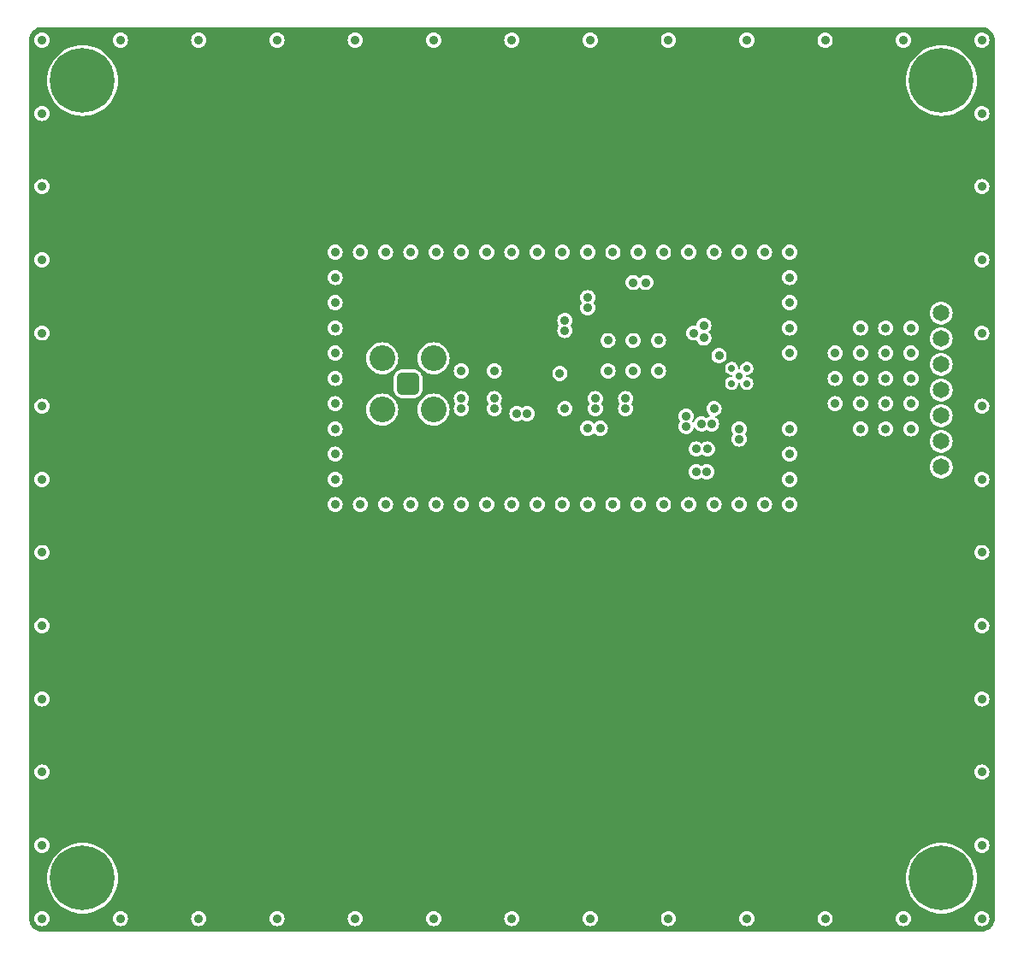
<source format=gbr>
%TF.GenerationSoftware,KiCad,Pcbnew,8.0.8*%
%TF.CreationDate,2025-03-29T16:24:55+01:00*%
%TF.ProjectId,rf,72662e6b-6963-4616-945f-706362585858,rev?*%
%TF.SameCoordinates,PX55d4a80PY8044ea0*%
%TF.FileFunction,Copper,L3,Inr*%
%TF.FilePolarity,Positive*%
%FSLAX46Y46*%
G04 Gerber Fmt 4.6, Leading zero omitted, Abs format (unit mm)*
G04 Created by KiCad (PCBNEW 8.0.8) date 2025-03-29 16:24:55*
%MOMM*%
%LPD*%
G01*
G04 APERTURE LIST*
G04 Aperture macros list*
%AMRoundRect*
0 Rectangle with rounded corners*
0 $1 Rounding radius*
0 $2 $3 $4 $5 $6 $7 $8 $9 X,Y pos of 4 corners*
0 Add a 4 corners polygon primitive as box body*
4,1,4,$2,$3,$4,$5,$6,$7,$8,$9,$2,$3,0*
0 Add four circle primitives for the rounded corners*
1,1,$1+$1,$2,$3*
1,1,$1+$1,$4,$5*
1,1,$1+$1,$6,$7*
1,1,$1+$1,$8,$9*
0 Add four rect primitives between the rounded corners*
20,1,$1+$1,$2,$3,$4,$5,0*
20,1,$1+$1,$4,$5,$6,$7,0*
20,1,$1+$1,$6,$7,$8,$9,0*
20,1,$1+$1,$8,$9,$2,$3,0*%
G04 Aperture macros list end*
%TA.AperFunction,ComponentPad*%
%ADD10C,0.800000*%
%TD*%
%TA.AperFunction,ComponentPad*%
%ADD11C,6.400000*%
%TD*%
%TA.AperFunction,ComponentPad*%
%ADD12RoundRect,0.250000X-0.575000X0.575000X-0.575000X-0.575000X0.575000X-0.575000X0.575000X0.575000X0*%
%TD*%
%TA.AperFunction,ComponentPad*%
%ADD13C,1.650000*%
%TD*%
%TA.AperFunction,ComponentPad*%
%ADD14RoundRect,0.562500X0.562500X0.562500X-0.562500X0.562500X-0.562500X-0.562500X0.562500X-0.562500X0*%
%TD*%
%TA.AperFunction,ComponentPad*%
%ADD15C,2.550000*%
%TD*%
%TA.AperFunction,ViaPad*%
%ADD16C,0.900000*%
%TD*%
%TA.AperFunction,ViaPad*%
%ADD17C,0.700000*%
%TD*%
G04 APERTURE END LIST*
D10*
%TO.N,GND*%
%TO.C,H3*%
X88100000Y5500000D03*
X88802944Y7197056D03*
X88802944Y3802944D03*
X90500000Y7900000D03*
D11*
X90500000Y5500000D03*
D10*
X90500000Y3100000D03*
X92197056Y7197056D03*
X92197056Y3802944D03*
X92900000Y5500000D03*
%TD*%
D12*
%TO.N,+3V3*%
%TO.C,J1*%
X90500000Y64000000D03*
D13*
%TO.N,/nSEL_RF*%
X90500000Y61460000D03*
%TO.N,/SDI_RF*%
X90500000Y58920000D03*
%TO.N,/SDO_RF*%
X90500000Y56380000D03*
%TO.N,/SCLK_RF*%
X90500000Y53840000D03*
%TO.N,/nIRQ_RF*%
X90500000Y51300000D03*
%TO.N,/COMMAND_DONE_RF*%
X90500000Y48760000D03*
%TO.N,GND*%
X90500000Y46220000D03*
%TD*%
D10*
%TO.N,GND*%
%TO.C,H4*%
X3100000Y5500000D03*
X3802944Y7197056D03*
X3802944Y3802944D03*
X5500000Y7900000D03*
D11*
X5500000Y5500000D03*
D10*
X5500000Y3100000D03*
X7197056Y7197056D03*
X7197056Y3802944D03*
X7900000Y5500000D03*
%TD*%
%TO.N,GND*%
%TO.C,H1*%
X3100000Y84500000D03*
X3802944Y86197056D03*
X3802944Y82802944D03*
X5500000Y86900000D03*
D11*
X5500000Y84500000D03*
D10*
X5500000Y82100000D03*
X7197056Y86197056D03*
X7197056Y82802944D03*
X7900000Y84500000D03*
%TD*%
%TO.N,GND*%
%TO.C,H2*%
X88100000Y84500000D03*
X88802944Y86197056D03*
X88802944Y82802944D03*
X90500000Y86900000D03*
D11*
X90500000Y84500000D03*
D10*
X90500000Y82100000D03*
X92197056Y86197056D03*
X92197056Y82802944D03*
X92900000Y84500000D03*
%TD*%
D14*
%TO.N,Net-(C22-Pad1)*%
%TO.C,J5*%
X37710000Y54460000D03*
D15*
%TO.N,GND*%
X40250000Y51920000D03*
X35170000Y51920000D03*
X35170000Y57000000D03*
X40250000Y57000000D03*
%TD*%
D16*
%TO.N,GND*%
X30500000Y47500000D03*
X66000000Y59500000D03*
%TO.N,+3V3*%
X71750000Y45750000D03*
X63000000Y51500000D03*
X51000000Y47250000D03*
X73500000Y63750000D03*
X73500000Y62750000D03*
X63000000Y50500000D03*
X51000000Y46250000D03*
X70750000Y45750000D03*
%TO.N,GND*%
X87500000Y52500000D03*
X53000000Y67500000D03*
X94500000Y37750000D03*
X58000000Y42500000D03*
X85000000Y52500000D03*
X57500000Y55750000D03*
X45500000Y42500000D03*
X48000000Y67500000D03*
X73000000Y42500000D03*
X61250000Y64500000D03*
X75500000Y45000000D03*
X30500000Y67500000D03*
X94500000Y52250000D03*
X1500000Y81250000D03*
X94500000Y1500000D03*
X68000000Y42500000D03*
X75500000Y42500000D03*
X87500000Y57500000D03*
D17*
X71250000Y54500000D03*
D16*
X82500000Y50000000D03*
X30500000Y50000000D03*
X46250000Y52000000D03*
X33000000Y42500000D03*
X87500000Y55000000D03*
X85000000Y55000000D03*
X38000000Y42500000D03*
X58000000Y67500000D03*
X67000000Y59000000D03*
X60000000Y55750000D03*
X66250000Y45750000D03*
X43000000Y52000000D03*
X63500000Y88500000D03*
X94500000Y8750000D03*
X87500000Y60000000D03*
X1500000Y30500000D03*
X75500000Y65000000D03*
X67350000Y48000000D03*
X68000000Y52000000D03*
X68000000Y67500000D03*
X94500000Y23250000D03*
X68500000Y57250000D03*
X62500000Y58750000D03*
X48000000Y1500000D03*
X46250000Y53000000D03*
X60500000Y42500000D03*
X73000000Y67500000D03*
X40250000Y88500000D03*
X94500000Y88500000D03*
X1500000Y52250000D03*
X85000000Y60000000D03*
X65250000Y50250000D03*
X63000000Y42500000D03*
X17000000Y1500000D03*
X1500000Y45000000D03*
X85000000Y50000000D03*
X65250000Y51250000D03*
X24750000Y1500000D03*
X60000000Y64500000D03*
X94500000Y81250000D03*
X67300000Y45750000D03*
X59250000Y52000000D03*
X75500000Y57500000D03*
X40500000Y42500000D03*
X75500000Y47500000D03*
X24750000Y88500000D03*
X46250000Y55750000D03*
X55750000Y1500000D03*
X94500000Y30500000D03*
X79000000Y1500000D03*
X30500000Y42500000D03*
X60500000Y67500000D03*
D17*
X69750000Y54500000D03*
D16*
X70500000Y67500000D03*
X55750000Y88500000D03*
X38000000Y67500000D03*
X87500000Y50000000D03*
X50500000Y67500000D03*
X48000000Y88500000D03*
X52750000Y55500000D03*
X30500000Y55000000D03*
X1500000Y74000000D03*
X1500000Y16000000D03*
X53250000Y60750000D03*
X86750000Y1500000D03*
X30500000Y60000000D03*
X32500000Y88500000D03*
D17*
X70500000Y55250000D03*
D16*
X1500000Y23250000D03*
X65500000Y67500000D03*
X94500000Y66750000D03*
X17000000Y88500000D03*
X1500000Y1500000D03*
X86750000Y88500000D03*
X82500000Y60000000D03*
X82500000Y57500000D03*
X63500000Y1500000D03*
X43000000Y53000000D03*
X70500000Y42500000D03*
X40500000Y67500000D03*
X67000000Y60250000D03*
X71250000Y88500000D03*
X75500000Y62500000D03*
X75500000Y50000000D03*
X30500000Y57500000D03*
X85000000Y57500000D03*
X48000000Y42500000D03*
D17*
X69750000Y56000000D03*
D16*
X82500000Y55000000D03*
X80000000Y52500000D03*
X70500000Y50000000D03*
X1500000Y59500000D03*
X70500000Y49000000D03*
X53250000Y59750000D03*
X82500000Y52500000D03*
X9250000Y88500000D03*
X59250000Y53000000D03*
X45500000Y67500000D03*
X75500000Y60000000D03*
X49500000Y51500000D03*
X43000000Y55750000D03*
X43000000Y42500000D03*
X50500000Y42500000D03*
X35500000Y67500000D03*
X55500000Y42500000D03*
X57500000Y58750000D03*
X66250000Y48000000D03*
X75500000Y67500000D03*
X63000000Y67500000D03*
X1500000Y88500000D03*
X30500000Y52500000D03*
X56250000Y53000000D03*
X32500000Y1500000D03*
X56250000Y52000000D03*
X1500000Y8750000D03*
X60000000Y58750000D03*
X94500000Y74000000D03*
X30500000Y65000000D03*
X79000000Y88500000D03*
X80000000Y57500000D03*
X62500000Y55750000D03*
X66750000Y50500000D03*
X67750000Y50500000D03*
X30500000Y62500000D03*
X94500000Y16000000D03*
X1500000Y37750000D03*
X9250000Y1500000D03*
X43000000Y67500000D03*
X94500000Y59500000D03*
X55500000Y67500000D03*
D17*
X71250000Y56000000D03*
D16*
X53000000Y42500000D03*
X53250000Y52000000D03*
X94500000Y45000000D03*
X35500000Y42500000D03*
X80000000Y55000000D03*
X71250000Y1500000D03*
X65500000Y42500000D03*
X30500000Y45000000D03*
X40250000Y1500000D03*
X33000000Y67500000D03*
X1500000Y66750000D03*
X48500000Y51500000D03*
%TO.N,/SW*%
X55500000Y63000000D03*
X56750000Y50050000D03*
X55500000Y50050000D03*
X55500000Y62000000D03*
%TD*%
%TA.AperFunction,Conductor*%
%TO.N,+3V3*%
G36*
X94502897Y89799272D02*
G01*
X94697487Y89783958D01*
X94708949Y89782142D01*
X94895910Y89737257D01*
X94906938Y89733674D01*
X95070200Y89666049D01*
X95084582Y89660091D01*
X95094928Y89654819D01*
X95258860Y89554362D01*
X95268254Y89547537D01*
X95414456Y89422668D01*
X95422667Y89414457D01*
X95547536Y89268255D01*
X95554361Y89258861D01*
X95654818Y89094929D01*
X95660090Y89084583D01*
X95733670Y88906947D01*
X95737258Y88895903D01*
X95782140Y88708954D01*
X95783957Y88697485D01*
X95799272Y88502898D01*
X95799500Y88497092D01*
X95799500Y1502909D01*
X95799272Y1497103D01*
X95783957Y1302516D01*
X95782140Y1291047D01*
X95737258Y1104098D01*
X95733670Y1093054D01*
X95660090Y915418D01*
X95654818Y905072D01*
X95554361Y741140D01*
X95547536Y731746D01*
X95422667Y585544D01*
X95414456Y577333D01*
X95268254Y452464D01*
X95258860Y445639D01*
X95094928Y345182D01*
X95084582Y339910D01*
X94906946Y266330D01*
X94895902Y262742D01*
X94708953Y217860D01*
X94697484Y216043D01*
X94502897Y200728D01*
X94497091Y200500D01*
X1502909Y200500D01*
X1497103Y200728D01*
X1302515Y216043D01*
X1291046Y217860D01*
X1104097Y262742D01*
X1093053Y266330D01*
X915417Y339910D01*
X905071Y345182D01*
X741139Y445639D01*
X731745Y452464D01*
X585543Y577333D01*
X577332Y585544D01*
X452463Y731746D01*
X445638Y741140D01*
X431819Y763690D01*
X345181Y905072D01*
X339909Y915418D01*
X292814Y1029115D01*
X266326Y1093062D01*
X262743Y1104090D01*
X217858Y1291051D01*
X216042Y1302516D01*
X213726Y1331941D01*
X200728Y1497103D01*
X200614Y1500000D01*
X744751Y1500000D01*
X763687Y1331941D01*
X763689Y1331933D01*
X819544Y1172309D01*
X909519Y1029115D01*
X909521Y1029113D01*
X909523Y1029110D01*
X1029110Y909523D01*
X1029112Y909522D01*
X1029114Y909520D01*
X1172308Y819545D01*
X1172310Y819544D01*
X1331941Y763687D01*
X1500000Y744751D01*
X1668059Y763687D01*
X1827690Y819544D01*
X1970890Y909523D01*
X2090477Y1029110D01*
X2180456Y1172310D01*
X2236313Y1331941D01*
X2255249Y1500000D01*
X8494751Y1500000D01*
X8513687Y1331941D01*
X8513689Y1331933D01*
X8569544Y1172309D01*
X8659519Y1029115D01*
X8659521Y1029113D01*
X8659523Y1029110D01*
X8779110Y909523D01*
X8779112Y909522D01*
X8779114Y909520D01*
X8922308Y819545D01*
X8922310Y819544D01*
X9081941Y763687D01*
X9250000Y744751D01*
X9418059Y763687D01*
X9577690Y819544D01*
X9720890Y909523D01*
X9840477Y1029110D01*
X9930456Y1172310D01*
X9986313Y1331941D01*
X10005249Y1500000D01*
X16244751Y1500000D01*
X16263687Y1331941D01*
X16263689Y1331933D01*
X16319544Y1172309D01*
X16409519Y1029115D01*
X16409521Y1029113D01*
X16409523Y1029110D01*
X16529110Y909523D01*
X16529112Y909522D01*
X16529114Y909520D01*
X16672308Y819545D01*
X16672310Y819544D01*
X16831941Y763687D01*
X17000000Y744751D01*
X17168059Y763687D01*
X17327690Y819544D01*
X17470890Y909523D01*
X17590477Y1029110D01*
X17680456Y1172310D01*
X17736313Y1331941D01*
X17755249Y1500000D01*
X23994751Y1500000D01*
X24013687Y1331941D01*
X24013689Y1331933D01*
X24069544Y1172309D01*
X24159519Y1029115D01*
X24159521Y1029113D01*
X24159523Y1029110D01*
X24279110Y909523D01*
X24279112Y909522D01*
X24279114Y909520D01*
X24422308Y819545D01*
X24422310Y819544D01*
X24581941Y763687D01*
X24750000Y744751D01*
X24918059Y763687D01*
X25077690Y819544D01*
X25220890Y909523D01*
X25340477Y1029110D01*
X25430456Y1172310D01*
X25486313Y1331941D01*
X25505249Y1500000D01*
X31744751Y1500000D01*
X31763687Y1331941D01*
X31763689Y1331933D01*
X31819544Y1172309D01*
X31909519Y1029115D01*
X31909521Y1029113D01*
X31909523Y1029110D01*
X32029110Y909523D01*
X32029112Y909522D01*
X32029114Y909520D01*
X32172308Y819545D01*
X32172310Y819544D01*
X32331941Y763687D01*
X32500000Y744751D01*
X32668059Y763687D01*
X32827690Y819544D01*
X32970890Y909523D01*
X33090477Y1029110D01*
X33180456Y1172310D01*
X33236313Y1331941D01*
X33255249Y1500000D01*
X39494751Y1500000D01*
X39513687Y1331941D01*
X39513689Y1331933D01*
X39569544Y1172309D01*
X39659519Y1029115D01*
X39659521Y1029113D01*
X39659523Y1029110D01*
X39779110Y909523D01*
X39779112Y909522D01*
X39779114Y909520D01*
X39922308Y819545D01*
X39922310Y819544D01*
X40081941Y763687D01*
X40250000Y744751D01*
X40418059Y763687D01*
X40577690Y819544D01*
X40720890Y909523D01*
X40840477Y1029110D01*
X40930456Y1172310D01*
X40986313Y1331941D01*
X41005249Y1500000D01*
X47244751Y1500000D01*
X47263687Y1331941D01*
X47263689Y1331933D01*
X47319544Y1172309D01*
X47409519Y1029115D01*
X47409521Y1029113D01*
X47409523Y1029110D01*
X47529110Y909523D01*
X47529112Y909522D01*
X47529114Y909520D01*
X47672308Y819545D01*
X47672310Y819544D01*
X47831941Y763687D01*
X48000000Y744751D01*
X48168059Y763687D01*
X48327690Y819544D01*
X48470890Y909523D01*
X48590477Y1029110D01*
X48680456Y1172310D01*
X48736313Y1331941D01*
X48755249Y1500000D01*
X54994751Y1500000D01*
X55013687Y1331941D01*
X55013689Y1331933D01*
X55069544Y1172309D01*
X55159519Y1029115D01*
X55159521Y1029113D01*
X55159523Y1029110D01*
X55279110Y909523D01*
X55279112Y909522D01*
X55279114Y909520D01*
X55422308Y819545D01*
X55422310Y819544D01*
X55581941Y763687D01*
X55750000Y744751D01*
X55918059Y763687D01*
X56077690Y819544D01*
X56220890Y909523D01*
X56340477Y1029110D01*
X56430456Y1172310D01*
X56486313Y1331941D01*
X56505249Y1500000D01*
X62744751Y1500000D01*
X62763687Y1331941D01*
X62763689Y1331933D01*
X62819544Y1172309D01*
X62909519Y1029115D01*
X62909521Y1029113D01*
X62909523Y1029110D01*
X63029110Y909523D01*
X63029112Y909522D01*
X63029114Y909520D01*
X63172308Y819545D01*
X63172310Y819544D01*
X63331941Y763687D01*
X63500000Y744751D01*
X63668059Y763687D01*
X63827690Y819544D01*
X63970890Y909523D01*
X64090477Y1029110D01*
X64180456Y1172310D01*
X64236313Y1331941D01*
X64255249Y1500000D01*
X70494751Y1500000D01*
X70513687Y1331941D01*
X70513689Y1331933D01*
X70569544Y1172309D01*
X70659519Y1029115D01*
X70659521Y1029113D01*
X70659523Y1029110D01*
X70779110Y909523D01*
X70779112Y909522D01*
X70779114Y909520D01*
X70922308Y819545D01*
X70922310Y819544D01*
X71081941Y763687D01*
X71250000Y744751D01*
X71418059Y763687D01*
X71577690Y819544D01*
X71720890Y909523D01*
X71840477Y1029110D01*
X71930456Y1172310D01*
X71986313Y1331941D01*
X72005249Y1500000D01*
X78244751Y1500000D01*
X78263687Y1331941D01*
X78263689Y1331933D01*
X78319544Y1172309D01*
X78409519Y1029115D01*
X78409521Y1029113D01*
X78409523Y1029110D01*
X78529110Y909523D01*
X78529112Y909522D01*
X78529114Y909520D01*
X78672308Y819545D01*
X78672310Y819544D01*
X78831941Y763687D01*
X79000000Y744751D01*
X79168059Y763687D01*
X79327690Y819544D01*
X79470890Y909523D01*
X79590477Y1029110D01*
X79680456Y1172310D01*
X79736313Y1331941D01*
X79755249Y1500000D01*
X85994751Y1500000D01*
X86013687Y1331941D01*
X86013689Y1331933D01*
X86069544Y1172309D01*
X86159519Y1029115D01*
X86159521Y1029113D01*
X86159523Y1029110D01*
X86279110Y909523D01*
X86279112Y909522D01*
X86279114Y909520D01*
X86422308Y819545D01*
X86422310Y819544D01*
X86581941Y763687D01*
X86750000Y744751D01*
X86918059Y763687D01*
X87077690Y819544D01*
X87220890Y909523D01*
X87340477Y1029110D01*
X87430456Y1172310D01*
X87486313Y1331941D01*
X87505249Y1500000D01*
X93744751Y1500000D01*
X93763687Y1331941D01*
X93763689Y1331933D01*
X93819544Y1172309D01*
X93909519Y1029115D01*
X93909521Y1029113D01*
X93909523Y1029110D01*
X94029110Y909523D01*
X94029112Y909522D01*
X94029114Y909520D01*
X94172308Y819545D01*
X94172310Y819544D01*
X94331941Y763687D01*
X94500000Y744751D01*
X94668059Y763687D01*
X94827690Y819544D01*
X94970890Y909523D01*
X95090477Y1029110D01*
X95180456Y1172310D01*
X95236313Y1331941D01*
X95255249Y1500000D01*
X95236313Y1668059D01*
X95180456Y1827690D01*
X95090477Y1970890D01*
X94970890Y2090477D01*
X94970887Y2090479D01*
X94970885Y2090481D01*
X94827691Y2180456D01*
X94668067Y2236311D01*
X94668059Y2236313D01*
X94500000Y2255249D01*
X94331940Y2236313D01*
X94331932Y2236311D01*
X94172308Y2180456D01*
X94029114Y2090481D01*
X93909519Y1970886D01*
X93819544Y1827692D01*
X93763689Y1668068D01*
X93763687Y1668060D01*
X93744751Y1500000D01*
X87505249Y1500000D01*
X87486313Y1668059D01*
X87430456Y1827690D01*
X87340477Y1970890D01*
X87220890Y2090477D01*
X87220887Y2090479D01*
X87220885Y2090481D01*
X87077691Y2180456D01*
X86918067Y2236311D01*
X86918059Y2236313D01*
X86750000Y2255249D01*
X86581940Y2236313D01*
X86581932Y2236311D01*
X86422308Y2180456D01*
X86279114Y2090481D01*
X86159519Y1970886D01*
X86069544Y1827692D01*
X86013689Y1668068D01*
X86013687Y1668060D01*
X85994751Y1500000D01*
X79755249Y1500000D01*
X79736313Y1668059D01*
X79680456Y1827690D01*
X79590477Y1970890D01*
X79470890Y2090477D01*
X79470887Y2090479D01*
X79470885Y2090481D01*
X79327691Y2180456D01*
X79168067Y2236311D01*
X79168059Y2236313D01*
X79000000Y2255249D01*
X78831940Y2236313D01*
X78831932Y2236311D01*
X78672308Y2180456D01*
X78529114Y2090481D01*
X78409519Y1970886D01*
X78319544Y1827692D01*
X78263689Y1668068D01*
X78263687Y1668060D01*
X78244751Y1500000D01*
X72005249Y1500000D01*
X71986313Y1668059D01*
X71930456Y1827690D01*
X71840477Y1970890D01*
X71720890Y2090477D01*
X71720887Y2090479D01*
X71720885Y2090481D01*
X71577691Y2180456D01*
X71418067Y2236311D01*
X71418059Y2236313D01*
X71250000Y2255249D01*
X71081940Y2236313D01*
X71081932Y2236311D01*
X70922308Y2180456D01*
X70779114Y2090481D01*
X70659519Y1970886D01*
X70569544Y1827692D01*
X70513689Y1668068D01*
X70513687Y1668060D01*
X70494751Y1500000D01*
X64255249Y1500000D01*
X64236313Y1668059D01*
X64180456Y1827690D01*
X64090477Y1970890D01*
X63970890Y2090477D01*
X63970887Y2090479D01*
X63970885Y2090481D01*
X63827691Y2180456D01*
X63668067Y2236311D01*
X63668059Y2236313D01*
X63500000Y2255249D01*
X63331940Y2236313D01*
X63331932Y2236311D01*
X63172308Y2180456D01*
X63029114Y2090481D01*
X62909519Y1970886D01*
X62819544Y1827692D01*
X62763689Y1668068D01*
X62763687Y1668060D01*
X62744751Y1500000D01*
X56505249Y1500000D01*
X56486313Y1668059D01*
X56430456Y1827690D01*
X56340477Y1970890D01*
X56220890Y2090477D01*
X56220887Y2090479D01*
X56220885Y2090481D01*
X56077691Y2180456D01*
X55918067Y2236311D01*
X55918059Y2236313D01*
X55750000Y2255249D01*
X55581940Y2236313D01*
X55581932Y2236311D01*
X55422308Y2180456D01*
X55279114Y2090481D01*
X55159519Y1970886D01*
X55069544Y1827692D01*
X55013689Y1668068D01*
X55013687Y1668060D01*
X54994751Y1500000D01*
X48755249Y1500000D01*
X48736313Y1668059D01*
X48680456Y1827690D01*
X48590477Y1970890D01*
X48470890Y2090477D01*
X48470887Y2090479D01*
X48470885Y2090481D01*
X48327691Y2180456D01*
X48168067Y2236311D01*
X48168059Y2236313D01*
X48000000Y2255249D01*
X47831940Y2236313D01*
X47831932Y2236311D01*
X47672308Y2180456D01*
X47529114Y2090481D01*
X47409519Y1970886D01*
X47319544Y1827692D01*
X47263689Y1668068D01*
X47263687Y1668060D01*
X47244751Y1500000D01*
X41005249Y1500000D01*
X40986313Y1668059D01*
X40930456Y1827690D01*
X40840477Y1970890D01*
X40720890Y2090477D01*
X40720887Y2090479D01*
X40720885Y2090481D01*
X40577691Y2180456D01*
X40418067Y2236311D01*
X40418059Y2236313D01*
X40250000Y2255249D01*
X40081940Y2236313D01*
X40081932Y2236311D01*
X39922308Y2180456D01*
X39779114Y2090481D01*
X39659519Y1970886D01*
X39569544Y1827692D01*
X39513689Y1668068D01*
X39513687Y1668060D01*
X39494751Y1500000D01*
X33255249Y1500000D01*
X33236313Y1668059D01*
X33180456Y1827690D01*
X33090477Y1970890D01*
X32970890Y2090477D01*
X32970887Y2090479D01*
X32970885Y2090481D01*
X32827691Y2180456D01*
X32668067Y2236311D01*
X32668059Y2236313D01*
X32500000Y2255249D01*
X32331940Y2236313D01*
X32331932Y2236311D01*
X32172308Y2180456D01*
X32029114Y2090481D01*
X31909519Y1970886D01*
X31819544Y1827692D01*
X31763689Y1668068D01*
X31763687Y1668060D01*
X31744751Y1500000D01*
X25505249Y1500000D01*
X25486313Y1668059D01*
X25430456Y1827690D01*
X25340477Y1970890D01*
X25220890Y2090477D01*
X25220887Y2090479D01*
X25220885Y2090481D01*
X25077691Y2180456D01*
X24918067Y2236311D01*
X24918059Y2236313D01*
X24750000Y2255249D01*
X24581940Y2236313D01*
X24581932Y2236311D01*
X24422308Y2180456D01*
X24279114Y2090481D01*
X24159519Y1970886D01*
X24069544Y1827692D01*
X24013689Y1668068D01*
X24013687Y1668060D01*
X23994751Y1500000D01*
X17755249Y1500000D01*
X17736313Y1668059D01*
X17680456Y1827690D01*
X17590477Y1970890D01*
X17470890Y2090477D01*
X17470887Y2090479D01*
X17470885Y2090481D01*
X17327691Y2180456D01*
X17168067Y2236311D01*
X17168059Y2236313D01*
X17000000Y2255249D01*
X16831940Y2236313D01*
X16831932Y2236311D01*
X16672308Y2180456D01*
X16529114Y2090481D01*
X16409519Y1970886D01*
X16319544Y1827692D01*
X16263689Y1668068D01*
X16263687Y1668060D01*
X16244751Y1500000D01*
X10005249Y1500000D01*
X9986313Y1668059D01*
X9930456Y1827690D01*
X9840477Y1970890D01*
X9720890Y2090477D01*
X9720887Y2090479D01*
X9720885Y2090481D01*
X9577691Y2180456D01*
X9418067Y2236311D01*
X9418059Y2236313D01*
X9250000Y2255249D01*
X9081940Y2236313D01*
X9081932Y2236311D01*
X8922308Y2180456D01*
X8779114Y2090481D01*
X8659519Y1970886D01*
X8569544Y1827692D01*
X8513689Y1668068D01*
X8513687Y1668060D01*
X8494751Y1500000D01*
X2255249Y1500000D01*
X2236313Y1668059D01*
X2180456Y1827690D01*
X2090477Y1970890D01*
X1970890Y2090477D01*
X1970887Y2090479D01*
X1970885Y2090481D01*
X1827691Y2180456D01*
X1668067Y2236311D01*
X1668059Y2236313D01*
X1500000Y2255249D01*
X1331940Y2236313D01*
X1331932Y2236311D01*
X1172308Y2180456D01*
X1029114Y2090481D01*
X909519Y1970886D01*
X819544Y1827692D01*
X763689Y1668068D01*
X763687Y1668060D01*
X744751Y1500000D01*
X200614Y1500000D01*
X200500Y1502909D01*
X200500Y5500000D01*
X1994696Y5500000D01*
X2013898Y5133593D01*
X2013898Y5133592D01*
X2071295Y4771204D01*
X2166255Y4416808D01*
X2297743Y4074268D01*
X2297747Y4074258D01*
X2464312Y3747357D01*
X2464318Y3747348D01*
X2664149Y3439634D01*
X2895051Y3154494D01*
X3154494Y2895051D01*
X3439634Y2664149D01*
X3747348Y2464318D01*
X3747356Y2464313D01*
X4074257Y2297748D01*
X4074262Y2297746D01*
X4074264Y2297745D01*
X4416801Y2166258D01*
X4416803Y2166258D01*
X4416807Y2166256D01*
X4653071Y2102950D01*
X4771206Y2071295D01*
X5133596Y2013898D01*
X5500000Y1994696D01*
X5866404Y2013898D01*
X6228794Y2071295D01*
X6583199Y2166258D01*
X6925736Y2297745D01*
X6925742Y2297748D01*
X7252643Y2464313D01*
X7252645Y2464315D01*
X7252652Y2464318D01*
X7560366Y2664149D01*
X7845506Y2895051D01*
X8104949Y3154494D01*
X8335851Y3439634D01*
X8535682Y3747348D01*
X8702255Y4074264D01*
X8833742Y4416801D01*
X8928705Y4771206D01*
X8986102Y5133596D01*
X9005304Y5500000D01*
X86994696Y5500000D01*
X87013898Y5133593D01*
X87013898Y5133592D01*
X87071295Y4771204D01*
X87166255Y4416808D01*
X87297743Y4074268D01*
X87297747Y4074258D01*
X87464312Y3747357D01*
X87464318Y3747348D01*
X87664149Y3439634D01*
X87895051Y3154494D01*
X88154494Y2895051D01*
X88439634Y2664149D01*
X88747348Y2464318D01*
X88747356Y2464313D01*
X89074257Y2297748D01*
X89074262Y2297746D01*
X89074264Y2297745D01*
X89416801Y2166258D01*
X89416803Y2166258D01*
X89416807Y2166256D01*
X89653071Y2102950D01*
X89771206Y2071295D01*
X90133596Y2013898D01*
X90500000Y1994696D01*
X90866404Y2013898D01*
X91228794Y2071295D01*
X91583199Y2166258D01*
X91925736Y2297745D01*
X91925742Y2297748D01*
X92252643Y2464313D01*
X92252645Y2464315D01*
X92252652Y2464318D01*
X92560366Y2664149D01*
X92845506Y2895051D01*
X93104949Y3154494D01*
X93335851Y3439634D01*
X93535682Y3747348D01*
X93702255Y4074264D01*
X93833742Y4416801D01*
X93928705Y4771206D01*
X93986102Y5133596D01*
X94005304Y5500000D01*
X93986102Y5866404D01*
X93928705Y6228794D01*
X93833742Y6583199D01*
X93702255Y6925736D01*
X93702254Y6925738D01*
X93702252Y6925743D01*
X93535687Y7252644D01*
X93535682Y7252652D01*
X93335851Y7560366D01*
X93104949Y7845506D01*
X92845506Y8104949D01*
X92560366Y8335851D01*
X92252652Y8535682D01*
X92252653Y8535682D01*
X92252643Y8535688D01*
X91925742Y8702253D01*
X91925732Y8702257D01*
X91801356Y8750000D01*
X93744751Y8750000D01*
X93763687Y8581941D01*
X93763689Y8581933D01*
X93819544Y8422309D01*
X93909519Y8279115D01*
X93909521Y8279113D01*
X93909523Y8279110D01*
X94029110Y8159523D01*
X94029112Y8159522D01*
X94029114Y8159520D01*
X94172308Y8069545D01*
X94172310Y8069544D01*
X94331941Y8013687D01*
X94500000Y7994751D01*
X94668059Y8013687D01*
X94827690Y8069544D01*
X94970890Y8159523D01*
X95090477Y8279110D01*
X95180456Y8422310D01*
X95236313Y8581941D01*
X95255249Y8750000D01*
X95236313Y8918059D01*
X95180456Y9077690D01*
X95090477Y9220890D01*
X94970890Y9340477D01*
X94970887Y9340479D01*
X94970885Y9340481D01*
X94827691Y9430456D01*
X94668067Y9486311D01*
X94668059Y9486313D01*
X94500000Y9505249D01*
X94331940Y9486313D01*
X94331932Y9486311D01*
X94172308Y9430456D01*
X94029114Y9340481D01*
X93909519Y9220886D01*
X93819544Y9077692D01*
X93763689Y8918068D01*
X93763687Y8918060D01*
X93744751Y8750000D01*
X91801356Y8750000D01*
X91583192Y8833745D01*
X91228796Y8928705D01*
X90866408Y8986102D01*
X90500000Y9005304D01*
X90133592Y8986102D01*
X90133591Y8986102D01*
X89771203Y8928705D01*
X89416807Y8833745D01*
X89074267Y8702257D01*
X89074257Y8702253D01*
X88747356Y8535688D01*
X88439632Y8335850D01*
X88154491Y8104947D01*
X87895053Y7845509D01*
X87664150Y7560368D01*
X87464312Y7252644D01*
X87297747Y6925743D01*
X87297743Y6925733D01*
X87166255Y6583193D01*
X87071295Y6228797D01*
X87013898Y5866409D01*
X87013898Y5866408D01*
X86994696Y5500000D01*
X9005304Y5500000D01*
X8986102Y5866404D01*
X8928705Y6228794D01*
X8833742Y6583199D01*
X8702255Y6925736D01*
X8702254Y6925738D01*
X8702252Y6925743D01*
X8535687Y7252644D01*
X8535682Y7252652D01*
X8335851Y7560366D01*
X8104949Y7845506D01*
X7845506Y8104949D01*
X7560366Y8335851D01*
X7252652Y8535682D01*
X7252653Y8535682D01*
X7252643Y8535688D01*
X6925742Y8702253D01*
X6925732Y8702257D01*
X6583192Y8833745D01*
X6228796Y8928705D01*
X5866408Y8986102D01*
X5500000Y9005304D01*
X5133592Y8986102D01*
X5133591Y8986102D01*
X4771203Y8928705D01*
X4416807Y8833745D01*
X4074267Y8702257D01*
X4074257Y8702253D01*
X3747356Y8535688D01*
X3439632Y8335850D01*
X3154491Y8104947D01*
X2895053Y7845509D01*
X2664150Y7560368D01*
X2464312Y7252644D01*
X2297747Y6925743D01*
X2297743Y6925733D01*
X2166255Y6583193D01*
X2071295Y6228797D01*
X2013898Y5866409D01*
X2013898Y5866408D01*
X1994696Y5500000D01*
X200500Y5500000D01*
X200500Y8750000D01*
X744751Y8750000D01*
X763687Y8581941D01*
X763689Y8581933D01*
X819544Y8422309D01*
X909519Y8279115D01*
X909521Y8279113D01*
X909523Y8279110D01*
X1029110Y8159523D01*
X1029112Y8159522D01*
X1029114Y8159520D01*
X1172308Y8069545D01*
X1172310Y8069544D01*
X1331941Y8013687D01*
X1500000Y7994751D01*
X1668059Y8013687D01*
X1827690Y8069544D01*
X1970890Y8159523D01*
X2090477Y8279110D01*
X2180456Y8422310D01*
X2236313Y8581941D01*
X2255249Y8750000D01*
X2236313Y8918059D01*
X2180456Y9077690D01*
X2090477Y9220890D01*
X1970890Y9340477D01*
X1970887Y9340479D01*
X1970885Y9340481D01*
X1827691Y9430456D01*
X1668067Y9486311D01*
X1668059Y9486313D01*
X1500000Y9505249D01*
X1331940Y9486313D01*
X1331932Y9486311D01*
X1172308Y9430456D01*
X1029114Y9340481D01*
X909519Y9220886D01*
X819544Y9077692D01*
X763689Y8918068D01*
X763687Y8918060D01*
X744751Y8750000D01*
X200500Y8750000D01*
X200500Y16000000D01*
X744751Y16000000D01*
X763687Y15831941D01*
X763689Y15831933D01*
X819544Y15672309D01*
X909519Y15529115D01*
X909521Y15529113D01*
X909523Y15529110D01*
X1029110Y15409523D01*
X1029112Y15409522D01*
X1029114Y15409520D01*
X1172308Y15319545D01*
X1172310Y15319544D01*
X1331941Y15263687D01*
X1500000Y15244751D01*
X1668059Y15263687D01*
X1827690Y15319544D01*
X1970890Y15409523D01*
X2090477Y15529110D01*
X2180456Y15672310D01*
X2236313Y15831941D01*
X2255249Y16000000D01*
X93744751Y16000000D01*
X93763687Y15831941D01*
X93763689Y15831933D01*
X93819544Y15672309D01*
X93909519Y15529115D01*
X93909521Y15529113D01*
X93909523Y15529110D01*
X94029110Y15409523D01*
X94029112Y15409522D01*
X94029114Y15409520D01*
X94172308Y15319545D01*
X94172310Y15319544D01*
X94331941Y15263687D01*
X94500000Y15244751D01*
X94668059Y15263687D01*
X94827690Y15319544D01*
X94970890Y15409523D01*
X95090477Y15529110D01*
X95180456Y15672310D01*
X95236313Y15831941D01*
X95255249Y16000000D01*
X95236313Y16168059D01*
X95180456Y16327690D01*
X95090477Y16470890D01*
X94970890Y16590477D01*
X94970887Y16590479D01*
X94970885Y16590481D01*
X94827691Y16680456D01*
X94668067Y16736311D01*
X94668059Y16736313D01*
X94500000Y16755249D01*
X94331940Y16736313D01*
X94331932Y16736311D01*
X94172308Y16680456D01*
X94029114Y16590481D01*
X93909519Y16470886D01*
X93819544Y16327692D01*
X93763689Y16168068D01*
X93763687Y16168060D01*
X93744751Y16000000D01*
X2255249Y16000000D01*
X2236313Y16168059D01*
X2180456Y16327690D01*
X2090477Y16470890D01*
X1970890Y16590477D01*
X1970887Y16590479D01*
X1970885Y16590481D01*
X1827691Y16680456D01*
X1668067Y16736311D01*
X1668059Y16736313D01*
X1500000Y16755249D01*
X1331940Y16736313D01*
X1331932Y16736311D01*
X1172308Y16680456D01*
X1029114Y16590481D01*
X909519Y16470886D01*
X819544Y16327692D01*
X763689Y16168068D01*
X763687Y16168060D01*
X744751Y16000000D01*
X200500Y16000000D01*
X200500Y23250000D01*
X744751Y23250000D01*
X763687Y23081941D01*
X763689Y23081933D01*
X819544Y22922309D01*
X909519Y22779115D01*
X909521Y22779113D01*
X909523Y22779110D01*
X1029110Y22659523D01*
X1029112Y22659522D01*
X1029114Y22659520D01*
X1172308Y22569545D01*
X1172310Y22569544D01*
X1331941Y22513687D01*
X1500000Y22494751D01*
X1668059Y22513687D01*
X1827690Y22569544D01*
X1970890Y22659523D01*
X2090477Y22779110D01*
X2180456Y22922310D01*
X2236313Y23081941D01*
X2255249Y23250000D01*
X93744751Y23250000D01*
X93763687Y23081941D01*
X93763689Y23081933D01*
X93819544Y22922309D01*
X93909519Y22779115D01*
X93909521Y22779113D01*
X93909523Y22779110D01*
X94029110Y22659523D01*
X94029112Y22659522D01*
X94029114Y22659520D01*
X94172308Y22569545D01*
X94172310Y22569544D01*
X94331941Y22513687D01*
X94500000Y22494751D01*
X94668059Y22513687D01*
X94827690Y22569544D01*
X94970890Y22659523D01*
X95090477Y22779110D01*
X95180456Y22922310D01*
X95236313Y23081941D01*
X95255249Y23250000D01*
X95236313Y23418059D01*
X95180456Y23577690D01*
X95090477Y23720890D01*
X94970890Y23840477D01*
X94970887Y23840479D01*
X94970885Y23840481D01*
X94827691Y23930456D01*
X94668067Y23986311D01*
X94668059Y23986313D01*
X94500000Y24005249D01*
X94331940Y23986313D01*
X94331932Y23986311D01*
X94172308Y23930456D01*
X94029114Y23840481D01*
X93909519Y23720886D01*
X93819544Y23577692D01*
X93763689Y23418068D01*
X93763687Y23418060D01*
X93744751Y23250000D01*
X2255249Y23250000D01*
X2236313Y23418059D01*
X2180456Y23577690D01*
X2090477Y23720890D01*
X1970890Y23840477D01*
X1970887Y23840479D01*
X1970885Y23840481D01*
X1827691Y23930456D01*
X1668067Y23986311D01*
X1668059Y23986313D01*
X1500000Y24005249D01*
X1331940Y23986313D01*
X1331932Y23986311D01*
X1172308Y23930456D01*
X1029114Y23840481D01*
X909519Y23720886D01*
X819544Y23577692D01*
X763689Y23418068D01*
X763687Y23418060D01*
X744751Y23250000D01*
X200500Y23250000D01*
X200500Y30500000D01*
X744751Y30500000D01*
X763687Y30331941D01*
X763689Y30331933D01*
X819544Y30172309D01*
X909519Y30029115D01*
X909521Y30029113D01*
X909523Y30029110D01*
X1029110Y29909523D01*
X1029112Y29909522D01*
X1029114Y29909520D01*
X1172308Y29819545D01*
X1172310Y29819544D01*
X1331941Y29763687D01*
X1500000Y29744751D01*
X1668059Y29763687D01*
X1827690Y29819544D01*
X1970890Y29909523D01*
X2090477Y30029110D01*
X2180456Y30172310D01*
X2236313Y30331941D01*
X2255249Y30500000D01*
X93744751Y30500000D01*
X93763687Y30331941D01*
X93763689Y30331933D01*
X93819544Y30172309D01*
X93909519Y30029115D01*
X93909521Y30029113D01*
X93909523Y30029110D01*
X94029110Y29909523D01*
X94029112Y29909522D01*
X94029114Y29909520D01*
X94172308Y29819545D01*
X94172310Y29819544D01*
X94331941Y29763687D01*
X94500000Y29744751D01*
X94668059Y29763687D01*
X94827690Y29819544D01*
X94970890Y29909523D01*
X95090477Y30029110D01*
X95180456Y30172310D01*
X95236313Y30331941D01*
X95255249Y30500000D01*
X95236313Y30668059D01*
X95180456Y30827690D01*
X95090477Y30970890D01*
X94970890Y31090477D01*
X94970887Y31090479D01*
X94970885Y31090481D01*
X94827691Y31180456D01*
X94668067Y31236311D01*
X94668059Y31236313D01*
X94500000Y31255249D01*
X94331940Y31236313D01*
X94331932Y31236311D01*
X94172308Y31180456D01*
X94029114Y31090481D01*
X93909519Y30970886D01*
X93819544Y30827692D01*
X93763689Y30668068D01*
X93763687Y30668060D01*
X93744751Y30500000D01*
X2255249Y30500000D01*
X2236313Y30668059D01*
X2180456Y30827690D01*
X2090477Y30970890D01*
X1970890Y31090477D01*
X1970887Y31090479D01*
X1970885Y31090481D01*
X1827691Y31180456D01*
X1668067Y31236311D01*
X1668059Y31236313D01*
X1500000Y31255249D01*
X1331940Y31236313D01*
X1331932Y31236311D01*
X1172308Y31180456D01*
X1029114Y31090481D01*
X909519Y30970886D01*
X819544Y30827692D01*
X763689Y30668068D01*
X763687Y30668060D01*
X744751Y30500000D01*
X200500Y30500000D01*
X200500Y37750000D01*
X744751Y37750000D01*
X763687Y37581941D01*
X763689Y37581933D01*
X819544Y37422309D01*
X909519Y37279115D01*
X909521Y37279113D01*
X909523Y37279110D01*
X1029110Y37159523D01*
X1029112Y37159522D01*
X1029114Y37159520D01*
X1172308Y37069545D01*
X1172310Y37069544D01*
X1331941Y37013687D01*
X1500000Y36994751D01*
X1668059Y37013687D01*
X1827690Y37069544D01*
X1970890Y37159523D01*
X2090477Y37279110D01*
X2180456Y37422310D01*
X2236313Y37581941D01*
X2255249Y37750000D01*
X93744751Y37750000D01*
X93763687Y37581941D01*
X93763689Y37581933D01*
X93819544Y37422309D01*
X93909519Y37279115D01*
X93909521Y37279113D01*
X93909523Y37279110D01*
X94029110Y37159523D01*
X94029112Y37159522D01*
X94029114Y37159520D01*
X94172308Y37069545D01*
X94172310Y37069544D01*
X94331941Y37013687D01*
X94500000Y36994751D01*
X94668059Y37013687D01*
X94827690Y37069544D01*
X94970890Y37159523D01*
X95090477Y37279110D01*
X95180456Y37422310D01*
X95236313Y37581941D01*
X95255249Y37750000D01*
X95236313Y37918059D01*
X95180456Y38077690D01*
X95090477Y38220890D01*
X94970890Y38340477D01*
X94970887Y38340479D01*
X94970885Y38340481D01*
X94827691Y38430456D01*
X94668067Y38486311D01*
X94668059Y38486313D01*
X94500000Y38505249D01*
X94331940Y38486313D01*
X94331932Y38486311D01*
X94172308Y38430456D01*
X94029114Y38340481D01*
X93909519Y38220886D01*
X93819544Y38077692D01*
X93763689Y37918068D01*
X93763687Y37918060D01*
X93744751Y37750000D01*
X2255249Y37750000D01*
X2236313Y37918059D01*
X2180456Y38077690D01*
X2090477Y38220890D01*
X1970890Y38340477D01*
X1970887Y38340479D01*
X1970885Y38340481D01*
X1827691Y38430456D01*
X1668067Y38486311D01*
X1668059Y38486313D01*
X1500000Y38505249D01*
X1331940Y38486313D01*
X1331932Y38486311D01*
X1172308Y38430456D01*
X1029114Y38340481D01*
X909519Y38220886D01*
X819544Y38077692D01*
X763689Y37918068D01*
X763687Y37918060D01*
X744751Y37750000D01*
X200500Y37750000D01*
X200500Y42500000D01*
X29744751Y42500000D01*
X29763687Y42331941D01*
X29763689Y42331933D01*
X29819544Y42172309D01*
X29909519Y42029115D01*
X29909521Y42029113D01*
X29909523Y42029110D01*
X30029110Y41909523D01*
X30029112Y41909522D01*
X30029114Y41909520D01*
X30172308Y41819545D01*
X30172310Y41819544D01*
X30331941Y41763687D01*
X30500000Y41744751D01*
X30668059Y41763687D01*
X30827690Y41819544D01*
X30970890Y41909523D01*
X31090477Y42029110D01*
X31180456Y42172310D01*
X31236313Y42331941D01*
X31255249Y42500000D01*
X32244751Y42500000D01*
X32263687Y42331941D01*
X32263689Y42331933D01*
X32319544Y42172309D01*
X32409519Y42029115D01*
X32409521Y42029113D01*
X32409523Y42029110D01*
X32529110Y41909523D01*
X32529112Y41909522D01*
X32529114Y41909520D01*
X32672308Y41819545D01*
X32672310Y41819544D01*
X32831941Y41763687D01*
X33000000Y41744751D01*
X33168059Y41763687D01*
X33327690Y41819544D01*
X33470890Y41909523D01*
X33590477Y42029110D01*
X33680456Y42172310D01*
X33736313Y42331941D01*
X33755249Y42500000D01*
X34744751Y42500000D01*
X34763687Y42331941D01*
X34763689Y42331933D01*
X34819544Y42172309D01*
X34909519Y42029115D01*
X34909521Y42029113D01*
X34909523Y42029110D01*
X35029110Y41909523D01*
X35029112Y41909522D01*
X35029114Y41909520D01*
X35172308Y41819545D01*
X35172310Y41819544D01*
X35331941Y41763687D01*
X35500000Y41744751D01*
X35668059Y41763687D01*
X35827690Y41819544D01*
X35970890Y41909523D01*
X36090477Y42029110D01*
X36180456Y42172310D01*
X36236313Y42331941D01*
X36255249Y42500000D01*
X37244751Y42500000D01*
X37263687Y42331941D01*
X37263689Y42331933D01*
X37319544Y42172309D01*
X37409519Y42029115D01*
X37409521Y42029113D01*
X37409523Y42029110D01*
X37529110Y41909523D01*
X37529112Y41909522D01*
X37529114Y41909520D01*
X37672308Y41819545D01*
X37672310Y41819544D01*
X37831941Y41763687D01*
X38000000Y41744751D01*
X38168059Y41763687D01*
X38327690Y41819544D01*
X38470890Y41909523D01*
X38590477Y42029110D01*
X38680456Y42172310D01*
X38736313Y42331941D01*
X38755249Y42500000D01*
X39744751Y42500000D01*
X39763687Y42331941D01*
X39763689Y42331933D01*
X39819544Y42172309D01*
X39909519Y42029115D01*
X39909521Y42029113D01*
X39909523Y42029110D01*
X40029110Y41909523D01*
X40029112Y41909522D01*
X40029114Y41909520D01*
X40172308Y41819545D01*
X40172310Y41819544D01*
X40331941Y41763687D01*
X40500000Y41744751D01*
X40668059Y41763687D01*
X40827690Y41819544D01*
X40970890Y41909523D01*
X41090477Y42029110D01*
X41180456Y42172310D01*
X41236313Y42331941D01*
X41255249Y42500000D01*
X42244751Y42500000D01*
X42263687Y42331941D01*
X42263689Y42331933D01*
X42319544Y42172309D01*
X42409519Y42029115D01*
X42409521Y42029113D01*
X42409523Y42029110D01*
X42529110Y41909523D01*
X42529112Y41909522D01*
X42529114Y41909520D01*
X42672308Y41819545D01*
X42672310Y41819544D01*
X42831941Y41763687D01*
X43000000Y41744751D01*
X43168059Y41763687D01*
X43327690Y41819544D01*
X43470890Y41909523D01*
X43590477Y42029110D01*
X43680456Y42172310D01*
X43736313Y42331941D01*
X43755249Y42500000D01*
X44744751Y42500000D01*
X44763687Y42331941D01*
X44763689Y42331933D01*
X44819544Y42172309D01*
X44909519Y42029115D01*
X44909521Y42029113D01*
X44909523Y42029110D01*
X45029110Y41909523D01*
X45029112Y41909522D01*
X45029114Y41909520D01*
X45172308Y41819545D01*
X45172310Y41819544D01*
X45331941Y41763687D01*
X45500000Y41744751D01*
X45668059Y41763687D01*
X45827690Y41819544D01*
X45970890Y41909523D01*
X46090477Y42029110D01*
X46180456Y42172310D01*
X46236313Y42331941D01*
X46255249Y42500000D01*
X47244751Y42500000D01*
X47263687Y42331941D01*
X47263689Y42331933D01*
X47319544Y42172309D01*
X47409519Y42029115D01*
X47409521Y42029113D01*
X47409523Y42029110D01*
X47529110Y41909523D01*
X47529112Y41909522D01*
X47529114Y41909520D01*
X47672308Y41819545D01*
X47672310Y41819544D01*
X47831941Y41763687D01*
X48000000Y41744751D01*
X48168059Y41763687D01*
X48327690Y41819544D01*
X48470890Y41909523D01*
X48590477Y42029110D01*
X48680456Y42172310D01*
X48736313Y42331941D01*
X48755249Y42500000D01*
X49744751Y42500000D01*
X49763687Y42331941D01*
X49763689Y42331933D01*
X49819544Y42172309D01*
X49909519Y42029115D01*
X49909521Y42029113D01*
X49909523Y42029110D01*
X50029110Y41909523D01*
X50029112Y41909522D01*
X50029114Y41909520D01*
X50172308Y41819545D01*
X50172310Y41819544D01*
X50331941Y41763687D01*
X50500000Y41744751D01*
X50668059Y41763687D01*
X50827690Y41819544D01*
X50970890Y41909523D01*
X51090477Y42029110D01*
X51180456Y42172310D01*
X51236313Y42331941D01*
X51255249Y42500000D01*
X52244751Y42500000D01*
X52263687Y42331941D01*
X52263689Y42331933D01*
X52319544Y42172309D01*
X52409519Y42029115D01*
X52409521Y42029113D01*
X52409523Y42029110D01*
X52529110Y41909523D01*
X52529112Y41909522D01*
X52529114Y41909520D01*
X52672308Y41819545D01*
X52672310Y41819544D01*
X52831941Y41763687D01*
X53000000Y41744751D01*
X53168059Y41763687D01*
X53327690Y41819544D01*
X53470890Y41909523D01*
X53590477Y42029110D01*
X53680456Y42172310D01*
X53736313Y42331941D01*
X53755249Y42500000D01*
X54744751Y42500000D01*
X54763687Y42331941D01*
X54763689Y42331933D01*
X54819544Y42172309D01*
X54909519Y42029115D01*
X54909521Y42029113D01*
X54909523Y42029110D01*
X55029110Y41909523D01*
X55029112Y41909522D01*
X55029114Y41909520D01*
X55172308Y41819545D01*
X55172310Y41819544D01*
X55331941Y41763687D01*
X55500000Y41744751D01*
X55668059Y41763687D01*
X55827690Y41819544D01*
X55970890Y41909523D01*
X56090477Y42029110D01*
X56180456Y42172310D01*
X56236313Y42331941D01*
X56255249Y42500000D01*
X57244751Y42500000D01*
X57263687Y42331941D01*
X57263689Y42331933D01*
X57319544Y42172309D01*
X57409519Y42029115D01*
X57409521Y42029113D01*
X57409523Y42029110D01*
X57529110Y41909523D01*
X57529112Y41909522D01*
X57529114Y41909520D01*
X57672308Y41819545D01*
X57672310Y41819544D01*
X57831941Y41763687D01*
X58000000Y41744751D01*
X58168059Y41763687D01*
X58327690Y41819544D01*
X58470890Y41909523D01*
X58590477Y42029110D01*
X58680456Y42172310D01*
X58736313Y42331941D01*
X58755249Y42500000D01*
X59744751Y42500000D01*
X59763687Y42331941D01*
X59763689Y42331933D01*
X59819544Y42172309D01*
X59909519Y42029115D01*
X59909521Y42029113D01*
X59909523Y42029110D01*
X60029110Y41909523D01*
X60029112Y41909522D01*
X60029114Y41909520D01*
X60172308Y41819545D01*
X60172310Y41819544D01*
X60331941Y41763687D01*
X60500000Y41744751D01*
X60668059Y41763687D01*
X60827690Y41819544D01*
X60970890Y41909523D01*
X61090477Y42029110D01*
X61180456Y42172310D01*
X61236313Y42331941D01*
X61255249Y42500000D01*
X62244751Y42500000D01*
X62263687Y42331941D01*
X62263689Y42331933D01*
X62319544Y42172309D01*
X62409519Y42029115D01*
X62409521Y42029113D01*
X62409523Y42029110D01*
X62529110Y41909523D01*
X62529112Y41909522D01*
X62529114Y41909520D01*
X62672308Y41819545D01*
X62672310Y41819544D01*
X62831941Y41763687D01*
X63000000Y41744751D01*
X63168059Y41763687D01*
X63327690Y41819544D01*
X63470890Y41909523D01*
X63590477Y42029110D01*
X63680456Y42172310D01*
X63736313Y42331941D01*
X63755249Y42500000D01*
X64744751Y42500000D01*
X64763687Y42331941D01*
X64763689Y42331933D01*
X64819544Y42172309D01*
X64909519Y42029115D01*
X64909521Y42029113D01*
X64909523Y42029110D01*
X65029110Y41909523D01*
X65029112Y41909522D01*
X65029114Y41909520D01*
X65172308Y41819545D01*
X65172310Y41819544D01*
X65331941Y41763687D01*
X65500000Y41744751D01*
X65668059Y41763687D01*
X65827690Y41819544D01*
X65970890Y41909523D01*
X66090477Y42029110D01*
X66180456Y42172310D01*
X66236313Y42331941D01*
X66255249Y42500000D01*
X67244751Y42500000D01*
X67263687Y42331941D01*
X67263689Y42331933D01*
X67319544Y42172309D01*
X67409519Y42029115D01*
X67409521Y42029113D01*
X67409523Y42029110D01*
X67529110Y41909523D01*
X67529112Y41909522D01*
X67529114Y41909520D01*
X67672308Y41819545D01*
X67672310Y41819544D01*
X67831941Y41763687D01*
X68000000Y41744751D01*
X68168059Y41763687D01*
X68327690Y41819544D01*
X68470890Y41909523D01*
X68590477Y42029110D01*
X68680456Y42172310D01*
X68736313Y42331941D01*
X68755249Y42500000D01*
X69744751Y42500000D01*
X69763687Y42331941D01*
X69763689Y42331933D01*
X69819544Y42172309D01*
X69909519Y42029115D01*
X69909521Y42029113D01*
X69909523Y42029110D01*
X70029110Y41909523D01*
X70029112Y41909522D01*
X70029114Y41909520D01*
X70172308Y41819545D01*
X70172310Y41819544D01*
X70331941Y41763687D01*
X70500000Y41744751D01*
X70668059Y41763687D01*
X70827690Y41819544D01*
X70970890Y41909523D01*
X71090477Y42029110D01*
X71180456Y42172310D01*
X71236313Y42331941D01*
X71255249Y42500000D01*
X72244751Y42500000D01*
X72263687Y42331941D01*
X72263689Y42331933D01*
X72319544Y42172309D01*
X72409519Y42029115D01*
X72409521Y42029113D01*
X72409523Y42029110D01*
X72529110Y41909523D01*
X72529112Y41909522D01*
X72529114Y41909520D01*
X72672308Y41819545D01*
X72672310Y41819544D01*
X72831941Y41763687D01*
X73000000Y41744751D01*
X73168059Y41763687D01*
X73327690Y41819544D01*
X73470890Y41909523D01*
X73590477Y42029110D01*
X73680456Y42172310D01*
X73736313Y42331941D01*
X73755249Y42500000D01*
X74744751Y42500000D01*
X74763687Y42331941D01*
X74763689Y42331933D01*
X74819544Y42172309D01*
X74909519Y42029115D01*
X74909521Y42029113D01*
X74909523Y42029110D01*
X75029110Y41909523D01*
X75029112Y41909522D01*
X75029114Y41909520D01*
X75172308Y41819545D01*
X75172310Y41819544D01*
X75331941Y41763687D01*
X75500000Y41744751D01*
X75668059Y41763687D01*
X75827690Y41819544D01*
X75970890Y41909523D01*
X76090477Y42029110D01*
X76180456Y42172310D01*
X76236313Y42331941D01*
X76255249Y42500000D01*
X76236313Y42668059D01*
X76180456Y42827690D01*
X76090477Y42970890D01*
X75970890Y43090477D01*
X75970887Y43090479D01*
X75970885Y43090481D01*
X75827691Y43180456D01*
X75668067Y43236311D01*
X75668059Y43236313D01*
X75500000Y43255249D01*
X75331940Y43236313D01*
X75331932Y43236311D01*
X75172308Y43180456D01*
X75029114Y43090481D01*
X74909519Y42970886D01*
X74819544Y42827692D01*
X74763689Y42668068D01*
X74763687Y42668060D01*
X74744751Y42500000D01*
X73755249Y42500000D01*
X73736313Y42668059D01*
X73680456Y42827690D01*
X73590477Y42970890D01*
X73470890Y43090477D01*
X73470887Y43090479D01*
X73470885Y43090481D01*
X73327691Y43180456D01*
X73168067Y43236311D01*
X73168059Y43236313D01*
X73000000Y43255249D01*
X72831940Y43236313D01*
X72831932Y43236311D01*
X72672308Y43180456D01*
X72529114Y43090481D01*
X72409519Y42970886D01*
X72319544Y42827692D01*
X72263689Y42668068D01*
X72263687Y42668060D01*
X72244751Y42500000D01*
X71255249Y42500000D01*
X71236313Y42668059D01*
X71180456Y42827690D01*
X71090477Y42970890D01*
X70970890Y43090477D01*
X70970887Y43090479D01*
X70970885Y43090481D01*
X70827691Y43180456D01*
X70668067Y43236311D01*
X70668059Y43236313D01*
X70500000Y43255249D01*
X70331940Y43236313D01*
X70331932Y43236311D01*
X70172308Y43180456D01*
X70029114Y43090481D01*
X69909519Y42970886D01*
X69819544Y42827692D01*
X69763689Y42668068D01*
X69763687Y42668060D01*
X69744751Y42500000D01*
X68755249Y42500000D01*
X68736313Y42668059D01*
X68680456Y42827690D01*
X68590477Y42970890D01*
X68470890Y43090477D01*
X68470887Y43090479D01*
X68470885Y43090481D01*
X68327691Y43180456D01*
X68168067Y43236311D01*
X68168059Y43236313D01*
X68000000Y43255249D01*
X67831940Y43236313D01*
X67831932Y43236311D01*
X67672308Y43180456D01*
X67529114Y43090481D01*
X67409519Y42970886D01*
X67319544Y42827692D01*
X67263689Y42668068D01*
X67263687Y42668060D01*
X67244751Y42500000D01*
X66255249Y42500000D01*
X66236313Y42668059D01*
X66180456Y42827690D01*
X66090477Y42970890D01*
X65970890Y43090477D01*
X65970887Y43090479D01*
X65970885Y43090481D01*
X65827691Y43180456D01*
X65668067Y43236311D01*
X65668059Y43236313D01*
X65500000Y43255249D01*
X65331940Y43236313D01*
X65331932Y43236311D01*
X65172308Y43180456D01*
X65029114Y43090481D01*
X64909519Y42970886D01*
X64819544Y42827692D01*
X64763689Y42668068D01*
X64763687Y42668060D01*
X64744751Y42500000D01*
X63755249Y42500000D01*
X63736313Y42668059D01*
X63680456Y42827690D01*
X63590477Y42970890D01*
X63470890Y43090477D01*
X63470887Y43090479D01*
X63470885Y43090481D01*
X63327691Y43180456D01*
X63168067Y43236311D01*
X63168059Y43236313D01*
X63000000Y43255249D01*
X62831940Y43236313D01*
X62831932Y43236311D01*
X62672308Y43180456D01*
X62529114Y43090481D01*
X62409519Y42970886D01*
X62319544Y42827692D01*
X62263689Y42668068D01*
X62263687Y42668060D01*
X62244751Y42500000D01*
X61255249Y42500000D01*
X61236313Y42668059D01*
X61180456Y42827690D01*
X61090477Y42970890D01*
X60970890Y43090477D01*
X60970887Y43090479D01*
X60970885Y43090481D01*
X60827691Y43180456D01*
X60668067Y43236311D01*
X60668059Y43236313D01*
X60500000Y43255249D01*
X60331940Y43236313D01*
X60331932Y43236311D01*
X60172308Y43180456D01*
X60029114Y43090481D01*
X59909519Y42970886D01*
X59819544Y42827692D01*
X59763689Y42668068D01*
X59763687Y42668060D01*
X59744751Y42500000D01*
X58755249Y42500000D01*
X58736313Y42668059D01*
X58680456Y42827690D01*
X58590477Y42970890D01*
X58470890Y43090477D01*
X58470887Y43090479D01*
X58470885Y43090481D01*
X58327691Y43180456D01*
X58168067Y43236311D01*
X58168059Y43236313D01*
X58000000Y43255249D01*
X57831940Y43236313D01*
X57831932Y43236311D01*
X57672308Y43180456D01*
X57529114Y43090481D01*
X57409519Y42970886D01*
X57319544Y42827692D01*
X57263689Y42668068D01*
X57263687Y42668060D01*
X57244751Y42500000D01*
X56255249Y42500000D01*
X56236313Y42668059D01*
X56180456Y42827690D01*
X56090477Y42970890D01*
X55970890Y43090477D01*
X55970887Y43090479D01*
X55970885Y43090481D01*
X55827691Y43180456D01*
X55668067Y43236311D01*
X55668059Y43236313D01*
X55500000Y43255249D01*
X55331940Y43236313D01*
X55331932Y43236311D01*
X55172308Y43180456D01*
X55029114Y43090481D01*
X54909519Y42970886D01*
X54819544Y42827692D01*
X54763689Y42668068D01*
X54763687Y42668060D01*
X54744751Y42500000D01*
X53755249Y42500000D01*
X53736313Y42668059D01*
X53680456Y42827690D01*
X53590477Y42970890D01*
X53470890Y43090477D01*
X53470887Y43090479D01*
X53470885Y43090481D01*
X53327691Y43180456D01*
X53168067Y43236311D01*
X53168059Y43236313D01*
X53000000Y43255249D01*
X52831940Y43236313D01*
X52831932Y43236311D01*
X52672308Y43180456D01*
X52529114Y43090481D01*
X52409519Y42970886D01*
X52319544Y42827692D01*
X52263689Y42668068D01*
X52263687Y42668060D01*
X52244751Y42500000D01*
X51255249Y42500000D01*
X51236313Y42668059D01*
X51180456Y42827690D01*
X51090477Y42970890D01*
X50970890Y43090477D01*
X50970887Y43090479D01*
X50970885Y43090481D01*
X50827691Y43180456D01*
X50668067Y43236311D01*
X50668059Y43236313D01*
X50500000Y43255249D01*
X50331940Y43236313D01*
X50331932Y43236311D01*
X50172308Y43180456D01*
X50029114Y43090481D01*
X49909519Y42970886D01*
X49819544Y42827692D01*
X49763689Y42668068D01*
X49763687Y42668060D01*
X49744751Y42500000D01*
X48755249Y42500000D01*
X48736313Y42668059D01*
X48680456Y42827690D01*
X48590477Y42970890D01*
X48470890Y43090477D01*
X48470887Y43090479D01*
X48470885Y43090481D01*
X48327691Y43180456D01*
X48168067Y43236311D01*
X48168059Y43236313D01*
X48000000Y43255249D01*
X47831940Y43236313D01*
X47831932Y43236311D01*
X47672308Y43180456D01*
X47529114Y43090481D01*
X47409519Y42970886D01*
X47319544Y42827692D01*
X47263689Y42668068D01*
X47263687Y42668060D01*
X47244751Y42500000D01*
X46255249Y42500000D01*
X46236313Y42668059D01*
X46180456Y42827690D01*
X46090477Y42970890D01*
X45970890Y43090477D01*
X45970887Y43090479D01*
X45970885Y43090481D01*
X45827691Y43180456D01*
X45668067Y43236311D01*
X45668059Y43236313D01*
X45500000Y43255249D01*
X45331940Y43236313D01*
X45331932Y43236311D01*
X45172308Y43180456D01*
X45029114Y43090481D01*
X44909519Y42970886D01*
X44819544Y42827692D01*
X44763689Y42668068D01*
X44763687Y42668060D01*
X44744751Y42500000D01*
X43755249Y42500000D01*
X43736313Y42668059D01*
X43680456Y42827690D01*
X43590477Y42970890D01*
X43470890Y43090477D01*
X43470887Y43090479D01*
X43470885Y43090481D01*
X43327691Y43180456D01*
X43168067Y43236311D01*
X43168059Y43236313D01*
X43000000Y43255249D01*
X42831940Y43236313D01*
X42831932Y43236311D01*
X42672308Y43180456D01*
X42529114Y43090481D01*
X42409519Y42970886D01*
X42319544Y42827692D01*
X42263689Y42668068D01*
X42263687Y42668060D01*
X42244751Y42500000D01*
X41255249Y42500000D01*
X41236313Y42668059D01*
X41180456Y42827690D01*
X41090477Y42970890D01*
X40970890Y43090477D01*
X40970887Y43090479D01*
X40970885Y43090481D01*
X40827691Y43180456D01*
X40668067Y43236311D01*
X40668059Y43236313D01*
X40500000Y43255249D01*
X40331940Y43236313D01*
X40331932Y43236311D01*
X40172308Y43180456D01*
X40029114Y43090481D01*
X39909519Y42970886D01*
X39819544Y42827692D01*
X39763689Y42668068D01*
X39763687Y42668060D01*
X39744751Y42500000D01*
X38755249Y42500000D01*
X38736313Y42668059D01*
X38680456Y42827690D01*
X38590477Y42970890D01*
X38470890Y43090477D01*
X38470887Y43090479D01*
X38470885Y43090481D01*
X38327691Y43180456D01*
X38168067Y43236311D01*
X38168059Y43236313D01*
X38000000Y43255249D01*
X37831940Y43236313D01*
X37831932Y43236311D01*
X37672308Y43180456D01*
X37529114Y43090481D01*
X37409519Y42970886D01*
X37319544Y42827692D01*
X37263689Y42668068D01*
X37263687Y42668060D01*
X37244751Y42500000D01*
X36255249Y42500000D01*
X36236313Y42668059D01*
X36180456Y42827690D01*
X36090477Y42970890D01*
X35970890Y43090477D01*
X35970887Y43090479D01*
X35970885Y43090481D01*
X35827691Y43180456D01*
X35668067Y43236311D01*
X35668059Y43236313D01*
X35500000Y43255249D01*
X35331940Y43236313D01*
X35331932Y43236311D01*
X35172308Y43180456D01*
X35029114Y43090481D01*
X34909519Y42970886D01*
X34819544Y42827692D01*
X34763689Y42668068D01*
X34763687Y42668060D01*
X34744751Y42500000D01*
X33755249Y42500000D01*
X33736313Y42668059D01*
X33680456Y42827690D01*
X33590477Y42970890D01*
X33470890Y43090477D01*
X33470887Y43090479D01*
X33470885Y43090481D01*
X33327691Y43180456D01*
X33168067Y43236311D01*
X33168059Y43236313D01*
X33000000Y43255249D01*
X32831940Y43236313D01*
X32831932Y43236311D01*
X32672308Y43180456D01*
X32529114Y43090481D01*
X32409519Y42970886D01*
X32319544Y42827692D01*
X32263689Y42668068D01*
X32263687Y42668060D01*
X32244751Y42500000D01*
X31255249Y42500000D01*
X31236313Y42668059D01*
X31180456Y42827690D01*
X31090477Y42970890D01*
X30970890Y43090477D01*
X30970887Y43090479D01*
X30970885Y43090481D01*
X30827691Y43180456D01*
X30668067Y43236311D01*
X30668059Y43236313D01*
X30500000Y43255249D01*
X30331940Y43236313D01*
X30331932Y43236311D01*
X30172308Y43180456D01*
X30029114Y43090481D01*
X29909519Y42970886D01*
X29819544Y42827692D01*
X29763689Y42668068D01*
X29763687Y42668060D01*
X29744751Y42500000D01*
X200500Y42500000D01*
X200500Y45000000D01*
X744751Y45000000D01*
X763687Y44831941D01*
X763689Y44831933D01*
X819544Y44672309D01*
X909519Y44529115D01*
X909521Y44529113D01*
X909523Y44529110D01*
X1029110Y44409523D01*
X1029112Y44409522D01*
X1029114Y44409520D01*
X1172308Y44319545D01*
X1172310Y44319544D01*
X1331941Y44263687D01*
X1500000Y44244751D01*
X1668059Y44263687D01*
X1827690Y44319544D01*
X1970890Y44409523D01*
X2090477Y44529110D01*
X2180456Y44672310D01*
X2236313Y44831941D01*
X2255249Y45000000D01*
X29744751Y45000000D01*
X29763687Y44831941D01*
X29763689Y44831933D01*
X29819544Y44672309D01*
X29909519Y44529115D01*
X29909521Y44529113D01*
X29909523Y44529110D01*
X30029110Y44409523D01*
X30029112Y44409522D01*
X30029114Y44409520D01*
X30172308Y44319545D01*
X30172310Y44319544D01*
X30331941Y44263687D01*
X30500000Y44244751D01*
X30668059Y44263687D01*
X30827690Y44319544D01*
X30970890Y44409523D01*
X31090477Y44529110D01*
X31180456Y44672310D01*
X31236313Y44831941D01*
X31255249Y45000000D01*
X31236313Y45168059D01*
X31180456Y45327690D01*
X31098258Y45458507D01*
X31090480Y45470886D01*
X31090478Y45470888D01*
X31090477Y45470890D01*
X30970890Y45590477D01*
X30970887Y45590479D01*
X30970885Y45590481D01*
X30827691Y45680456D01*
X30668067Y45736311D01*
X30668059Y45736313D01*
X30546585Y45750000D01*
X65494751Y45750000D01*
X65513687Y45581941D01*
X65513689Y45581933D01*
X65569544Y45422309D01*
X65659519Y45279115D01*
X65659521Y45279113D01*
X65659523Y45279110D01*
X65779110Y45159523D01*
X65779112Y45159522D01*
X65779114Y45159520D01*
X65922308Y45069545D01*
X65922310Y45069544D01*
X66081941Y45013687D01*
X66250000Y44994751D01*
X66418059Y45013687D01*
X66577690Y45069544D01*
X66720890Y45159523D01*
X66722675Y45161309D01*
X66723617Y45161699D01*
X66724133Y45162110D01*
X66724251Y45161962D01*
X66775000Y45182982D01*
X66825748Y45161962D01*
X66825867Y45162110D01*
X66826382Y45161699D01*
X66827324Y45161309D01*
X66829110Y45159523D01*
X66829112Y45159522D01*
X66829114Y45159520D01*
X66972308Y45069545D01*
X66972310Y45069544D01*
X67131941Y45013687D01*
X67300000Y44994751D01*
X67346585Y45000000D01*
X74744751Y45000000D01*
X74763687Y44831941D01*
X74763689Y44831933D01*
X74819544Y44672309D01*
X74909519Y44529115D01*
X74909521Y44529113D01*
X74909523Y44529110D01*
X75029110Y44409523D01*
X75029112Y44409522D01*
X75029114Y44409520D01*
X75172308Y44319545D01*
X75172310Y44319544D01*
X75331941Y44263687D01*
X75500000Y44244751D01*
X75668059Y44263687D01*
X75827690Y44319544D01*
X75970890Y44409523D01*
X76090477Y44529110D01*
X76180456Y44672310D01*
X76236313Y44831941D01*
X76255249Y45000000D01*
X93744751Y45000000D01*
X93763687Y44831941D01*
X93763689Y44831933D01*
X93819544Y44672309D01*
X93909519Y44529115D01*
X93909521Y44529113D01*
X93909523Y44529110D01*
X94029110Y44409523D01*
X94029112Y44409522D01*
X94029114Y44409520D01*
X94172308Y44319545D01*
X94172310Y44319544D01*
X94331941Y44263687D01*
X94500000Y44244751D01*
X94668059Y44263687D01*
X94827690Y44319544D01*
X94970890Y44409523D01*
X95090477Y44529110D01*
X95180456Y44672310D01*
X95236313Y44831941D01*
X95255249Y45000000D01*
X95236313Y45168059D01*
X95180456Y45327690D01*
X95098258Y45458507D01*
X95090480Y45470886D01*
X95090478Y45470888D01*
X95090477Y45470890D01*
X94970890Y45590477D01*
X94970887Y45590479D01*
X94970885Y45590481D01*
X94827691Y45680456D01*
X94668067Y45736311D01*
X94668059Y45736313D01*
X94500000Y45755249D01*
X94331940Y45736313D01*
X94331932Y45736311D01*
X94172308Y45680456D01*
X94029114Y45590481D01*
X93909519Y45470886D01*
X93819544Y45327692D01*
X93763689Y45168068D01*
X93763687Y45168060D01*
X93744751Y45000000D01*
X76255249Y45000000D01*
X76236313Y45168059D01*
X76180456Y45327690D01*
X76098258Y45458507D01*
X76090480Y45470886D01*
X76090478Y45470888D01*
X76090477Y45470890D01*
X75970890Y45590477D01*
X75970887Y45590479D01*
X75970885Y45590481D01*
X75827691Y45680456D01*
X75668067Y45736311D01*
X75668059Y45736313D01*
X75500000Y45755249D01*
X75331940Y45736313D01*
X75331932Y45736311D01*
X75172308Y45680456D01*
X75029114Y45590481D01*
X74909519Y45470886D01*
X74819544Y45327692D01*
X74763689Y45168068D01*
X74763687Y45168060D01*
X74744751Y45000000D01*
X67346585Y45000000D01*
X67468059Y45013687D01*
X67627690Y45069544D01*
X67770890Y45159523D01*
X67890477Y45279110D01*
X67980456Y45422310D01*
X68036313Y45581941D01*
X68055249Y45750000D01*
X68036313Y45918059D01*
X67980456Y46077690D01*
X67980455Y46077692D01*
X67891034Y46220004D01*
X89369678Y46220004D01*
X89369678Y46219997D01*
X89388922Y46012310D01*
X89415739Y45918060D01*
X89446006Y45811681D01*
X89483535Y45736313D01*
X89538981Y45624961D01*
X89538983Y45624958D01*
X89664680Y45458508D01*
X89664681Y45458507D01*
X89704388Y45422310D01*
X89818829Y45317984D01*
X89996172Y45208177D01*
X90190673Y45132827D01*
X90395707Y45094500D01*
X90395709Y45094500D01*
X90604291Y45094500D01*
X90604293Y45094500D01*
X90809327Y45132827D01*
X91003828Y45208177D01*
X91181171Y45317984D01*
X91335318Y45458507D01*
X91461019Y45624962D01*
X91553994Y45811681D01*
X91611076Y46012304D01*
X91617136Y46077692D01*
X91630322Y46219997D01*
X91630322Y46220004D01*
X91611077Y46427691D01*
X91610291Y46430456D01*
X91553994Y46628319D01*
X91461019Y46815038D01*
X91461018Y46815039D01*
X91461018Y46815040D01*
X91461016Y46815043D01*
X91335319Y46981493D01*
X91335318Y46981494D01*
X91181171Y47122016D01*
X91003828Y47231823D01*
X90809327Y47307173D01*
X90719277Y47324007D01*
X90604296Y47345500D01*
X90604293Y47345500D01*
X90395707Y47345500D01*
X90395703Y47345500D01*
X90242395Y47316842D01*
X90190673Y47307173D01*
X90190671Y47307173D01*
X90190669Y47307172D01*
X90029543Y47244751D01*
X89996172Y47231823D01*
X89996167Y47231821D01*
X89996167Y47231820D01*
X89818828Y47122016D01*
X89818827Y47122016D01*
X89664681Y46981494D01*
X89664680Y46981493D01*
X89538983Y46815043D01*
X89538981Y46815040D01*
X89446006Y46628319D01*
X89446004Y46628314D01*
X89388922Y46427691D01*
X89369678Y46220004D01*
X67891034Y46220004D01*
X67890480Y46220886D01*
X67890478Y46220888D01*
X67890477Y46220890D01*
X67770890Y46340477D01*
X67770887Y46340479D01*
X67770885Y46340481D01*
X67627691Y46430456D01*
X67468067Y46486311D01*
X67468059Y46486313D01*
X67300000Y46505249D01*
X67131940Y46486313D01*
X67131932Y46486311D01*
X66972308Y46430456D01*
X66829114Y46340481D01*
X66829105Y46340474D01*
X66827320Y46338688D01*
X66826378Y46338299D01*
X66825867Y46337890D01*
X66825749Y46338038D01*
X66774992Y46317019D01*
X66724250Y46338038D01*
X66724133Y46337890D01*
X66723621Y46338299D01*
X66722680Y46338688D01*
X66720894Y46340474D01*
X66720885Y46340481D01*
X66577691Y46430456D01*
X66418067Y46486311D01*
X66418059Y46486313D01*
X66250000Y46505249D01*
X66081940Y46486313D01*
X66081932Y46486311D01*
X65922308Y46430456D01*
X65779114Y46340481D01*
X65659519Y46220886D01*
X65569544Y46077692D01*
X65513689Y45918068D01*
X65513687Y45918060D01*
X65494751Y45750000D01*
X30546585Y45750000D01*
X30500000Y45755249D01*
X30331940Y45736313D01*
X30331932Y45736311D01*
X30172308Y45680456D01*
X30029114Y45590481D01*
X29909519Y45470886D01*
X29819544Y45327692D01*
X29763689Y45168068D01*
X29763687Y45168060D01*
X29744751Y45000000D01*
X2255249Y45000000D01*
X2236313Y45168059D01*
X2180456Y45327690D01*
X2098258Y45458507D01*
X2090480Y45470886D01*
X2090478Y45470888D01*
X2090477Y45470890D01*
X1970890Y45590477D01*
X1970887Y45590479D01*
X1970885Y45590481D01*
X1827691Y45680456D01*
X1668067Y45736311D01*
X1668059Y45736313D01*
X1500000Y45755249D01*
X1331940Y45736313D01*
X1331932Y45736311D01*
X1172308Y45680456D01*
X1029114Y45590481D01*
X909519Y45470886D01*
X819544Y45327692D01*
X763689Y45168068D01*
X763687Y45168060D01*
X744751Y45000000D01*
X200500Y45000000D01*
X200500Y47500000D01*
X29744751Y47500000D01*
X29763687Y47331941D01*
X29763689Y47331933D01*
X29819544Y47172309D01*
X29909519Y47029115D01*
X29909521Y47029113D01*
X29909523Y47029110D01*
X30029110Y46909523D01*
X30029112Y46909522D01*
X30029114Y46909520D01*
X30172308Y46819545D01*
X30172310Y46819544D01*
X30331941Y46763687D01*
X30500000Y46744751D01*
X30668059Y46763687D01*
X30827690Y46819544D01*
X30970890Y46909523D01*
X31090477Y47029110D01*
X31180456Y47172310D01*
X31236313Y47331941D01*
X31255249Y47500000D01*
X31236313Y47668059D01*
X31180456Y47827690D01*
X31161421Y47857984D01*
X31090480Y47970886D01*
X31090478Y47970888D01*
X31090477Y47970890D01*
X31061367Y48000000D01*
X65494751Y48000000D01*
X65513687Y47831941D01*
X65513689Y47831933D01*
X65569544Y47672309D01*
X65659519Y47529115D01*
X65659521Y47529113D01*
X65659523Y47529110D01*
X65779110Y47409523D01*
X65779112Y47409522D01*
X65779114Y47409520D01*
X65881001Y47345500D01*
X65922310Y47319544D01*
X66081941Y47263687D01*
X66250000Y47244751D01*
X66418059Y47263687D01*
X66577690Y47319544D01*
X66720890Y47409523D01*
X66747675Y47436309D01*
X66800000Y47457982D01*
X66852324Y47436309D01*
X66879110Y47409523D01*
X66879112Y47409522D01*
X66879114Y47409520D01*
X66981001Y47345500D01*
X67022310Y47319544D01*
X67181941Y47263687D01*
X67350000Y47244751D01*
X67518059Y47263687D01*
X67677690Y47319544D01*
X67820890Y47409523D01*
X67911367Y47500000D01*
X74744751Y47500000D01*
X74763687Y47331941D01*
X74763689Y47331933D01*
X74819544Y47172309D01*
X74909519Y47029115D01*
X74909521Y47029113D01*
X74909523Y47029110D01*
X75029110Y46909523D01*
X75029112Y46909522D01*
X75029114Y46909520D01*
X75172308Y46819545D01*
X75172310Y46819544D01*
X75331941Y46763687D01*
X75500000Y46744751D01*
X75668059Y46763687D01*
X75827690Y46819544D01*
X75970890Y46909523D01*
X76090477Y47029110D01*
X76180456Y47172310D01*
X76236313Y47331941D01*
X76255249Y47500000D01*
X76236313Y47668059D01*
X76180456Y47827690D01*
X76161421Y47857984D01*
X76090480Y47970886D01*
X76090478Y47970888D01*
X76090477Y47970890D01*
X75970890Y48090477D01*
X75970887Y48090479D01*
X75970885Y48090481D01*
X75827691Y48180456D01*
X75668067Y48236311D01*
X75668059Y48236313D01*
X75500000Y48255249D01*
X75331940Y48236313D01*
X75331932Y48236311D01*
X75172308Y48180456D01*
X75029114Y48090481D01*
X74909519Y47970886D01*
X74819544Y47827692D01*
X74763689Y47668068D01*
X74763687Y47668060D01*
X74744751Y47500000D01*
X67911367Y47500000D01*
X67940477Y47529110D01*
X68030456Y47672310D01*
X68086313Y47831941D01*
X68105249Y48000000D01*
X68086313Y48168059D01*
X68030456Y48327690D01*
X68030455Y48327692D01*
X67940480Y48470886D01*
X67940478Y48470888D01*
X67940477Y48470890D01*
X67820890Y48590477D01*
X67820887Y48590479D01*
X67820885Y48590481D01*
X67677691Y48680456D01*
X67518067Y48736311D01*
X67518059Y48736313D01*
X67350000Y48755249D01*
X67181940Y48736313D01*
X67181932Y48736311D01*
X67022308Y48680456D01*
X66879114Y48590481D01*
X66852325Y48563692D01*
X66799999Y48542019D01*
X66747675Y48563692D01*
X66720890Y48590477D01*
X66720887Y48590479D01*
X66720886Y48590480D01*
X66720885Y48590481D01*
X66577691Y48680456D01*
X66418067Y48736311D01*
X66418059Y48736313D01*
X66250000Y48755249D01*
X66081940Y48736313D01*
X66081932Y48736311D01*
X65922308Y48680456D01*
X65779114Y48590481D01*
X65659519Y48470886D01*
X65569544Y48327692D01*
X65513689Y48168068D01*
X65513687Y48168060D01*
X65494751Y48000000D01*
X31061367Y48000000D01*
X30970890Y48090477D01*
X30970887Y48090479D01*
X30970885Y48090481D01*
X30827691Y48180456D01*
X30668067Y48236311D01*
X30668059Y48236313D01*
X30500000Y48255249D01*
X30331940Y48236313D01*
X30331932Y48236311D01*
X30172308Y48180456D01*
X30029114Y48090481D01*
X29909519Y47970886D01*
X29819544Y47827692D01*
X29763689Y47668068D01*
X29763687Y47668060D01*
X29744751Y47500000D01*
X200500Y47500000D01*
X200500Y50000000D01*
X29744751Y50000000D01*
X29763687Y49831941D01*
X29763689Y49831933D01*
X29819544Y49672309D01*
X29909519Y49529115D01*
X29909521Y49529113D01*
X29909523Y49529110D01*
X30029110Y49409523D01*
X30029112Y49409522D01*
X30029114Y49409520D01*
X30172308Y49319545D01*
X30172310Y49319544D01*
X30331941Y49263687D01*
X30500000Y49244751D01*
X30668059Y49263687D01*
X30827690Y49319544D01*
X30970890Y49409523D01*
X31090477Y49529110D01*
X31180456Y49672310D01*
X31236313Y49831941D01*
X31255249Y50000000D01*
X31249615Y50050000D01*
X54744751Y50050000D01*
X54763687Y49881941D01*
X54763689Y49881933D01*
X54819544Y49722309D01*
X54909519Y49579115D01*
X54909521Y49579113D01*
X54909523Y49579110D01*
X55029110Y49459523D01*
X55029112Y49459522D01*
X55029114Y49459520D01*
X55172308Y49369545D01*
X55172310Y49369544D01*
X55278929Y49332237D01*
X55315202Y49319544D01*
X55331941Y49313687D01*
X55500000Y49294751D01*
X55668059Y49313687D01*
X55827690Y49369544D01*
X55970890Y49459523D01*
X56072675Y49561309D01*
X56125000Y49582982D01*
X56177324Y49561309D01*
X56279110Y49459523D01*
X56279112Y49459522D01*
X56279114Y49459520D01*
X56422308Y49369545D01*
X56422310Y49369544D01*
X56528929Y49332237D01*
X56565202Y49319544D01*
X56581941Y49313687D01*
X56750000Y49294751D01*
X56918059Y49313687D01*
X57077690Y49369544D01*
X57220890Y49459523D01*
X57340477Y49579110D01*
X57430456Y49722310D01*
X57486313Y49881941D01*
X57505249Y50050000D01*
X57486313Y50218059D01*
X57430456Y50377690D01*
X57430455Y50377692D01*
X57340480Y50520886D01*
X57340478Y50520888D01*
X57340477Y50520890D01*
X57220890Y50640477D01*
X57220887Y50640479D01*
X57220885Y50640481D01*
X57077691Y50730456D01*
X56918067Y50786311D01*
X56918059Y50786313D01*
X56750000Y50805249D01*
X56581940Y50786313D01*
X56581932Y50786311D01*
X56422308Y50730456D01*
X56279114Y50640481D01*
X56279113Y50640480D01*
X56279110Y50640478D01*
X56279110Y50640477D01*
X56177324Y50538692D01*
X56125000Y50517018D01*
X56072675Y50538692D01*
X55970890Y50640477D01*
X55970887Y50640479D01*
X55970885Y50640481D01*
X55827691Y50730456D01*
X55668067Y50786311D01*
X55668059Y50786313D01*
X55500000Y50805249D01*
X55331940Y50786313D01*
X55331932Y50786311D01*
X55172308Y50730456D01*
X55029114Y50640481D01*
X54909519Y50520886D01*
X54819544Y50377692D01*
X54763689Y50218068D01*
X54763687Y50218060D01*
X54744751Y50050000D01*
X31249615Y50050000D01*
X31236313Y50168059D01*
X31180456Y50327690D01*
X31160729Y50359085D01*
X31090480Y50470886D01*
X31090478Y50470888D01*
X31090477Y50470890D01*
X30970890Y50590477D01*
X30970887Y50590479D01*
X30970885Y50590481D01*
X30827691Y50680456D01*
X30668067Y50736311D01*
X30668059Y50736313D01*
X30500000Y50755249D01*
X30331940Y50736313D01*
X30331932Y50736311D01*
X30172308Y50680456D01*
X30029114Y50590481D01*
X29909519Y50470886D01*
X29819544Y50327692D01*
X29763689Y50168068D01*
X29763687Y50168060D01*
X29744751Y50000000D01*
X200500Y50000000D01*
X200500Y52250000D01*
X744751Y52250000D01*
X763687Y52081941D01*
X763689Y52081933D01*
X819544Y51922309D01*
X909519Y51779115D01*
X909521Y51779113D01*
X909523Y51779110D01*
X1029110Y51659523D01*
X1029112Y51659522D01*
X1029114Y51659520D01*
X1172308Y51569545D01*
X1172310Y51569544D01*
X1331941Y51513687D01*
X1500000Y51494751D01*
X1668059Y51513687D01*
X1827690Y51569544D01*
X1970890Y51659523D01*
X2090477Y51779110D01*
X2180456Y51922310D01*
X2236313Y52081941D01*
X2255249Y52250000D01*
X2236313Y52418059D01*
X2207641Y52500000D01*
X29744751Y52500000D01*
X29763687Y52331941D01*
X29763689Y52331933D01*
X29819544Y52172309D01*
X29909519Y52029115D01*
X29909521Y52029113D01*
X29909523Y52029110D01*
X30029110Y51909523D01*
X30029112Y51909522D01*
X30029114Y51909520D01*
X30172308Y51819545D01*
X30172310Y51819544D01*
X30331941Y51763687D01*
X30500000Y51744751D01*
X30668059Y51763687D01*
X30827690Y51819544D01*
X30970890Y51909523D01*
X30981367Y51920000D01*
X33589628Y51920000D01*
X33609085Y51672774D01*
X33666975Y51431642D01*
X33761876Y51202530D01*
X33761881Y51202520D01*
X33891450Y50991084D01*
X33891452Y50991081D01*
X33976347Y50891681D01*
X34052505Y50802511D01*
X34052510Y50802506D01*
X34094708Y50766466D01*
X34241081Y50641452D01*
X34242672Y50640477D01*
X34437819Y50520890D01*
X34452526Y50511878D01*
X34681638Y50416977D01*
X34681639Y50416977D01*
X34681641Y50416976D01*
X34760745Y50397985D01*
X34922775Y50359085D01*
X35170000Y50339628D01*
X35417225Y50359085D01*
X35658362Y50416977D01*
X35887474Y50511878D01*
X36098919Y50641452D01*
X36287492Y50802508D01*
X36448548Y50991081D01*
X36578122Y51202526D01*
X36673023Y51431638D01*
X36730915Y51672775D01*
X36750372Y51920000D01*
X38669628Y51920000D01*
X38689085Y51672774D01*
X38746975Y51431642D01*
X38841876Y51202530D01*
X38841881Y51202520D01*
X38971450Y50991084D01*
X38971452Y50991081D01*
X39056347Y50891681D01*
X39132505Y50802511D01*
X39132510Y50802506D01*
X39174708Y50766466D01*
X39321081Y50641452D01*
X39322672Y50640477D01*
X39517819Y50520890D01*
X39532526Y50511878D01*
X39761638Y50416977D01*
X39761639Y50416977D01*
X39761641Y50416976D01*
X39840745Y50397985D01*
X40002775Y50359085D01*
X40250000Y50339628D01*
X40497225Y50359085D01*
X40738362Y50416977D01*
X40967474Y50511878D01*
X41178919Y50641452D01*
X41367492Y50802508D01*
X41528548Y50991081D01*
X41658122Y51202526D01*
X41753023Y51431638D01*
X41810915Y51672775D01*
X41830372Y51920000D01*
X41810915Y52167225D01*
X41753023Y52408362D01*
X41658122Y52637474D01*
X41639379Y52668059D01*
X41528549Y52848917D01*
X41528548Y52848919D01*
X41399513Y53000000D01*
X42244751Y53000000D01*
X42263687Y52831941D01*
X42263689Y52831933D01*
X42319544Y52672309D01*
X42403075Y52539371D01*
X42412563Y52483534D01*
X42403075Y52460629D01*
X42319544Y52327692D01*
X42263689Y52168068D01*
X42263687Y52168060D01*
X42244751Y52000000D01*
X42263687Y51831941D01*
X42263689Y51831933D01*
X42319544Y51672309D01*
X42409519Y51529115D01*
X42409521Y51529113D01*
X42409523Y51529110D01*
X42529110Y51409523D01*
X42529112Y51409522D01*
X42529114Y51409520D01*
X42672308Y51319545D01*
X42672310Y51319544D01*
X42831941Y51263687D01*
X43000000Y51244751D01*
X43168059Y51263687D01*
X43327690Y51319544D01*
X43470890Y51409523D01*
X43590477Y51529110D01*
X43680456Y51672310D01*
X43736313Y51831941D01*
X43755249Y52000000D01*
X43736313Y52168059D01*
X43680456Y52327690D01*
X43596923Y52460630D01*
X43587436Y52516466D01*
X43596924Y52539371D01*
X43629037Y52590477D01*
X43680456Y52672310D01*
X43736313Y52831941D01*
X43755249Y53000000D01*
X45494751Y53000000D01*
X45513687Y52831941D01*
X45513689Y52831933D01*
X45569544Y52672309D01*
X45653075Y52539371D01*
X45662563Y52483534D01*
X45653075Y52460629D01*
X45569544Y52327692D01*
X45513689Y52168068D01*
X45513687Y52168060D01*
X45494751Y52000000D01*
X45513687Y51831941D01*
X45513689Y51831933D01*
X45569544Y51672309D01*
X45659519Y51529115D01*
X45659521Y51529113D01*
X45659523Y51529110D01*
X45779110Y51409523D01*
X45779112Y51409522D01*
X45779114Y51409520D01*
X45922308Y51319545D01*
X45922310Y51319544D01*
X46081941Y51263687D01*
X46250000Y51244751D01*
X46418059Y51263687D01*
X46577690Y51319544D01*
X46720890Y51409523D01*
X46811367Y51500000D01*
X47744751Y51500000D01*
X47763687Y51331941D01*
X47763689Y51331933D01*
X47819544Y51172309D01*
X47909519Y51029115D01*
X47909521Y51029113D01*
X47909523Y51029110D01*
X48029110Y50909523D01*
X48029112Y50909522D01*
X48029114Y50909520D01*
X48172308Y50819545D01*
X48172310Y50819544D01*
X48331941Y50763687D01*
X48500000Y50744751D01*
X48668059Y50763687D01*
X48827690Y50819544D01*
X48960629Y50903077D01*
X49016466Y50912564D01*
X49039368Y50903077D01*
X49123867Y50849983D01*
X49159345Y50827690D01*
X49172310Y50819544D01*
X49331941Y50763687D01*
X49500000Y50744751D01*
X49668059Y50763687D01*
X49827690Y50819544D01*
X49970890Y50909523D01*
X50090477Y51029110D01*
X50180456Y51172310D01*
X50236313Y51331941D01*
X50255249Y51500000D01*
X50236313Y51668059D01*
X50222225Y51708319D01*
X50180455Y51827692D01*
X50090480Y51970886D01*
X50090478Y51970888D01*
X50090477Y51970890D01*
X50061367Y52000000D01*
X52494751Y52000000D01*
X52513687Y51831941D01*
X52513689Y51831933D01*
X52569544Y51672309D01*
X52659519Y51529115D01*
X52659521Y51529113D01*
X52659523Y51529110D01*
X52779110Y51409523D01*
X52779112Y51409522D01*
X52779114Y51409520D01*
X52922308Y51319545D01*
X52922310Y51319544D01*
X53081941Y51263687D01*
X53250000Y51244751D01*
X53418059Y51263687D01*
X53577690Y51319544D01*
X53720890Y51409523D01*
X53840477Y51529110D01*
X53930456Y51672310D01*
X53986313Y51831941D01*
X54005249Y52000000D01*
X53986313Y52168059D01*
X53930456Y52327690D01*
X53893081Y52387172D01*
X53840480Y52470886D01*
X53840478Y52470888D01*
X53840477Y52470890D01*
X53720890Y52590477D01*
X53720887Y52590479D01*
X53720885Y52590481D01*
X53577691Y52680456D01*
X53418067Y52736311D01*
X53418059Y52736313D01*
X53250000Y52755249D01*
X53081940Y52736313D01*
X53081932Y52736311D01*
X52922308Y52680456D01*
X52779114Y52590481D01*
X52659519Y52470886D01*
X52569544Y52327692D01*
X52513689Y52168068D01*
X52513687Y52168060D01*
X52494751Y52000000D01*
X50061367Y52000000D01*
X49970890Y52090477D01*
X49970887Y52090479D01*
X49970885Y52090481D01*
X49827691Y52180456D01*
X49668067Y52236311D01*
X49668059Y52236313D01*
X49500000Y52255249D01*
X49331940Y52236313D01*
X49331932Y52236311D01*
X49172308Y52180456D01*
X49039371Y52096925D01*
X48983534Y52087437D01*
X48960629Y52096925D01*
X48827691Y52180456D01*
X48668067Y52236311D01*
X48668059Y52236313D01*
X48500000Y52255249D01*
X48331940Y52236313D01*
X48331932Y52236311D01*
X48172308Y52180456D01*
X48029114Y52090481D01*
X47909519Y51970886D01*
X47819544Y51827692D01*
X47763689Y51668068D01*
X47763687Y51668060D01*
X47744751Y51500000D01*
X46811367Y51500000D01*
X46840477Y51529110D01*
X46930456Y51672310D01*
X46986313Y51831941D01*
X47005249Y52000000D01*
X46986313Y52168059D01*
X46930456Y52327690D01*
X46846923Y52460630D01*
X46837436Y52516466D01*
X46846924Y52539371D01*
X46879037Y52590477D01*
X46930456Y52672310D01*
X46986313Y52831941D01*
X47005249Y53000000D01*
X55494751Y53000000D01*
X55513687Y52831941D01*
X55513689Y52831933D01*
X55569544Y52672309D01*
X55653075Y52539371D01*
X55662563Y52483534D01*
X55653075Y52460629D01*
X55569544Y52327692D01*
X55513689Y52168068D01*
X55513687Y52168060D01*
X55494751Y52000000D01*
X55513687Y51831941D01*
X55513689Y51831933D01*
X55569544Y51672309D01*
X55659519Y51529115D01*
X55659521Y51529113D01*
X55659523Y51529110D01*
X55779110Y51409523D01*
X55779112Y51409522D01*
X55779114Y51409520D01*
X55922308Y51319545D01*
X55922310Y51319544D01*
X56081941Y51263687D01*
X56250000Y51244751D01*
X56418059Y51263687D01*
X56577690Y51319544D01*
X56720890Y51409523D01*
X56840477Y51529110D01*
X56930456Y51672310D01*
X56986313Y51831941D01*
X57005249Y52000000D01*
X56986313Y52168059D01*
X56930456Y52327690D01*
X56846923Y52460630D01*
X56837436Y52516466D01*
X56846924Y52539371D01*
X56879037Y52590477D01*
X56930456Y52672310D01*
X56986313Y52831941D01*
X57005249Y53000000D01*
X58494751Y53000000D01*
X58513687Y52831941D01*
X58513689Y52831933D01*
X58569544Y52672309D01*
X58653075Y52539371D01*
X58662563Y52483534D01*
X58653075Y52460629D01*
X58569544Y52327692D01*
X58513689Y52168068D01*
X58513687Y52168060D01*
X58494751Y52000000D01*
X58513687Y51831941D01*
X58513689Y51831933D01*
X58569544Y51672309D01*
X58659519Y51529115D01*
X58659521Y51529113D01*
X58659523Y51529110D01*
X58779110Y51409523D01*
X58779112Y51409522D01*
X58779114Y51409520D01*
X58922308Y51319545D01*
X58922310Y51319544D01*
X59081941Y51263687D01*
X59250000Y51244751D01*
X59296585Y51250000D01*
X64494751Y51250000D01*
X64513687Y51081941D01*
X64513689Y51081933D01*
X64569544Y50922309D01*
X64653075Y50789371D01*
X64662563Y50733534D01*
X64653075Y50710629D01*
X64569544Y50577692D01*
X64513689Y50418068D01*
X64513687Y50418060D01*
X64494751Y50250000D01*
X64513687Y50081941D01*
X64513689Y50081933D01*
X64569544Y49922309D01*
X64659519Y49779115D01*
X64659521Y49779113D01*
X64659523Y49779110D01*
X64779110Y49659523D01*
X64779112Y49659522D01*
X64779114Y49659520D01*
X64922308Y49569545D01*
X64922310Y49569544D01*
X65008540Y49539371D01*
X65059632Y49521493D01*
X65081941Y49513687D01*
X65250000Y49494751D01*
X65418059Y49513687D01*
X65577690Y49569544D01*
X65720890Y49659523D01*
X65840477Y49779110D01*
X65873673Y49831941D01*
X65930454Y49922306D01*
X65930455Y49922309D01*
X65930456Y49922310D01*
X65985644Y50080030D01*
X66023382Y50122258D01*
X66079930Y50125435D01*
X66118147Y50094958D01*
X66159519Y50029115D01*
X66159521Y50029113D01*
X66159523Y50029110D01*
X66279110Y49909523D01*
X66279112Y49909522D01*
X66279114Y49909520D01*
X66402580Y49831941D01*
X66422310Y49819544D01*
X66528929Y49782237D01*
X66558689Y49771823D01*
X66581941Y49763687D01*
X66750000Y49744751D01*
X66918059Y49763687D01*
X67077690Y49819544D01*
X67210629Y49903077D01*
X67266466Y49912564D01*
X67289368Y49903077D01*
X67323019Y49881933D01*
X67378340Y49847172D01*
X67422310Y49819544D01*
X67528929Y49782237D01*
X67558689Y49771823D01*
X67581941Y49763687D01*
X67750000Y49744751D01*
X67918059Y49763687D01*
X68077690Y49819544D01*
X68220890Y49909523D01*
X68311367Y50000000D01*
X69744751Y50000000D01*
X69763687Y49831941D01*
X69763689Y49831933D01*
X69819544Y49672309D01*
X69903075Y49539371D01*
X69912563Y49483534D01*
X69903075Y49460629D01*
X69819544Y49327692D01*
X69763689Y49168068D01*
X69763687Y49168060D01*
X69744751Y49000000D01*
X69763687Y48831941D01*
X69763689Y48831933D01*
X69819544Y48672309D01*
X69909519Y48529115D01*
X69909521Y48529113D01*
X69909523Y48529110D01*
X70029110Y48409523D01*
X70029112Y48409522D01*
X70029114Y48409520D01*
X70172308Y48319545D01*
X70172310Y48319544D01*
X70331941Y48263687D01*
X70500000Y48244751D01*
X70668059Y48263687D01*
X70827690Y48319544D01*
X70970890Y48409523D01*
X71090477Y48529110D01*
X71180456Y48672310D01*
X71211141Y48760004D01*
X89369678Y48760004D01*
X89369678Y48759997D01*
X89388922Y48552310D01*
X89429549Y48409523D01*
X89446006Y48351681D01*
X89489820Y48263690D01*
X89538981Y48164961D01*
X89538983Y48164958D01*
X89664680Y47998508D01*
X89664681Y47998507D01*
X89805204Y47870405D01*
X89818829Y47857984D01*
X89996172Y47748177D01*
X90190673Y47672827D01*
X90395707Y47634500D01*
X90395709Y47634500D01*
X90604291Y47634500D01*
X90604293Y47634500D01*
X90809327Y47672827D01*
X91003828Y47748177D01*
X91181171Y47857984D01*
X91335318Y47998507D01*
X91336446Y48000000D01*
X91461016Y48164958D01*
X91461018Y48164961D01*
X91461017Y48164961D01*
X91461019Y48164962D01*
X91553994Y48351681D01*
X91611076Y48552304D01*
X91612132Y48563692D01*
X91630322Y48759997D01*
X91630322Y48760004D01*
X91611077Y48967691D01*
X91601885Y49000000D01*
X91553994Y49168319D01*
X91461019Y49355038D01*
X91461018Y49355039D01*
X91461018Y49355040D01*
X91461016Y49355043D01*
X91335319Y49521493D01*
X91335318Y49521494D01*
X91181171Y49662016D01*
X91083795Y49722309D01*
X91003828Y49771823D01*
X90848666Y49831933D01*
X90809330Y49847172D01*
X90809329Y49847173D01*
X90809327Y49847173D01*
X90719277Y49864007D01*
X90604296Y49885500D01*
X90604293Y49885500D01*
X90395707Y49885500D01*
X90395703Y49885500D01*
X90242395Y49856842D01*
X90190673Y49847173D01*
X90190671Y49847173D01*
X90190669Y49847172D01*
X90014995Y49779115D01*
X89996172Y49771823D01*
X89996167Y49771821D01*
X89996167Y49771820D01*
X89818828Y49662016D01*
X89818827Y49662016D01*
X89664681Y49521494D01*
X89664680Y49521493D01*
X89538983Y49355043D01*
X89538981Y49355040D01*
X89446006Y49168319D01*
X89446004Y49168314D01*
X89388922Y48967691D01*
X89369678Y48760004D01*
X71211141Y48760004D01*
X71236313Y48831941D01*
X71255249Y49000000D01*
X71236313Y49168059D01*
X71180456Y49327690D01*
X71096923Y49460630D01*
X71087436Y49516466D01*
X71096924Y49539371D01*
X71115884Y49569544D01*
X71180456Y49672310D01*
X71236313Y49831941D01*
X71255249Y50000000D01*
X74744751Y50000000D01*
X74763687Y49831941D01*
X74763689Y49831933D01*
X74819544Y49672309D01*
X74909519Y49529115D01*
X74909521Y49529113D01*
X74909523Y49529110D01*
X75029110Y49409523D01*
X75029112Y49409522D01*
X75029114Y49409520D01*
X75172308Y49319545D01*
X75172310Y49319544D01*
X75331941Y49263687D01*
X75500000Y49244751D01*
X75668059Y49263687D01*
X75827690Y49319544D01*
X75970890Y49409523D01*
X76090477Y49529110D01*
X76180456Y49672310D01*
X76236313Y49831941D01*
X76255249Y50000000D01*
X81744751Y50000000D01*
X81763687Y49831941D01*
X81763689Y49831933D01*
X81819544Y49672309D01*
X81909519Y49529115D01*
X81909521Y49529113D01*
X81909523Y49529110D01*
X82029110Y49409523D01*
X82029112Y49409522D01*
X82029114Y49409520D01*
X82172308Y49319545D01*
X82172310Y49319544D01*
X82331941Y49263687D01*
X82500000Y49244751D01*
X82668059Y49263687D01*
X82827690Y49319544D01*
X82970890Y49409523D01*
X83090477Y49529110D01*
X83180456Y49672310D01*
X83236313Y49831941D01*
X83255249Y50000000D01*
X84244751Y50000000D01*
X84263687Y49831941D01*
X84263689Y49831933D01*
X84319544Y49672309D01*
X84409519Y49529115D01*
X84409521Y49529113D01*
X84409523Y49529110D01*
X84529110Y49409523D01*
X84529112Y49409522D01*
X84529114Y49409520D01*
X84672308Y49319545D01*
X84672310Y49319544D01*
X84831941Y49263687D01*
X85000000Y49244751D01*
X85168059Y49263687D01*
X85327690Y49319544D01*
X85470890Y49409523D01*
X85590477Y49529110D01*
X85680456Y49672310D01*
X85736313Y49831941D01*
X85755249Y50000000D01*
X86744751Y50000000D01*
X86763687Y49831941D01*
X86763689Y49831933D01*
X86819544Y49672309D01*
X86909519Y49529115D01*
X86909521Y49529113D01*
X86909523Y49529110D01*
X87029110Y49409523D01*
X87029112Y49409522D01*
X87029114Y49409520D01*
X87172308Y49319545D01*
X87172310Y49319544D01*
X87331941Y49263687D01*
X87500000Y49244751D01*
X87668059Y49263687D01*
X87827690Y49319544D01*
X87970890Y49409523D01*
X88090477Y49529110D01*
X88180456Y49672310D01*
X88236313Y49831941D01*
X88255249Y50000000D01*
X88236313Y50168059D01*
X88180456Y50327690D01*
X88160729Y50359085D01*
X88090480Y50470886D01*
X88090478Y50470888D01*
X88090477Y50470890D01*
X87970890Y50590477D01*
X87970887Y50590479D01*
X87970885Y50590481D01*
X87827691Y50680456D01*
X87668067Y50736311D01*
X87668059Y50736313D01*
X87500000Y50755249D01*
X87331940Y50736313D01*
X87331932Y50736311D01*
X87172308Y50680456D01*
X87029114Y50590481D01*
X86909519Y50470886D01*
X86819544Y50327692D01*
X86763689Y50168068D01*
X86763687Y50168060D01*
X86744751Y50000000D01*
X85755249Y50000000D01*
X85736313Y50168059D01*
X85680456Y50327690D01*
X85660729Y50359085D01*
X85590480Y50470886D01*
X85590478Y50470888D01*
X85590477Y50470890D01*
X85470890Y50590477D01*
X85470887Y50590479D01*
X85470885Y50590481D01*
X85327691Y50680456D01*
X85168067Y50736311D01*
X85168059Y50736313D01*
X85000000Y50755249D01*
X84831940Y50736313D01*
X84831932Y50736311D01*
X84672308Y50680456D01*
X84529114Y50590481D01*
X84409519Y50470886D01*
X84319544Y50327692D01*
X84263689Y50168068D01*
X84263687Y50168060D01*
X84244751Y50000000D01*
X83255249Y50000000D01*
X83236313Y50168059D01*
X83180456Y50327690D01*
X83160729Y50359085D01*
X83090480Y50470886D01*
X83090478Y50470888D01*
X83090477Y50470890D01*
X82970890Y50590477D01*
X82970887Y50590479D01*
X82970885Y50590481D01*
X82827691Y50680456D01*
X82668067Y50736311D01*
X82668059Y50736313D01*
X82500000Y50755249D01*
X82331940Y50736313D01*
X82331932Y50736311D01*
X82172308Y50680456D01*
X82029114Y50590481D01*
X81909519Y50470886D01*
X81819544Y50327692D01*
X81763689Y50168068D01*
X81763687Y50168060D01*
X81744751Y50000000D01*
X76255249Y50000000D01*
X76236313Y50168059D01*
X76180456Y50327690D01*
X76160729Y50359085D01*
X76090480Y50470886D01*
X76090478Y50470888D01*
X76090477Y50470890D01*
X75970890Y50590477D01*
X75970887Y50590479D01*
X75970885Y50590481D01*
X75827691Y50680456D01*
X75668067Y50736311D01*
X75668059Y50736313D01*
X75500000Y50755249D01*
X75331940Y50736313D01*
X75331932Y50736311D01*
X75172308Y50680456D01*
X75029114Y50590481D01*
X74909519Y50470886D01*
X74819544Y50327692D01*
X74763689Y50168068D01*
X74763687Y50168060D01*
X74744751Y50000000D01*
X71255249Y50000000D01*
X71236313Y50168059D01*
X71180456Y50327690D01*
X71160729Y50359085D01*
X71090480Y50470886D01*
X71090478Y50470888D01*
X71090477Y50470890D01*
X70970890Y50590477D01*
X70970887Y50590479D01*
X70970885Y50590481D01*
X70827691Y50680456D01*
X70668067Y50736311D01*
X70668059Y50736313D01*
X70500000Y50755249D01*
X70331940Y50736313D01*
X70331932Y50736311D01*
X70172308Y50680456D01*
X70029114Y50590481D01*
X69909519Y50470886D01*
X69819544Y50327692D01*
X69763689Y50168068D01*
X69763687Y50168060D01*
X69744751Y50000000D01*
X68311367Y50000000D01*
X68340477Y50029110D01*
X68430456Y50172310D01*
X68486313Y50331941D01*
X68505249Y50500000D01*
X68486313Y50668059D01*
X68430456Y50827690D01*
X68340477Y50970890D01*
X68220890Y51090477D01*
X68220887Y51090479D01*
X68220885Y51090481D01*
X68155042Y51131853D01*
X68122268Y51178044D01*
X68131756Y51233881D01*
X68169970Y51264356D01*
X68271847Y51300004D01*
X89369678Y51300004D01*
X89369678Y51299997D01*
X89388922Y51092310D01*
X89440930Y50909523D01*
X89446006Y50891681D01*
X89481926Y50819544D01*
X89538981Y50704961D01*
X89538983Y50704958D01*
X89664680Y50538508D01*
X89664681Y50538507D01*
X89796798Y50418068D01*
X89818829Y50397984D01*
X89996172Y50288177D01*
X90190673Y50212827D01*
X90395707Y50174500D01*
X90395709Y50174500D01*
X90604291Y50174500D01*
X90604293Y50174500D01*
X90809327Y50212827D01*
X91003828Y50288177D01*
X91181171Y50397984D01*
X91335318Y50538507D01*
X91412325Y50640480D01*
X91461016Y50704958D01*
X91461018Y50704961D01*
X91461017Y50704961D01*
X91461019Y50704962D01*
X91553994Y50891681D01*
X91611076Y51092304D01*
X91611505Y51096925D01*
X91630322Y51299997D01*
X91630322Y51300004D01*
X91611077Y51507691D01*
X91609371Y51513690D01*
X91553994Y51708319D01*
X91461019Y51895038D01*
X91461018Y51895039D01*
X91461018Y51895040D01*
X91461016Y51895043D01*
X91335319Y52061493D01*
X91335318Y52061494D01*
X91181171Y52202016D01*
X91125780Y52236313D01*
X91103675Y52250000D01*
X93744751Y52250000D01*
X93763687Y52081941D01*
X93763689Y52081933D01*
X93819544Y51922309D01*
X93909519Y51779115D01*
X93909521Y51779113D01*
X93909523Y51779110D01*
X94029110Y51659523D01*
X94029112Y51659522D01*
X94029114Y51659520D01*
X94172308Y51569545D01*
X94172310Y51569544D01*
X94331941Y51513687D01*
X94500000Y51494751D01*
X94668059Y51513687D01*
X94827690Y51569544D01*
X94970890Y51659523D01*
X95090477Y51779110D01*
X95180456Y51922310D01*
X95236313Y52081941D01*
X95255249Y52250000D01*
X95236313Y52418059D01*
X95180456Y52577690D01*
X95180455Y52577692D01*
X95090480Y52720886D01*
X95090478Y52720888D01*
X95090477Y52720890D01*
X94970890Y52840477D01*
X94970887Y52840479D01*
X94970885Y52840481D01*
X94827691Y52930456D01*
X94668067Y52986311D01*
X94668059Y52986313D01*
X94500000Y53005249D01*
X94331940Y52986313D01*
X94331932Y52986311D01*
X94172308Y52930456D01*
X94029114Y52840481D01*
X93909519Y52720886D01*
X93819544Y52577692D01*
X93763689Y52418068D01*
X93763687Y52418060D01*
X93744751Y52250000D01*
X91103675Y52250000D01*
X91003828Y52311823D01*
X90809327Y52387173D01*
X90719277Y52404007D01*
X90604296Y52425500D01*
X90604293Y52425500D01*
X90395707Y52425500D01*
X90395703Y52425500D01*
X90242395Y52396842D01*
X90190673Y52387173D01*
X90190671Y52387173D01*
X90190669Y52387172D01*
X90037129Y52327690D01*
X89996172Y52311823D01*
X89996167Y52311821D01*
X89996167Y52311820D01*
X89818828Y52202016D01*
X89818827Y52202016D01*
X89664681Y52061494D01*
X89664680Y52061493D01*
X89538983Y51895043D01*
X89538981Y51895040D01*
X89446006Y51708319D01*
X89446004Y51708314D01*
X89388922Y51507691D01*
X89369678Y51300004D01*
X68271847Y51300004D01*
X68327690Y51319544D01*
X68327692Y51319546D01*
X68327694Y51319546D01*
X68470885Y51409520D01*
X68470884Y51409520D01*
X68470890Y51409523D01*
X68590477Y51529110D01*
X68680456Y51672310D01*
X68736313Y51831941D01*
X68755249Y52000000D01*
X68736313Y52168059D01*
X68680456Y52327690D01*
X68643081Y52387172D01*
X68590480Y52470886D01*
X68590478Y52470888D01*
X68590477Y52470890D01*
X68561367Y52500000D01*
X79244751Y52500000D01*
X79263687Y52331941D01*
X79263689Y52331933D01*
X79319544Y52172309D01*
X79409519Y52029115D01*
X79409521Y52029113D01*
X79409523Y52029110D01*
X79529110Y51909523D01*
X79529112Y51909522D01*
X79529114Y51909520D01*
X79672308Y51819545D01*
X79672310Y51819544D01*
X79831941Y51763687D01*
X80000000Y51744751D01*
X80168059Y51763687D01*
X80327690Y51819544D01*
X80470890Y51909523D01*
X80590477Y52029110D01*
X80680456Y52172310D01*
X80736313Y52331941D01*
X80755249Y52500000D01*
X81744751Y52500000D01*
X81763687Y52331941D01*
X81763689Y52331933D01*
X81819544Y52172309D01*
X81909519Y52029115D01*
X81909521Y52029113D01*
X81909523Y52029110D01*
X82029110Y51909523D01*
X82029112Y51909522D01*
X82029114Y51909520D01*
X82172308Y51819545D01*
X82172310Y51819544D01*
X82331941Y51763687D01*
X82500000Y51744751D01*
X82668059Y51763687D01*
X82827690Y51819544D01*
X82970890Y51909523D01*
X83090477Y52029110D01*
X83180456Y52172310D01*
X83236313Y52331941D01*
X83255249Y52500000D01*
X84244751Y52500000D01*
X84263687Y52331941D01*
X84263689Y52331933D01*
X84319544Y52172309D01*
X84409519Y52029115D01*
X84409521Y52029113D01*
X84409523Y52029110D01*
X84529110Y51909523D01*
X84529112Y51909522D01*
X84529114Y51909520D01*
X84672308Y51819545D01*
X84672310Y51819544D01*
X84831941Y51763687D01*
X85000000Y51744751D01*
X85168059Y51763687D01*
X85327690Y51819544D01*
X85470890Y51909523D01*
X85590477Y52029110D01*
X85680456Y52172310D01*
X85736313Y52331941D01*
X85755249Y52500000D01*
X86744751Y52500000D01*
X86763687Y52331941D01*
X86763689Y52331933D01*
X86819544Y52172309D01*
X86909519Y52029115D01*
X86909521Y52029113D01*
X86909523Y52029110D01*
X87029110Y51909523D01*
X87029112Y51909522D01*
X87029114Y51909520D01*
X87172308Y51819545D01*
X87172310Y51819544D01*
X87331941Y51763687D01*
X87500000Y51744751D01*
X87668059Y51763687D01*
X87827690Y51819544D01*
X87970890Y51909523D01*
X88090477Y52029110D01*
X88180456Y52172310D01*
X88236313Y52331941D01*
X88255249Y52500000D01*
X88236313Y52668059D01*
X88180456Y52827690D01*
X88180150Y52828177D01*
X88090480Y52970886D01*
X88090478Y52970888D01*
X88090477Y52970890D01*
X87970890Y53090477D01*
X87970887Y53090479D01*
X87970885Y53090481D01*
X87827691Y53180456D01*
X87668067Y53236311D01*
X87668059Y53236313D01*
X87500000Y53255249D01*
X87331940Y53236313D01*
X87331932Y53236311D01*
X87172308Y53180456D01*
X87029114Y53090481D01*
X86909519Y52970886D01*
X86819544Y52827692D01*
X86763689Y52668068D01*
X86763687Y52668060D01*
X86744751Y52500000D01*
X85755249Y52500000D01*
X85736313Y52668059D01*
X85680456Y52827690D01*
X85680150Y52828177D01*
X85590480Y52970886D01*
X85590478Y52970888D01*
X85590477Y52970890D01*
X85470890Y53090477D01*
X85470887Y53090479D01*
X85470885Y53090481D01*
X85327691Y53180456D01*
X85168067Y53236311D01*
X85168059Y53236313D01*
X85000000Y53255249D01*
X84831940Y53236313D01*
X84831932Y53236311D01*
X84672308Y53180456D01*
X84529114Y53090481D01*
X84409519Y52970886D01*
X84319544Y52827692D01*
X84263689Y52668068D01*
X84263687Y52668060D01*
X84244751Y52500000D01*
X83255249Y52500000D01*
X83236313Y52668059D01*
X83180456Y52827690D01*
X83180150Y52828177D01*
X83090480Y52970886D01*
X83090478Y52970888D01*
X83090477Y52970890D01*
X82970890Y53090477D01*
X82970887Y53090479D01*
X82970885Y53090481D01*
X82827691Y53180456D01*
X82668067Y53236311D01*
X82668059Y53236313D01*
X82500000Y53255249D01*
X82331940Y53236313D01*
X82331932Y53236311D01*
X82172308Y53180456D01*
X82029114Y53090481D01*
X81909519Y52970886D01*
X81819544Y52827692D01*
X81763689Y52668068D01*
X81763687Y52668060D01*
X81744751Y52500000D01*
X80755249Y52500000D01*
X80736313Y52668059D01*
X80680456Y52827690D01*
X80680150Y52828177D01*
X80590480Y52970886D01*
X80590478Y52970888D01*
X80590477Y52970890D01*
X80470890Y53090477D01*
X80470887Y53090479D01*
X80470885Y53090481D01*
X80327691Y53180456D01*
X80168067Y53236311D01*
X80168059Y53236313D01*
X80000000Y53255249D01*
X79831940Y53236313D01*
X79831932Y53236311D01*
X79672308Y53180456D01*
X79529114Y53090481D01*
X79409519Y52970886D01*
X79319544Y52827692D01*
X79263689Y52668068D01*
X79263687Y52668060D01*
X79244751Y52500000D01*
X68561367Y52500000D01*
X68470890Y52590477D01*
X68470887Y52590479D01*
X68470885Y52590481D01*
X68327691Y52680456D01*
X68168067Y52736311D01*
X68168059Y52736313D01*
X68000000Y52755249D01*
X67831940Y52736313D01*
X67831932Y52736311D01*
X67672308Y52680456D01*
X67529114Y52590481D01*
X67409519Y52470886D01*
X67319544Y52327692D01*
X67263689Y52168068D01*
X67263687Y52168060D01*
X67244751Y52000000D01*
X67263687Y51831941D01*
X67263689Y51831933D01*
X67319544Y51672309D01*
X67409519Y51529115D01*
X67409521Y51529113D01*
X67409523Y51529110D01*
X67529110Y51409523D01*
X67529112Y51409522D01*
X67529113Y51409521D01*
X67594956Y51368149D01*
X67627731Y51321957D01*
X67618244Y51266121D01*
X67580027Y51235644D01*
X67422308Y51180456D01*
X67289371Y51096925D01*
X67233534Y51087437D01*
X67210629Y51096925D01*
X67077691Y51180456D01*
X66918067Y51236311D01*
X66918059Y51236313D01*
X66750000Y51255249D01*
X66581940Y51236313D01*
X66581932Y51236311D01*
X66422308Y51180456D01*
X66279114Y51090481D01*
X66159519Y50970886D01*
X66069544Y50827692D01*
X66014356Y50669973D01*
X65976616Y50627742D01*
X65920068Y50624567D01*
X65881852Y50655043D01*
X65866080Y50680142D01*
X65846923Y50710630D01*
X65837436Y50766466D01*
X65846924Y50789371D01*
X65855178Y50802506D01*
X65930456Y50922310D01*
X65986313Y51081941D01*
X66005249Y51250000D01*
X65986313Y51418059D01*
X65930456Y51577690D01*
X65873673Y51668059D01*
X65840480Y51720886D01*
X65840478Y51720888D01*
X65840477Y51720890D01*
X65720890Y51840477D01*
X65720887Y51840479D01*
X65720885Y51840481D01*
X65577691Y51930456D01*
X65418067Y51986311D01*
X65418059Y51986313D01*
X65250000Y52005249D01*
X65081940Y51986313D01*
X65081932Y51986311D01*
X64922308Y51930456D01*
X64779114Y51840481D01*
X64659519Y51720886D01*
X64569544Y51577692D01*
X64513689Y51418068D01*
X64513687Y51418060D01*
X64494751Y51250000D01*
X59296585Y51250000D01*
X59418059Y51263687D01*
X59577690Y51319544D01*
X59720890Y51409523D01*
X59840477Y51529110D01*
X59930456Y51672310D01*
X59986313Y51831941D01*
X60005249Y52000000D01*
X59986313Y52168059D01*
X59930456Y52327690D01*
X59846923Y52460630D01*
X59837436Y52516466D01*
X59846924Y52539371D01*
X59879037Y52590477D01*
X59930456Y52672310D01*
X59986313Y52831941D01*
X60005249Y53000000D01*
X59986313Y53168059D01*
X59975644Y53198548D01*
X59930455Y53327692D01*
X59840480Y53470886D01*
X59840478Y53470888D01*
X59840477Y53470890D01*
X59720890Y53590477D01*
X59720887Y53590479D01*
X59720885Y53590481D01*
X59577691Y53680456D01*
X59418067Y53736311D01*
X59418059Y53736313D01*
X59250000Y53755249D01*
X59081940Y53736313D01*
X59081932Y53736311D01*
X58922308Y53680456D01*
X58779114Y53590481D01*
X58659519Y53470886D01*
X58569544Y53327692D01*
X58513689Y53168068D01*
X58513687Y53168060D01*
X58494751Y53000000D01*
X57005249Y53000000D01*
X56986313Y53168059D01*
X56975644Y53198548D01*
X56930455Y53327692D01*
X56840480Y53470886D01*
X56840478Y53470888D01*
X56840477Y53470890D01*
X56720890Y53590477D01*
X56720887Y53590479D01*
X56720885Y53590481D01*
X56577691Y53680456D01*
X56418067Y53736311D01*
X56418059Y53736313D01*
X56250000Y53755249D01*
X56081940Y53736313D01*
X56081932Y53736311D01*
X55922308Y53680456D01*
X55779114Y53590481D01*
X55659519Y53470886D01*
X55569544Y53327692D01*
X55513689Y53168068D01*
X55513687Y53168060D01*
X55494751Y53000000D01*
X47005249Y53000000D01*
X46986313Y53168059D01*
X46975644Y53198548D01*
X46930455Y53327692D01*
X46840480Y53470886D01*
X46840478Y53470888D01*
X46840477Y53470890D01*
X46720890Y53590477D01*
X46720887Y53590479D01*
X46720885Y53590481D01*
X46577691Y53680456D01*
X46418067Y53736311D01*
X46418059Y53736313D01*
X46250000Y53755249D01*
X46081940Y53736313D01*
X46081932Y53736311D01*
X45922308Y53680456D01*
X45779114Y53590481D01*
X45659519Y53470886D01*
X45569544Y53327692D01*
X45513689Y53168068D01*
X45513687Y53168060D01*
X45494751Y53000000D01*
X43755249Y53000000D01*
X43736313Y53168059D01*
X43725644Y53198548D01*
X43680455Y53327692D01*
X43590480Y53470886D01*
X43590478Y53470888D01*
X43590477Y53470890D01*
X43470890Y53590477D01*
X43470887Y53590479D01*
X43470885Y53590481D01*
X43327691Y53680456D01*
X43168067Y53736311D01*
X43168059Y53736313D01*
X43000000Y53755249D01*
X42831940Y53736313D01*
X42831932Y53736311D01*
X42672308Y53680456D01*
X42529114Y53590481D01*
X42409519Y53470886D01*
X42319544Y53327692D01*
X42263689Y53168068D01*
X42263687Y53168060D01*
X42244751Y53000000D01*
X41399513Y53000000D01*
X41395030Y53005249D01*
X41367494Y53037490D01*
X41367489Y53037495D01*
X41216955Y53166062D01*
X41178919Y53198548D01*
X41117296Y53236311D01*
X40967480Y53328119D01*
X40967470Y53328124D01*
X40738358Y53423025D01*
X40497226Y53480915D01*
X40250000Y53500372D01*
X40002773Y53480915D01*
X39761641Y53423025D01*
X39532529Y53328124D01*
X39532519Y53328119D01*
X39321083Y53198550D01*
X39321082Y53198549D01*
X39132510Y53037495D01*
X39132505Y53037490D01*
X38971451Y52848918D01*
X38971450Y52848917D01*
X38841881Y52637481D01*
X38841876Y52637471D01*
X38746975Y52408359D01*
X38689085Y52167227D01*
X38669628Y51920000D01*
X36750372Y51920000D01*
X36730915Y52167225D01*
X36673023Y52408362D01*
X36578122Y52637474D01*
X36559379Y52668059D01*
X36448549Y52848917D01*
X36448548Y52848919D01*
X36315030Y53005249D01*
X36287494Y53037490D01*
X36287489Y53037495D01*
X36136955Y53166062D01*
X36098919Y53198548D01*
X36037296Y53236311D01*
X35887480Y53328119D01*
X35887470Y53328124D01*
X35658358Y53423025D01*
X35417226Y53480915D01*
X35170000Y53500372D01*
X34922773Y53480915D01*
X34681641Y53423025D01*
X34452529Y53328124D01*
X34452519Y53328119D01*
X34241083Y53198550D01*
X34241082Y53198549D01*
X34052510Y53037495D01*
X34052505Y53037490D01*
X33891451Y52848918D01*
X33891450Y52848917D01*
X33761881Y52637481D01*
X33761876Y52637471D01*
X33666975Y52408359D01*
X33609085Y52167227D01*
X33589628Y51920000D01*
X30981367Y51920000D01*
X31090477Y52029110D01*
X31180456Y52172310D01*
X31236313Y52331941D01*
X31255249Y52500000D01*
X31236313Y52668059D01*
X31180456Y52827690D01*
X31180150Y52828177D01*
X31090480Y52970886D01*
X31090478Y52970888D01*
X31090477Y52970890D01*
X30970890Y53090477D01*
X30970887Y53090479D01*
X30970885Y53090481D01*
X30827691Y53180456D01*
X30668067Y53236311D01*
X30668059Y53236313D01*
X30500000Y53255249D01*
X30331940Y53236313D01*
X30331932Y53236311D01*
X30172308Y53180456D01*
X30029114Y53090481D01*
X29909519Y52970886D01*
X29819544Y52827692D01*
X29763689Y52668068D01*
X29763687Y52668060D01*
X29744751Y52500000D01*
X2207641Y52500000D01*
X2180456Y52577690D01*
X2180455Y52577692D01*
X2090480Y52720886D01*
X2090478Y52720888D01*
X2090477Y52720890D01*
X1970890Y52840477D01*
X1970887Y52840479D01*
X1970885Y52840481D01*
X1827691Y52930456D01*
X1668067Y52986311D01*
X1668059Y52986313D01*
X1500000Y53005249D01*
X1331940Y52986313D01*
X1331932Y52986311D01*
X1172308Y52930456D01*
X1029114Y52840481D01*
X909519Y52720886D01*
X819544Y52577692D01*
X763689Y52418068D01*
X763687Y52418060D01*
X744751Y52250000D01*
X200500Y52250000D01*
X200500Y55000000D01*
X29744751Y55000000D01*
X29763687Y54831941D01*
X29763689Y54831933D01*
X29819544Y54672309D01*
X29909519Y54529115D01*
X29909521Y54529113D01*
X29909523Y54529110D01*
X30029110Y54409523D01*
X30029112Y54409522D01*
X30029114Y54409520D01*
X30172308Y54319545D01*
X30172310Y54319544D01*
X30331941Y54263687D01*
X30500000Y54244751D01*
X30668059Y54263687D01*
X30827690Y54319544D01*
X30970890Y54409523D01*
X31090477Y54529110D01*
X31180456Y54672310D01*
X31236313Y54831941D01*
X31255249Y55000000D01*
X31244257Y55097551D01*
X36284500Y55097551D01*
X36284500Y53822450D01*
X36287357Y53780315D01*
X36287357Y53780313D01*
X36287358Y53780308D01*
X36332660Y53598143D01*
X36332661Y53598140D01*
X36332662Y53598138D01*
X36416061Y53429980D01*
X36416063Y53429977D01*
X36416064Y53429975D01*
X36487522Y53341076D01*
X36497937Y53328119D01*
X36533668Y53283668D01*
X36679975Y53166064D01*
X36848143Y53082660D01*
X37030308Y53037358D01*
X37053296Y53035800D01*
X37072449Y53034500D01*
X37072454Y53034500D01*
X38347551Y53034500D01*
X38365106Y53035691D01*
X38389692Y53037358D01*
X38571857Y53082660D01*
X38740025Y53166064D01*
X38886332Y53283668D01*
X39003936Y53429975D01*
X39087340Y53598143D01*
X39132642Y53780308D01*
X39135500Y53822454D01*
X39135500Y53840004D01*
X89369678Y53840004D01*
X89369678Y53839997D01*
X89388922Y53632310D01*
X89431998Y53480915D01*
X89446006Y53431681D01*
X89492493Y53338322D01*
X89538981Y53244961D01*
X89538983Y53244958D01*
X89664680Y53078508D01*
X89664681Y53078507D01*
X89782733Y52970890D01*
X89818829Y52937984D01*
X89996172Y52828177D01*
X90190673Y52752827D01*
X90395707Y52714500D01*
X90395709Y52714500D01*
X90604291Y52714500D01*
X90604293Y52714500D01*
X90809327Y52752827D01*
X91003828Y52828177D01*
X91181171Y52937984D01*
X91335318Y53078507D01*
X91338457Y53082663D01*
X91461016Y53244958D01*
X91461018Y53244961D01*
X91461017Y53244961D01*
X91461019Y53244962D01*
X91553994Y53431681D01*
X91611076Y53632304D01*
X91624792Y53780315D01*
X91630322Y53839997D01*
X91630322Y53840004D01*
X91611077Y54047691D01*
X91606019Y54065470D01*
X91553994Y54248319D01*
X91461019Y54435038D01*
X91461018Y54435039D01*
X91461018Y54435040D01*
X91461016Y54435043D01*
X91335319Y54601493D01*
X91335318Y54601494D01*
X91181171Y54742016D01*
X91146170Y54763688D01*
X91003828Y54851823D01*
X90809327Y54927173D01*
X90719277Y54944007D01*
X90604296Y54965500D01*
X90604293Y54965500D01*
X90395707Y54965500D01*
X90395703Y54965500D01*
X90242395Y54936842D01*
X90190673Y54927173D01*
X90190671Y54927173D01*
X90190669Y54927172D01*
X89996177Y54851825D01*
X89996172Y54851823D01*
X89996167Y54851821D01*
X89996167Y54851820D01*
X89818828Y54742016D01*
X89818827Y54742016D01*
X89664681Y54601494D01*
X89664680Y54601493D01*
X89538983Y54435043D01*
X89538981Y54435040D01*
X89446006Y54248319D01*
X89446004Y54248314D01*
X89388922Y54047691D01*
X89369678Y53840004D01*
X39135500Y53840004D01*
X39135500Y55097546D01*
X39132642Y55139692D01*
X39087340Y55321857D01*
X39029200Y55439086D01*
X39003938Y55490021D01*
X39003936Y55490024D01*
X39003936Y55490025D01*
X38886332Y55636332D01*
X38846850Y55668068D01*
X38780437Y55721452D01*
X38740025Y55753936D01*
X38740023Y55753937D01*
X38740020Y55753939D01*
X38571862Y55837338D01*
X38571860Y55837339D01*
X38571857Y55837340D01*
X38389692Y55882642D01*
X38389687Y55882643D01*
X38389685Y55882643D01*
X38347551Y55885500D01*
X38347546Y55885500D01*
X37072454Y55885500D01*
X37072449Y55885500D01*
X37030314Y55882643D01*
X37030310Y55882643D01*
X37030308Y55882642D01*
X36848143Y55837340D01*
X36848140Y55837339D01*
X36848137Y55837338D01*
X36679979Y55753939D01*
X36679976Y55753937D01*
X36533669Y55636334D01*
X36533666Y55636331D01*
X36416063Y55490024D01*
X36416061Y55490021D01*
X36332662Y55321863D01*
X36332661Y55321860D01*
X36332660Y55321857D01*
X36287358Y55139692D01*
X36287357Y55139686D01*
X36284500Y55097551D01*
X31244257Y55097551D01*
X31236313Y55168059D01*
X31180456Y55327690D01*
X31155017Y55368176D01*
X31090480Y55470886D01*
X31090478Y55470888D01*
X31090477Y55470890D01*
X30970890Y55590477D01*
X30970887Y55590479D01*
X30970885Y55590481D01*
X30827691Y55680456D01*
X30668067Y55736311D01*
X30668059Y55736313D01*
X30500000Y55755249D01*
X30331940Y55736313D01*
X30331932Y55736311D01*
X30172308Y55680456D01*
X30029114Y55590481D01*
X29909519Y55470886D01*
X29819544Y55327692D01*
X29763689Y55168068D01*
X29763687Y55168060D01*
X29744751Y55000000D01*
X200500Y55000000D01*
X200500Y57500000D01*
X29744751Y57500000D01*
X29763687Y57331941D01*
X29763689Y57331933D01*
X29819544Y57172309D01*
X29909519Y57029115D01*
X29909521Y57029113D01*
X29909523Y57029110D01*
X30029110Y56909523D01*
X30029112Y56909522D01*
X30029114Y56909520D01*
X30172308Y56819545D01*
X30172310Y56819544D01*
X30331941Y56763687D01*
X30500000Y56744751D01*
X30668059Y56763687D01*
X30827690Y56819544D01*
X30970890Y56909523D01*
X31061367Y57000000D01*
X33589628Y57000000D01*
X33609085Y56752774D01*
X33666975Y56511642D01*
X33761876Y56282530D01*
X33761881Y56282520D01*
X33879566Y56090477D01*
X33891452Y56071081D01*
X33976347Y55971681D01*
X34052393Y55882642D01*
X34052508Y55882508D01*
X34241081Y55721452D01*
X34241083Y55721451D01*
X34409071Y55618507D01*
X34452526Y55591878D01*
X34681638Y55496977D01*
X34681639Y55496977D01*
X34681641Y55496976D01*
X34760745Y55477985D01*
X34922775Y55439085D01*
X35170000Y55419628D01*
X35417225Y55439085D01*
X35658362Y55496977D01*
X35887474Y55591878D01*
X36098919Y55721452D01*
X36287492Y55882508D01*
X36448548Y56071081D01*
X36578122Y56282526D01*
X36673023Y56511638D01*
X36730915Y56752775D01*
X36750372Y57000000D01*
X38669628Y57000000D01*
X38689085Y56752774D01*
X38746975Y56511642D01*
X38841876Y56282530D01*
X38841881Y56282520D01*
X38959566Y56090477D01*
X38971452Y56071081D01*
X39056347Y55971681D01*
X39132393Y55882642D01*
X39132508Y55882508D01*
X39321081Y55721452D01*
X39321083Y55721451D01*
X39489071Y55618507D01*
X39532526Y55591878D01*
X39761638Y55496977D01*
X39761639Y55496977D01*
X39761641Y55496976D01*
X39840745Y55477985D01*
X40002775Y55439085D01*
X40250000Y55419628D01*
X40497225Y55439085D01*
X40738362Y55496977D01*
X40967474Y55591878D01*
X41178919Y55721452D01*
X41212345Y55750000D01*
X42244751Y55750000D01*
X42263687Y55581941D01*
X42263689Y55581933D01*
X42319544Y55422309D01*
X42409519Y55279115D01*
X42409521Y55279113D01*
X42409523Y55279110D01*
X42529110Y55159523D01*
X42529112Y55159522D01*
X42529114Y55159520D01*
X42560680Y55139686D01*
X42672310Y55069544D01*
X42831941Y55013687D01*
X43000000Y54994751D01*
X43168059Y55013687D01*
X43327690Y55069544D01*
X43470890Y55159523D01*
X43590477Y55279110D01*
X43680456Y55422310D01*
X43736313Y55581941D01*
X43755249Y55750000D01*
X45494751Y55750000D01*
X45513687Y55581941D01*
X45513689Y55581933D01*
X45569544Y55422309D01*
X45659519Y55279115D01*
X45659521Y55279113D01*
X45659523Y55279110D01*
X45779110Y55159523D01*
X45779112Y55159522D01*
X45779114Y55159520D01*
X45810680Y55139686D01*
X45922310Y55069544D01*
X46081941Y55013687D01*
X46250000Y54994751D01*
X46418059Y55013687D01*
X46577690Y55069544D01*
X46720890Y55159523D01*
X46840477Y55279110D01*
X46930456Y55422310D01*
X46957641Y55500000D01*
X51994751Y55500000D01*
X52013687Y55331941D01*
X52013689Y55331933D01*
X52069544Y55172309D01*
X52159519Y55029115D01*
X52159521Y55029113D01*
X52159523Y55029110D01*
X52279110Y54909523D01*
X52279112Y54909522D01*
X52279114Y54909520D01*
X52370943Y54851820D01*
X52422310Y54819544D01*
X52581941Y54763687D01*
X52750000Y54744751D01*
X52918059Y54763687D01*
X53077690Y54819544D01*
X53220890Y54909523D01*
X53340477Y55029110D01*
X53430456Y55172310D01*
X53486313Y55331941D01*
X53505249Y55500000D01*
X53486313Y55668059D01*
X53457641Y55750000D01*
X56744751Y55750000D01*
X56763687Y55581941D01*
X56763689Y55581933D01*
X56819544Y55422309D01*
X56909519Y55279115D01*
X56909521Y55279113D01*
X56909523Y55279110D01*
X57029110Y55159523D01*
X57029112Y55159522D01*
X57029114Y55159520D01*
X57060680Y55139686D01*
X57172310Y55069544D01*
X57331941Y55013687D01*
X57500000Y54994751D01*
X57668059Y55013687D01*
X57827690Y55069544D01*
X57970890Y55159523D01*
X58090477Y55279110D01*
X58180456Y55422310D01*
X58236313Y55581941D01*
X58255249Y55750000D01*
X59244751Y55750000D01*
X59263687Y55581941D01*
X59263689Y55581933D01*
X59319544Y55422309D01*
X59409519Y55279115D01*
X59409521Y55279113D01*
X59409523Y55279110D01*
X59529110Y55159523D01*
X59529112Y55159522D01*
X59529114Y55159520D01*
X59560680Y55139686D01*
X59672310Y55069544D01*
X59831941Y55013687D01*
X60000000Y54994751D01*
X60168059Y55013687D01*
X60327690Y55069544D01*
X60470890Y55159523D01*
X60590477Y55279110D01*
X60680456Y55422310D01*
X60736313Y55581941D01*
X60755249Y55750000D01*
X61744751Y55750000D01*
X61763687Y55581941D01*
X61763689Y55581933D01*
X61819544Y55422309D01*
X61909519Y55279115D01*
X61909521Y55279113D01*
X61909523Y55279110D01*
X62029110Y55159523D01*
X62029112Y55159522D01*
X62029114Y55159520D01*
X62060680Y55139686D01*
X62172310Y55069544D01*
X62331941Y55013687D01*
X62500000Y54994751D01*
X62668059Y55013687D01*
X62827690Y55069544D01*
X62970890Y55159523D01*
X63090477Y55279110D01*
X63180456Y55422310D01*
X63236313Y55581941D01*
X63255249Y55750000D01*
X63236313Y55918059D01*
X63207639Y56000004D01*
X69094722Y56000004D01*
X69094722Y55999997D01*
X69113761Y55843192D01*
X69113764Y55843178D01*
X69169778Y55695479D01*
X69242253Y55590481D01*
X69259517Y55565470D01*
X69377760Y55460717D01*
X69517635Y55387304D01*
X69671015Y55349500D01*
X69671019Y55349500D01*
X69773275Y55349500D01*
X69825601Y55327826D01*
X69847275Y55275500D01*
X69846735Y55266580D01*
X69844722Y55250003D01*
X69844722Y55249998D01*
X69846735Y55233420D01*
X69831527Y55178863D01*
X69782195Y55151040D01*
X69773275Y55150500D01*
X69671012Y55150500D01*
X69517633Y55112696D01*
X69377761Y55039284D01*
X69259516Y54934530D01*
X69169779Y54804522D01*
X69169778Y54804522D01*
X69113764Y54656823D01*
X69113761Y54656809D01*
X69094722Y54500004D01*
X69094722Y54499997D01*
X69113761Y54343192D01*
X69113764Y54343178D01*
X69169778Y54195479D01*
X69259516Y54065471D01*
X69259517Y54065470D01*
X69377760Y53960717D01*
X69517635Y53887304D01*
X69671015Y53849500D01*
X69671019Y53849500D01*
X69828981Y53849500D01*
X69828985Y53849500D01*
X69982365Y53887304D01*
X70122240Y53960717D01*
X70240483Y54065470D01*
X70330220Y54195477D01*
X70386237Y54343182D01*
X70397390Y54435038D01*
X70405278Y54499997D01*
X70405278Y54500003D01*
X70403265Y54516580D01*
X70418473Y54571137D01*
X70467805Y54598960D01*
X70476725Y54599500D01*
X70523275Y54599500D01*
X70575601Y54577826D01*
X70597275Y54525500D01*
X70596735Y54516580D01*
X70594722Y54500003D01*
X70594722Y54499997D01*
X70613761Y54343192D01*
X70613764Y54343178D01*
X70669778Y54195479D01*
X70759516Y54065471D01*
X70759517Y54065470D01*
X70877760Y53960717D01*
X71017635Y53887304D01*
X71171015Y53849500D01*
X71171019Y53849500D01*
X71328981Y53849500D01*
X71328985Y53849500D01*
X71482365Y53887304D01*
X71622240Y53960717D01*
X71740483Y54065470D01*
X71830220Y54195477D01*
X71886237Y54343182D01*
X71897390Y54435038D01*
X71905278Y54499997D01*
X71905278Y54500004D01*
X71886238Y54656809D01*
X71886237Y54656818D01*
X71853926Y54742016D01*
X71830221Y54804522D01*
X71740483Y54934530D01*
X71666582Y55000000D01*
X79244751Y55000000D01*
X79263687Y54831941D01*
X79263689Y54831933D01*
X79319544Y54672309D01*
X79409519Y54529115D01*
X79409521Y54529113D01*
X79409523Y54529110D01*
X79529110Y54409523D01*
X79529112Y54409522D01*
X79529114Y54409520D01*
X79672308Y54319545D01*
X79672310Y54319544D01*
X79831941Y54263687D01*
X80000000Y54244751D01*
X80168059Y54263687D01*
X80327690Y54319544D01*
X80470890Y54409523D01*
X80590477Y54529110D01*
X80680456Y54672310D01*
X80736313Y54831941D01*
X80755249Y55000000D01*
X81744751Y55000000D01*
X81763687Y54831941D01*
X81763689Y54831933D01*
X81819544Y54672309D01*
X81909519Y54529115D01*
X81909521Y54529113D01*
X81909523Y54529110D01*
X82029110Y54409523D01*
X82029112Y54409522D01*
X82029114Y54409520D01*
X82172308Y54319545D01*
X82172310Y54319544D01*
X82331941Y54263687D01*
X82500000Y54244751D01*
X82668059Y54263687D01*
X82827690Y54319544D01*
X82970890Y54409523D01*
X83090477Y54529110D01*
X83180456Y54672310D01*
X83236313Y54831941D01*
X83255249Y55000000D01*
X84244751Y55000000D01*
X84263687Y54831941D01*
X84263689Y54831933D01*
X84319544Y54672309D01*
X84409519Y54529115D01*
X84409521Y54529113D01*
X84409523Y54529110D01*
X84529110Y54409523D01*
X84529112Y54409522D01*
X84529114Y54409520D01*
X84672308Y54319545D01*
X84672310Y54319544D01*
X84831941Y54263687D01*
X85000000Y54244751D01*
X85168059Y54263687D01*
X85327690Y54319544D01*
X85470890Y54409523D01*
X85590477Y54529110D01*
X85680456Y54672310D01*
X85736313Y54831941D01*
X85755249Y55000000D01*
X86744751Y55000000D01*
X86763687Y54831941D01*
X86763689Y54831933D01*
X86819544Y54672309D01*
X86909519Y54529115D01*
X86909521Y54529113D01*
X86909523Y54529110D01*
X87029110Y54409523D01*
X87029112Y54409522D01*
X87029114Y54409520D01*
X87172308Y54319545D01*
X87172310Y54319544D01*
X87331941Y54263687D01*
X87500000Y54244751D01*
X87668059Y54263687D01*
X87827690Y54319544D01*
X87970890Y54409523D01*
X88090477Y54529110D01*
X88180456Y54672310D01*
X88236313Y54831941D01*
X88255249Y55000000D01*
X88236313Y55168059D01*
X88180456Y55327690D01*
X88155017Y55368176D01*
X88090480Y55470886D01*
X88090478Y55470888D01*
X88090477Y55470890D01*
X87970890Y55590477D01*
X87970887Y55590479D01*
X87970885Y55590481D01*
X87827691Y55680456D01*
X87668067Y55736311D01*
X87668059Y55736313D01*
X87500000Y55755249D01*
X87331940Y55736313D01*
X87331932Y55736311D01*
X87172308Y55680456D01*
X87029114Y55590481D01*
X86909519Y55470886D01*
X86819544Y55327692D01*
X86763689Y55168068D01*
X86763687Y55168060D01*
X86744751Y55000000D01*
X85755249Y55000000D01*
X85736313Y55168059D01*
X85680456Y55327690D01*
X85655017Y55368176D01*
X85590480Y55470886D01*
X85590478Y55470888D01*
X85590477Y55470890D01*
X85470890Y55590477D01*
X85470887Y55590479D01*
X85470885Y55590481D01*
X85327691Y55680456D01*
X85168067Y55736311D01*
X85168059Y55736313D01*
X85000000Y55755249D01*
X84831940Y55736313D01*
X84831932Y55736311D01*
X84672308Y55680456D01*
X84529114Y55590481D01*
X84409519Y55470886D01*
X84319544Y55327692D01*
X84263689Y55168068D01*
X84263687Y55168060D01*
X84244751Y55000000D01*
X83255249Y55000000D01*
X83236313Y55168059D01*
X83180456Y55327690D01*
X83155017Y55368176D01*
X83090480Y55470886D01*
X83090478Y55470888D01*
X83090477Y55470890D01*
X82970890Y55590477D01*
X82970887Y55590479D01*
X82970885Y55590481D01*
X82827691Y55680456D01*
X82668067Y55736311D01*
X82668059Y55736313D01*
X82500000Y55755249D01*
X82331940Y55736313D01*
X82331932Y55736311D01*
X82172308Y55680456D01*
X82029114Y55590481D01*
X81909519Y55470886D01*
X81819544Y55327692D01*
X81763689Y55168068D01*
X81763687Y55168060D01*
X81744751Y55000000D01*
X80755249Y55000000D01*
X80736313Y55168059D01*
X80680456Y55327690D01*
X80655017Y55368176D01*
X80590480Y55470886D01*
X80590478Y55470888D01*
X80590477Y55470890D01*
X80470890Y55590477D01*
X80470887Y55590479D01*
X80470885Y55590481D01*
X80327691Y55680456D01*
X80168067Y55736311D01*
X80168059Y55736313D01*
X80000000Y55755249D01*
X79831940Y55736313D01*
X79831932Y55736311D01*
X79672308Y55680456D01*
X79529114Y55590481D01*
X79409519Y55470886D01*
X79319544Y55327692D01*
X79263689Y55168068D01*
X79263687Y55168060D01*
X79244751Y55000000D01*
X71666582Y55000000D01*
X71622240Y55039283D01*
X71610139Y55045634D01*
X71482366Y55112696D01*
X71328987Y55150500D01*
X71328985Y55150500D01*
X71226725Y55150500D01*
X71174399Y55172174D01*
X71152725Y55224500D01*
X71153265Y55233420D01*
X71155278Y55249998D01*
X71155278Y55250003D01*
X71153265Y55266580D01*
X71168473Y55321137D01*
X71217805Y55348960D01*
X71226725Y55349500D01*
X71328981Y55349500D01*
X71328985Y55349500D01*
X71482365Y55387304D01*
X71622240Y55460717D01*
X71740483Y55565470D01*
X71830220Y55695477D01*
X71886237Y55843182D01*
X71895828Y55922174D01*
X71905278Y55999997D01*
X71905278Y56000004D01*
X71886238Y56156809D01*
X71886237Y56156818D01*
X71861938Y56220890D01*
X71830221Y56304522D01*
X71778120Y56380004D01*
X89369678Y56380004D01*
X89369678Y56379997D01*
X89388922Y56172310D01*
X89446004Y55971687D01*
X89446006Y55971682D01*
X89538981Y55784961D01*
X89538983Y55784958D01*
X89664680Y55618508D01*
X89664681Y55618507D01*
X89797995Y55496977D01*
X89818829Y55477984D01*
X89996172Y55368177D01*
X90190673Y55292827D01*
X90395707Y55254500D01*
X90395709Y55254500D01*
X90604291Y55254500D01*
X90604293Y55254500D01*
X90809327Y55292827D01*
X91003828Y55368177D01*
X91181171Y55477984D01*
X91335318Y55618507D01*
X91348781Y55636334D01*
X91461016Y55784958D01*
X91461018Y55784961D01*
X91461017Y55784961D01*
X91461019Y55784962D01*
X91553994Y55971681D01*
X91611076Y56172304D01*
X91611832Y56180456D01*
X91630322Y56379997D01*
X91630322Y56380004D01*
X91611077Y56587691D01*
X91603963Y56612696D01*
X91553994Y56788319D01*
X91461019Y56975038D01*
X91461018Y56975039D01*
X91461018Y56975040D01*
X91461016Y56975043D01*
X91335319Y57141493D01*
X91335318Y57141494D01*
X91181171Y57282016D01*
X91100540Y57331941D01*
X91003828Y57391823D01*
X90809327Y57467173D01*
X90719277Y57484007D01*
X90604296Y57505500D01*
X90604293Y57505500D01*
X90395707Y57505500D01*
X90395703Y57505500D01*
X90242395Y57476842D01*
X90190673Y57467173D01*
X90190671Y57467173D01*
X90190669Y57467172D01*
X89996177Y57391825D01*
X89996172Y57391823D01*
X89996167Y57391821D01*
X89996167Y57391820D01*
X89818828Y57282016D01*
X89818827Y57282016D01*
X89664681Y57141494D01*
X89664680Y57141493D01*
X89538983Y56975043D01*
X89538981Y56975040D01*
X89446006Y56788319D01*
X89446004Y56788314D01*
X89388922Y56587691D01*
X89369678Y56380004D01*
X71778120Y56380004D01*
X71740483Y56434530D01*
X71622240Y56539283D01*
X71610139Y56545634D01*
X71482366Y56612696D01*
X71328987Y56650500D01*
X71328985Y56650500D01*
X71171015Y56650500D01*
X71171012Y56650500D01*
X71017633Y56612696D01*
X70877761Y56539284D01*
X70759516Y56434530D01*
X70669779Y56304522D01*
X70669778Y56304522D01*
X70613764Y56156823D01*
X70613761Y56156809D01*
X70594722Y56000004D01*
X70594722Y55999998D01*
X70596735Y55983420D01*
X70581527Y55928863D01*
X70532195Y55901040D01*
X70523275Y55900500D01*
X70476725Y55900500D01*
X70424399Y55922174D01*
X70402725Y55974500D01*
X70403265Y55983420D01*
X70405278Y55999998D01*
X70405278Y56000004D01*
X70386238Y56156809D01*
X70386237Y56156818D01*
X70361938Y56220890D01*
X70330221Y56304522D01*
X70240483Y56434530D01*
X70122240Y56539283D01*
X70110139Y56545634D01*
X69982366Y56612696D01*
X69828987Y56650500D01*
X69828985Y56650500D01*
X69671015Y56650500D01*
X69671012Y56650500D01*
X69517633Y56612696D01*
X69377761Y56539284D01*
X69259516Y56434530D01*
X69169779Y56304522D01*
X69169778Y56304522D01*
X69113764Y56156823D01*
X69113761Y56156809D01*
X69094722Y56000004D01*
X63207639Y56000004D01*
X63180456Y56077690D01*
X63180455Y56077692D01*
X63090480Y56220886D01*
X63090478Y56220888D01*
X63090477Y56220890D01*
X62970890Y56340477D01*
X62970887Y56340479D01*
X62970885Y56340481D01*
X62827691Y56430456D01*
X62668067Y56486311D01*
X62668059Y56486313D01*
X62500000Y56505249D01*
X62331940Y56486313D01*
X62331932Y56486311D01*
X62172308Y56430456D01*
X62029114Y56340481D01*
X61909519Y56220886D01*
X61819544Y56077692D01*
X61763689Y55918068D01*
X61763687Y55918060D01*
X61744751Y55750000D01*
X60755249Y55750000D01*
X60736313Y55918059D01*
X60680456Y56077690D01*
X60680455Y56077692D01*
X60590480Y56220886D01*
X60590478Y56220888D01*
X60590477Y56220890D01*
X60470890Y56340477D01*
X60470887Y56340479D01*
X60470885Y56340481D01*
X60327691Y56430456D01*
X60168067Y56486311D01*
X60168059Y56486313D01*
X60000000Y56505249D01*
X59831940Y56486313D01*
X59831932Y56486311D01*
X59672308Y56430456D01*
X59529114Y56340481D01*
X59409519Y56220886D01*
X59319544Y56077692D01*
X59263689Y55918068D01*
X59263687Y55918060D01*
X59244751Y55750000D01*
X58255249Y55750000D01*
X58236313Y55918059D01*
X58180456Y56077690D01*
X58180455Y56077692D01*
X58090480Y56220886D01*
X58090478Y56220888D01*
X58090477Y56220890D01*
X57970890Y56340477D01*
X57970887Y56340479D01*
X57970885Y56340481D01*
X57827691Y56430456D01*
X57668067Y56486311D01*
X57668059Y56486313D01*
X57500000Y56505249D01*
X57331940Y56486313D01*
X57331932Y56486311D01*
X57172308Y56430456D01*
X57029114Y56340481D01*
X56909519Y56220886D01*
X56819544Y56077692D01*
X56763689Y55918068D01*
X56763687Y55918060D01*
X56744751Y55750000D01*
X53457641Y55750000D01*
X53430456Y55827690D01*
X53424394Y55837338D01*
X53340480Y55970886D01*
X53340478Y55970888D01*
X53340477Y55970890D01*
X53220890Y56090477D01*
X53220887Y56090479D01*
X53220885Y56090481D01*
X53077691Y56180456D01*
X52918067Y56236311D01*
X52918059Y56236313D01*
X52750000Y56255249D01*
X52581940Y56236313D01*
X52581932Y56236311D01*
X52422308Y56180456D01*
X52279114Y56090481D01*
X52159519Y55970886D01*
X52069544Y55827692D01*
X52013689Y55668068D01*
X52013687Y55668060D01*
X51994751Y55500000D01*
X46957641Y55500000D01*
X46986313Y55581941D01*
X47005249Y55750000D01*
X46986313Y55918059D01*
X46930456Y56077690D01*
X46930455Y56077692D01*
X46840480Y56220886D01*
X46840478Y56220888D01*
X46840477Y56220890D01*
X46720890Y56340477D01*
X46720887Y56340479D01*
X46720885Y56340481D01*
X46577691Y56430456D01*
X46418067Y56486311D01*
X46418059Y56486313D01*
X46250000Y56505249D01*
X46081940Y56486313D01*
X46081932Y56486311D01*
X45922308Y56430456D01*
X45779114Y56340481D01*
X45659519Y56220886D01*
X45569544Y56077692D01*
X45513689Y55918068D01*
X45513687Y55918060D01*
X45494751Y55750000D01*
X43755249Y55750000D01*
X43736313Y55918059D01*
X43680456Y56077690D01*
X43680455Y56077692D01*
X43590480Y56220886D01*
X43590478Y56220888D01*
X43590477Y56220890D01*
X43470890Y56340477D01*
X43470887Y56340479D01*
X43470885Y56340481D01*
X43327691Y56430456D01*
X43168067Y56486311D01*
X43168059Y56486313D01*
X43000000Y56505249D01*
X42831940Y56486313D01*
X42831932Y56486311D01*
X42672308Y56430456D01*
X42529114Y56340481D01*
X42409519Y56220886D01*
X42319544Y56077692D01*
X42263689Y55918068D01*
X42263687Y55918060D01*
X42244751Y55750000D01*
X41212345Y55750000D01*
X41367492Y55882508D01*
X41528548Y56071081D01*
X41658122Y56282526D01*
X41753023Y56511638D01*
X41810915Y56752775D01*
X41830372Y57000000D01*
X41810915Y57247225D01*
X41810249Y57250000D01*
X67744751Y57250000D01*
X67763687Y57081941D01*
X67763689Y57081933D01*
X67819544Y56922309D01*
X67909519Y56779115D01*
X67909521Y56779113D01*
X67909523Y56779110D01*
X68029110Y56659523D01*
X68029112Y56659522D01*
X68029114Y56659520D01*
X68103634Y56612696D01*
X68172310Y56569544D01*
X68331941Y56513687D01*
X68500000Y56494751D01*
X68668059Y56513687D01*
X68827690Y56569544D01*
X68970890Y56659523D01*
X69090477Y56779110D01*
X69180456Y56922310D01*
X69236313Y57081941D01*
X69255249Y57250000D01*
X69236313Y57418059D01*
X69207641Y57500000D01*
X74744751Y57500000D01*
X74763687Y57331941D01*
X74763689Y57331933D01*
X74819544Y57172309D01*
X74909519Y57029115D01*
X74909521Y57029113D01*
X74909523Y57029110D01*
X75029110Y56909523D01*
X75029112Y56909522D01*
X75029114Y56909520D01*
X75172308Y56819545D01*
X75172310Y56819544D01*
X75331941Y56763687D01*
X75500000Y56744751D01*
X75668059Y56763687D01*
X75827690Y56819544D01*
X75970890Y56909523D01*
X76090477Y57029110D01*
X76180456Y57172310D01*
X76236313Y57331941D01*
X76255249Y57500000D01*
X79244751Y57500000D01*
X79263687Y57331941D01*
X79263689Y57331933D01*
X79319544Y57172309D01*
X79409519Y57029115D01*
X79409521Y57029113D01*
X79409523Y57029110D01*
X79529110Y56909523D01*
X79529112Y56909522D01*
X79529114Y56909520D01*
X79672308Y56819545D01*
X79672310Y56819544D01*
X79831941Y56763687D01*
X80000000Y56744751D01*
X80168059Y56763687D01*
X80327690Y56819544D01*
X80470890Y56909523D01*
X80590477Y57029110D01*
X80680456Y57172310D01*
X80736313Y57331941D01*
X80755249Y57500000D01*
X81744751Y57500000D01*
X81763687Y57331941D01*
X81763689Y57331933D01*
X81819544Y57172309D01*
X81909519Y57029115D01*
X81909521Y57029113D01*
X81909523Y57029110D01*
X82029110Y56909523D01*
X82029112Y56909522D01*
X82029114Y56909520D01*
X82172308Y56819545D01*
X82172310Y56819544D01*
X82331941Y56763687D01*
X82500000Y56744751D01*
X82668059Y56763687D01*
X82827690Y56819544D01*
X82970890Y56909523D01*
X83090477Y57029110D01*
X83180456Y57172310D01*
X83236313Y57331941D01*
X83255249Y57500000D01*
X84244751Y57500000D01*
X84263687Y57331941D01*
X84263689Y57331933D01*
X84319544Y57172309D01*
X84409519Y57029115D01*
X84409521Y57029113D01*
X84409523Y57029110D01*
X84529110Y56909523D01*
X84529112Y56909522D01*
X84529114Y56909520D01*
X84672308Y56819545D01*
X84672310Y56819544D01*
X84831941Y56763687D01*
X85000000Y56744751D01*
X85168059Y56763687D01*
X85327690Y56819544D01*
X85470890Y56909523D01*
X85590477Y57029110D01*
X85680456Y57172310D01*
X85736313Y57331941D01*
X85755249Y57500000D01*
X86744751Y57500000D01*
X86763687Y57331941D01*
X86763689Y57331933D01*
X86819544Y57172309D01*
X86909519Y57029115D01*
X86909521Y57029113D01*
X86909523Y57029110D01*
X87029110Y56909523D01*
X87029112Y56909522D01*
X87029114Y56909520D01*
X87172308Y56819545D01*
X87172310Y56819544D01*
X87331941Y56763687D01*
X87500000Y56744751D01*
X87668059Y56763687D01*
X87827690Y56819544D01*
X87970890Y56909523D01*
X88090477Y57029110D01*
X88180456Y57172310D01*
X88236313Y57331941D01*
X88255249Y57500000D01*
X88236313Y57668059D01*
X88180456Y57827690D01*
X88177227Y57832829D01*
X88090480Y57970886D01*
X88090478Y57970888D01*
X88090477Y57970890D01*
X87970890Y58090477D01*
X87970887Y58090479D01*
X87970885Y58090481D01*
X87827691Y58180456D01*
X87668067Y58236311D01*
X87668059Y58236313D01*
X87500000Y58255249D01*
X87331940Y58236313D01*
X87331932Y58236311D01*
X87172308Y58180456D01*
X87029114Y58090481D01*
X86909519Y57970886D01*
X86819544Y57827692D01*
X86763689Y57668068D01*
X86763687Y57668060D01*
X86744751Y57500000D01*
X85755249Y57500000D01*
X85736313Y57668059D01*
X85680456Y57827690D01*
X85677227Y57832829D01*
X85590480Y57970886D01*
X85590478Y57970888D01*
X85590477Y57970890D01*
X85470890Y58090477D01*
X85470887Y58090479D01*
X85470885Y58090481D01*
X85327691Y58180456D01*
X85168067Y58236311D01*
X85168059Y58236313D01*
X85000000Y58255249D01*
X84831940Y58236313D01*
X84831932Y58236311D01*
X84672308Y58180456D01*
X84529114Y58090481D01*
X84409519Y57970886D01*
X84319544Y57827692D01*
X84263689Y57668068D01*
X84263687Y57668060D01*
X84244751Y57500000D01*
X83255249Y57500000D01*
X83236313Y57668059D01*
X83180456Y57827690D01*
X83177227Y57832829D01*
X83090480Y57970886D01*
X83090478Y57970888D01*
X83090477Y57970890D01*
X82970890Y58090477D01*
X82970887Y58090479D01*
X82970885Y58090481D01*
X82827691Y58180456D01*
X82668067Y58236311D01*
X82668059Y58236313D01*
X82500000Y58255249D01*
X82331940Y58236313D01*
X82331932Y58236311D01*
X82172308Y58180456D01*
X82029114Y58090481D01*
X81909519Y57970886D01*
X81819544Y57827692D01*
X81763689Y57668068D01*
X81763687Y57668060D01*
X81744751Y57500000D01*
X80755249Y57500000D01*
X80736313Y57668059D01*
X80680456Y57827690D01*
X80677227Y57832829D01*
X80590480Y57970886D01*
X80590478Y57970888D01*
X80590477Y57970890D01*
X80470890Y58090477D01*
X80470887Y58090479D01*
X80470885Y58090481D01*
X80327691Y58180456D01*
X80168067Y58236311D01*
X80168059Y58236313D01*
X80000000Y58255249D01*
X79831940Y58236313D01*
X79831932Y58236311D01*
X79672308Y58180456D01*
X79529114Y58090481D01*
X79409519Y57970886D01*
X79319544Y57827692D01*
X79263689Y57668068D01*
X79263687Y57668060D01*
X79244751Y57500000D01*
X76255249Y57500000D01*
X76236313Y57668059D01*
X76180456Y57827690D01*
X76177227Y57832829D01*
X76090480Y57970886D01*
X76090478Y57970888D01*
X76090477Y57970890D01*
X75970890Y58090477D01*
X75970887Y58090479D01*
X75970885Y58090481D01*
X75827691Y58180456D01*
X75668067Y58236311D01*
X75668059Y58236313D01*
X75500000Y58255249D01*
X75331940Y58236313D01*
X75331932Y58236311D01*
X75172308Y58180456D01*
X75029114Y58090481D01*
X74909519Y57970886D01*
X74819544Y57827692D01*
X74763689Y57668068D01*
X74763687Y57668060D01*
X74744751Y57500000D01*
X69207641Y57500000D01*
X69180456Y57577690D01*
X69123673Y57668059D01*
X69090480Y57720886D01*
X69090478Y57720888D01*
X69090477Y57720890D01*
X68970890Y57840477D01*
X68970887Y57840479D01*
X68970885Y57840481D01*
X68827691Y57930456D01*
X68668067Y57986311D01*
X68668059Y57986313D01*
X68500000Y58005249D01*
X68331940Y57986313D01*
X68331932Y57986311D01*
X68172308Y57930456D01*
X68029114Y57840481D01*
X67909519Y57720886D01*
X67819544Y57577692D01*
X67763689Y57418068D01*
X67763687Y57418060D01*
X67744751Y57250000D01*
X41810249Y57250000D01*
X41753023Y57488362D01*
X41658122Y57717474D01*
X41528548Y57928919D01*
X41390565Y58090477D01*
X41367494Y58117490D01*
X41367489Y58117495D01*
X41218489Y58244752D01*
X41178919Y58278548D01*
X41112020Y58319544D01*
X40967480Y58408119D01*
X40967470Y58408124D01*
X40738358Y58503025D01*
X40497226Y58560915D01*
X40250000Y58580372D01*
X40002773Y58560915D01*
X39761641Y58503025D01*
X39532529Y58408124D01*
X39532519Y58408119D01*
X39321083Y58278550D01*
X39321082Y58278549D01*
X39132510Y58117495D01*
X39132505Y58117490D01*
X38971451Y57928918D01*
X38971450Y57928917D01*
X38841881Y57717481D01*
X38841876Y57717471D01*
X38746975Y57488359D01*
X38689085Y57247227D01*
X38669628Y57000000D01*
X36750372Y57000000D01*
X36730915Y57247225D01*
X36673023Y57488362D01*
X36578122Y57717474D01*
X36448548Y57928919D01*
X36310565Y58090477D01*
X36287494Y58117490D01*
X36287489Y58117495D01*
X36138489Y58244752D01*
X36098919Y58278548D01*
X36032020Y58319544D01*
X35887480Y58408119D01*
X35887470Y58408124D01*
X35658358Y58503025D01*
X35417226Y58560915D01*
X35170000Y58580372D01*
X34922773Y58560915D01*
X34681641Y58503025D01*
X34452529Y58408124D01*
X34452519Y58408119D01*
X34241083Y58278550D01*
X34241082Y58278549D01*
X34052510Y58117495D01*
X34052505Y58117490D01*
X33891451Y57928918D01*
X33891450Y57928917D01*
X33761881Y57717481D01*
X33761876Y57717471D01*
X33666975Y57488359D01*
X33609085Y57247227D01*
X33589628Y57000000D01*
X31061367Y57000000D01*
X31090477Y57029110D01*
X31180456Y57172310D01*
X31236313Y57331941D01*
X31255249Y57500000D01*
X31236313Y57668059D01*
X31180456Y57827690D01*
X31177227Y57832829D01*
X31090480Y57970886D01*
X31090478Y57970888D01*
X31090477Y57970890D01*
X30970890Y58090477D01*
X30970887Y58090479D01*
X30970885Y58090481D01*
X30827691Y58180456D01*
X30668067Y58236311D01*
X30668059Y58236313D01*
X30500000Y58255249D01*
X30331940Y58236313D01*
X30331932Y58236311D01*
X30172308Y58180456D01*
X30029114Y58090481D01*
X29909519Y57970886D01*
X29819544Y57827692D01*
X29763689Y57668068D01*
X29763687Y57668060D01*
X29744751Y57500000D01*
X200500Y57500000D01*
X200500Y59500000D01*
X744751Y59500000D01*
X763687Y59331941D01*
X763689Y59331933D01*
X819544Y59172309D01*
X909519Y59029115D01*
X909521Y59029113D01*
X909523Y59029110D01*
X1029110Y58909523D01*
X1029112Y58909522D01*
X1029114Y58909520D01*
X1152580Y58831941D01*
X1172310Y58819544D01*
X1331941Y58763687D01*
X1500000Y58744751D01*
X1546585Y58750000D01*
X56744751Y58750000D01*
X56763687Y58581941D01*
X56763689Y58581933D01*
X56819544Y58422309D01*
X56909519Y58279115D01*
X56909521Y58279113D01*
X56909523Y58279110D01*
X57029110Y58159523D01*
X57029112Y58159522D01*
X57029114Y58159520D01*
X57138989Y58090481D01*
X57172310Y58069544D01*
X57278929Y58032237D01*
X57319660Y58017984D01*
X57331941Y58013687D01*
X57500000Y57994751D01*
X57668059Y58013687D01*
X57827690Y58069544D01*
X57970890Y58159523D01*
X58090477Y58279110D01*
X58180456Y58422310D01*
X58236313Y58581941D01*
X58255249Y58750000D01*
X59244751Y58750000D01*
X59263687Y58581941D01*
X59263689Y58581933D01*
X59319544Y58422309D01*
X59409519Y58279115D01*
X59409521Y58279113D01*
X59409523Y58279110D01*
X59529110Y58159523D01*
X59529112Y58159522D01*
X59529114Y58159520D01*
X59638989Y58090481D01*
X59672310Y58069544D01*
X59778929Y58032237D01*
X59819660Y58017984D01*
X59831941Y58013687D01*
X60000000Y57994751D01*
X60168059Y58013687D01*
X60327690Y58069544D01*
X60470890Y58159523D01*
X60590477Y58279110D01*
X60680456Y58422310D01*
X60736313Y58581941D01*
X60755249Y58750000D01*
X61744751Y58750000D01*
X61763687Y58581941D01*
X61763689Y58581933D01*
X61819544Y58422309D01*
X61909519Y58279115D01*
X61909521Y58279113D01*
X61909523Y58279110D01*
X62029110Y58159523D01*
X62029112Y58159522D01*
X62029114Y58159520D01*
X62138989Y58090481D01*
X62172310Y58069544D01*
X62278929Y58032237D01*
X62319660Y58017984D01*
X62331941Y58013687D01*
X62500000Y57994751D01*
X62668059Y58013687D01*
X62827690Y58069544D01*
X62970890Y58159523D01*
X63090477Y58279110D01*
X63180456Y58422310D01*
X63236313Y58581941D01*
X63255249Y58750000D01*
X63236313Y58918059D01*
X63235632Y58920004D01*
X63180455Y59077692D01*
X63090480Y59220886D01*
X63090478Y59220888D01*
X63090477Y59220890D01*
X62970890Y59340477D01*
X62970887Y59340479D01*
X62970885Y59340481D01*
X62827691Y59430456D01*
X62668067Y59486311D01*
X62668059Y59486313D01*
X62546585Y59500000D01*
X65244751Y59500000D01*
X65263687Y59331941D01*
X65263689Y59331933D01*
X65319544Y59172309D01*
X65409519Y59029115D01*
X65409521Y59029113D01*
X65409523Y59029110D01*
X65529110Y58909523D01*
X65529112Y58909522D01*
X65529114Y58909520D01*
X65652580Y58831941D01*
X65672310Y58819544D01*
X65831941Y58763687D01*
X66000000Y58744751D01*
X66168059Y58763687D01*
X66204685Y58776503D01*
X66261233Y58773328D01*
X66298973Y58731097D01*
X66319544Y58672309D01*
X66409519Y58529115D01*
X66409521Y58529113D01*
X66409523Y58529110D01*
X66529110Y58409523D01*
X66529112Y58409522D01*
X66529114Y58409520D01*
X66672308Y58319545D01*
X66672310Y58319544D01*
X66831941Y58263687D01*
X67000000Y58244751D01*
X67168059Y58263687D01*
X67327690Y58319544D01*
X67470890Y58409523D01*
X67590477Y58529110D01*
X67680456Y58672310D01*
X67736313Y58831941D01*
X67746235Y58920004D01*
X89369678Y58920004D01*
X89369678Y58919997D01*
X89388922Y58712310D01*
X89441046Y58529115D01*
X89446006Y58511681D01*
X89490507Y58422310D01*
X89538981Y58324961D01*
X89538983Y58324958D01*
X89664680Y58158508D01*
X89664681Y58158507D01*
X89762269Y58069545D01*
X89818829Y58017984D01*
X89996172Y57908177D01*
X90190673Y57832827D01*
X90395707Y57794500D01*
X90395709Y57794500D01*
X90604291Y57794500D01*
X90604293Y57794500D01*
X90809327Y57832827D01*
X91003828Y57908177D01*
X91181171Y58017984D01*
X91335318Y58158507D01*
X91394075Y58236313D01*
X91461016Y58324958D01*
X91461018Y58324961D01*
X91461017Y58324961D01*
X91461019Y58324962D01*
X91553994Y58511681D01*
X91611076Y58712304D01*
X91612818Y58731097D01*
X91630322Y58919997D01*
X91630322Y58920004D01*
X91611077Y59127691D01*
X91599592Y59168059D01*
X91553994Y59328319D01*
X91468507Y59500000D01*
X93744751Y59500000D01*
X93763687Y59331941D01*
X93763689Y59331933D01*
X93819544Y59172309D01*
X93909519Y59029115D01*
X93909521Y59029113D01*
X93909523Y59029110D01*
X94029110Y58909523D01*
X94029112Y58909522D01*
X94029114Y58909520D01*
X94152580Y58831941D01*
X94172310Y58819544D01*
X94331941Y58763687D01*
X94500000Y58744751D01*
X94668059Y58763687D01*
X94827690Y58819544D01*
X94970890Y58909523D01*
X95090477Y59029110D01*
X95180456Y59172310D01*
X95236313Y59331941D01*
X95255249Y59500000D01*
X95236313Y59668059D01*
X95180456Y59827690D01*
X95123673Y59918059D01*
X95090480Y59970886D01*
X95090478Y59970888D01*
X95090477Y59970890D01*
X94970890Y60090477D01*
X94970887Y60090479D01*
X94970885Y60090481D01*
X94827691Y60180456D01*
X94668067Y60236311D01*
X94668059Y60236313D01*
X94500000Y60255249D01*
X94331940Y60236313D01*
X94331932Y60236311D01*
X94172308Y60180456D01*
X94029114Y60090481D01*
X93909519Y59970886D01*
X93819544Y59827692D01*
X93763689Y59668068D01*
X93763687Y59668060D01*
X93744751Y59500000D01*
X91468507Y59500000D01*
X91461019Y59515038D01*
X91461018Y59515039D01*
X91461018Y59515040D01*
X91461016Y59515043D01*
X91335319Y59681493D01*
X91335318Y59681494D01*
X91181171Y59822016D01*
X91026057Y59918059D01*
X91003828Y59931823D01*
X90809327Y60007173D01*
X90719277Y60024007D01*
X90604296Y60045500D01*
X90604293Y60045500D01*
X90395707Y60045500D01*
X90395703Y60045500D01*
X90242395Y60016842D01*
X90190673Y60007173D01*
X90190671Y60007173D01*
X90190669Y60007172D01*
X90097005Y59970886D01*
X89996172Y59931823D01*
X89996167Y59931821D01*
X89996167Y59931820D01*
X89818828Y59822016D01*
X89818827Y59822016D01*
X89664681Y59681494D01*
X89664680Y59681493D01*
X89538983Y59515043D01*
X89538981Y59515040D01*
X89446006Y59328319D01*
X89446004Y59328314D01*
X89388922Y59127691D01*
X89369678Y58920004D01*
X67746235Y58920004D01*
X67755249Y59000000D01*
X67736313Y59168059D01*
X67680456Y59327690D01*
X67677785Y59331941D01*
X67590480Y59470886D01*
X67590478Y59470888D01*
X67590477Y59470890D01*
X67488691Y59572676D01*
X67467018Y59625000D01*
X67488691Y59677325D01*
X67590477Y59779110D01*
X67680456Y59922310D01*
X67707641Y60000000D01*
X74744751Y60000000D01*
X74763687Y59831941D01*
X74763689Y59831933D01*
X74819544Y59672309D01*
X74909519Y59529115D01*
X74909521Y59529113D01*
X74909523Y59529110D01*
X75029110Y59409523D01*
X75029112Y59409522D01*
X75029114Y59409520D01*
X75172308Y59319545D01*
X75172310Y59319544D01*
X75331941Y59263687D01*
X75500000Y59244751D01*
X75668059Y59263687D01*
X75827690Y59319544D01*
X75970890Y59409523D01*
X76090477Y59529110D01*
X76180456Y59672310D01*
X76236313Y59831941D01*
X76255249Y60000000D01*
X81744751Y60000000D01*
X81763687Y59831941D01*
X81763689Y59831933D01*
X81819544Y59672309D01*
X81909519Y59529115D01*
X81909521Y59529113D01*
X81909523Y59529110D01*
X82029110Y59409523D01*
X82029112Y59409522D01*
X82029114Y59409520D01*
X82172308Y59319545D01*
X82172310Y59319544D01*
X82331941Y59263687D01*
X82500000Y59244751D01*
X82668059Y59263687D01*
X82827690Y59319544D01*
X82970890Y59409523D01*
X83090477Y59529110D01*
X83180456Y59672310D01*
X83236313Y59831941D01*
X83255249Y60000000D01*
X84244751Y60000000D01*
X84263687Y59831941D01*
X84263689Y59831933D01*
X84319544Y59672309D01*
X84409519Y59529115D01*
X84409521Y59529113D01*
X84409523Y59529110D01*
X84529110Y59409523D01*
X84529112Y59409522D01*
X84529114Y59409520D01*
X84672308Y59319545D01*
X84672310Y59319544D01*
X84831941Y59263687D01*
X85000000Y59244751D01*
X85168059Y59263687D01*
X85327690Y59319544D01*
X85470890Y59409523D01*
X85590477Y59529110D01*
X85680456Y59672310D01*
X85736313Y59831941D01*
X85755249Y60000000D01*
X86744751Y60000000D01*
X86763687Y59831941D01*
X86763689Y59831933D01*
X86819544Y59672309D01*
X86909519Y59529115D01*
X86909521Y59529113D01*
X86909523Y59529110D01*
X87029110Y59409523D01*
X87029112Y59409522D01*
X87029114Y59409520D01*
X87172308Y59319545D01*
X87172310Y59319544D01*
X87331941Y59263687D01*
X87500000Y59244751D01*
X87668059Y59263687D01*
X87827690Y59319544D01*
X87970890Y59409523D01*
X88090477Y59529110D01*
X88180456Y59672310D01*
X88236313Y59831941D01*
X88255249Y60000000D01*
X88236313Y60168059D01*
X88180456Y60327690D01*
X88176177Y60334500D01*
X88090480Y60470886D01*
X88090478Y60470888D01*
X88090477Y60470890D01*
X87970890Y60590477D01*
X87970887Y60590479D01*
X87970885Y60590481D01*
X87827691Y60680456D01*
X87668067Y60736311D01*
X87668059Y60736313D01*
X87500000Y60755249D01*
X87331940Y60736313D01*
X87331932Y60736311D01*
X87172308Y60680456D01*
X87029114Y60590481D01*
X86909519Y60470886D01*
X86819544Y60327692D01*
X86763689Y60168068D01*
X86763687Y60168060D01*
X86744751Y60000000D01*
X85755249Y60000000D01*
X85736313Y60168059D01*
X85680456Y60327690D01*
X85676177Y60334500D01*
X85590480Y60470886D01*
X85590478Y60470888D01*
X85590477Y60470890D01*
X85470890Y60590477D01*
X85470887Y60590479D01*
X85470885Y60590481D01*
X85327691Y60680456D01*
X85168067Y60736311D01*
X85168059Y60736313D01*
X85000000Y60755249D01*
X84831940Y60736313D01*
X84831932Y60736311D01*
X84672308Y60680456D01*
X84529114Y60590481D01*
X84409519Y60470886D01*
X84319544Y60327692D01*
X84263689Y60168068D01*
X84263687Y60168060D01*
X84244751Y60000000D01*
X83255249Y60000000D01*
X83236313Y60168059D01*
X83180456Y60327690D01*
X83176177Y60334500D01*
X83090480Y60470886D01*
X83090478Y60470888D01*
X83090477Y60470890D01*
X82970890Y60590477D01*
X82970887Y60590479D01*
X82970885Y60590481D01*
X82827691Y60680456D01*
X82668067Y60736311D01*
X82668059Y60736313D01*
X82500000Y60755249D01*
X82331940Y60736313D01*
X82331932Y60736311D01*
X82172308Y60680456D01*
X82029114Y60590481D01*
X81909519Y60470886D01*
X81819544Y60327692D01*
X81763689Y60168068D01*
X81763687Y60168060D01*
X81744751Y60000000D01*
X76255249Y60000000D01*
X76236313Y60168059D01*
X76180456Y60327690D01*
X76176177Y60334500D01*
X76090480Y60470886D01*
X76090478Y60470888D01*
X76090477Y60470890D01*
X75970890Y60590477D01*
X75970887Y60590479D01*
X75970885Y60590481D01*
X75827691Y60680456D01*
X75668067Y60736311D01*
X75668059Y60736313D01*
X75500000Y60755249D01*
X75331940Y60736313D01*
X75331932Y60736311D01*
X75172308Y60680456D01*
X75029114Y60590481D01*
X74909519Y60470886D01*
X74819544Y60327692D01*
X74763689Y60168068D01*
X74763687Y60168060D01*
X74744751Y60000000D01*
X67707641Y60000000D01*
X67736313Y60081941D01*
X67755249Y60250000D01*
X67736313Y60418059D01*
X67680456Y60577690D01*
X67677785Y60581941D01*
X67590480Y60720886D01*
X67590478Y60720888D01*
X67590477Y60720890D01*
X67470890Y60840477D01*
X67470887Y60840479D01*
X67470885Y60840481D01*
X67327691Y60930456D01*
X67168067Y60986311D01*
X67168059Y60986313D01*
X67000000Y61005249D01*
X66831940Y60986313D01*
X66831932Y60986311D01*
X66672308Y60930456D01*
X66529114Y60840481D01*
X66409519Y60720886D01*
X66319544Y60577692D01*
X66263689Y60418068D01*
X66263687Y60418060D01*
X66250552Y60301486D01*
X66223155Y60251916D01*
X66168732Y60236237D01*
X66168059Y60236313D01*
X66000000Y60255249D01*
X65831940Y60236313D01*
X65831932Y60236311D01*
X65672308Y60180456D01*
X65529114Y60090481D01*
X65409519Y59970886D01*
X65319544Y59827692D01*
X65263689Y59668068D01*
X65263687Y59668060D01*
X65244751Y59500000D01*
X62546585Y59500000D01*
X62500000Y59505249D01*
X62331940Y59486313D01*
X62331932Y59486311D01*
X62172308Y59430456D01*
X62029114Y59340481D01*
X61909519Y59220886D01*
X61819544Y59077692D01*
X61763689Y58918068D01*
X61763687Y58918060D01*
X61744751Y58750000D01*
X60755249Y58750000D01*
X60736313Y58918059D01*
X60735632Y58920004D01*
X60680455Y59077692D01*
X60590480Y59220886D01*
X60590478Y59220888D01*
X60590477Y59220890D01*
X60470890Y59340477D01*
X60470887Y59340479D01*
X60470885Y59340481D01*
X60327691Y59430456D01*
X60168067Y59486311D01*
X60168059Y59486313D01*
X60000000Y59505249D01*
X59831940Y59486313D01*
X59831932Y59486311D01*
X59672308Y59430456D01*
X59529114Y59340481D01*
X59409519Y59220886D01*
X59319544Y59077692D01*
X59263689Y58918068D01*
X59263687Y58918060D01*
X59244751Y58750000D01*
X58255249Y58750000D01*
X58236313Y58918059D01*
X58235632Y58920004D01*
X58180455Y59077692D01*
X58090480Y59220886D01*
X58090478Y59220888D01*
X58090477Y59220890D01*
X57970890Y59340477D01*
X57970887Y59340479D01*
X57970885Y59340481D01*
X57827691Y59430456D01*
X57668067Y59486311D01*
X57668059Y59486313D01*
X57500000Y59505249D01*
X57331940Y59486313D01*
X57331932Y59486311D01*
X57172308Y59430456D01*
X57029114Y59340481D01*
X56909519Y59220886D01*
X56819544Y59077692D01*
X56763689Y58918068D01*
X56763687Y58918060D01*
X56744751Y58750000D01*
X1546585Y58750000D01*
X1668059Y58763687D01*
X1827690Y58819544D01*
X1970890Y58909523D01*
X2090477Y59029110D01*
X2180456Y59172310D01*
X2236313Y59331941D01*
X2255249Y59500000D01*
X2236313Y59668059D01*
X2180456Y59827690D01*
X2123673Y59918059D01*
X2090480Y59970886D01*
X2090478Y59970888D01*
X2090477Y59970890D01*
X2061367Y60000000D01*
X29744751Y60000000D01*
X29763687Y59831941D01*
X29763689Y59831933D01*
X29819544Y59672309D01*
X29909519Y59529115D01*
X29909521Y59529113D01*
X29909523Y59529110D01*
X30029110Y59409523D01*
X30029112Y59409522D01*
X30029114Y59409520D01*
X30172308Y59319545D01*
X30172310Y59319544D01*
X30331941Y59263687D01*
X30500000Y59244751D01*
X30668059Y59263687D01*
X30827690Y59319544D01*
X30970890Y59409523D01*
X31090477Y59529110D01*
X31180456Y59672310D01*
X31236313Y59831941D01*
X31255249Y60000000D01*
X31236313Y60168059D01*
X31180456Y60327690D01*
X31176177Y60334500D01*
X31090480Y60470886D01*
X31090478Y60470888D01*
X31090477Y60470890D01*
X30970890Y60590477D01*
X30970887Y60590479D01*
X30970885Y60590481D01*
X30827691Y60680456D01*
X30668067Y60736311D01*
X30668059Y60736313D01*
X30546585Y60750000D01*
X52494751Y60750000D01*
X52513687Y60581941D01*
X52513689Y60581933D01*
X52569544Y60422309D01*
X52653075Y60289371D01*
X52662563Y60233534D01*
X52653075Y60210629D01*
X52569544Y60077692D01*
X52513689Y59918068D01*
X52513687Y59918060D01*
X52494751Y59750000D01*
X52513687Y59581941D01*
X52513689Y59581933D01*
X52569544Y59422309D01*
X52659519Y59279115D01*
X52659521Y59279113D01*
X52659523Y59279110D01*
X52779110Y59159523D01*
X52779112Y59159522D01*
X52779114Y59159520D01*
X52922308Y59069545D01*
X52922310Y59069544D01*
X53081941Y59013687D01*
X53250000Y58994751D01*
X53418059Y59013687D01*
X53577690Y59069544D01*
X53720890Y59159523D01*
X53840477Y59279110D01*
X53930456Y59422310D01*
X53986313Y59581941D01*
X54005249Y59750000D01*
X53986313Y59918059D01*
X53930456Y60077690D01*
X53922421Y60090477D01*
X53873667Y60168068D01*
X53846923Y60210630D01*
X53837436Y60266466D01*
X53846924Y60289371D01*
X53854537Y60301486D01*
X53930456Y60422310D01*
X53986313Y60581941D01*
X54005249Y60750000D01*
X53986313Y60918059D01*
X53930456Y61077690D01*
X53840477Y61220890D01*
X53720890Y61340477D01*
X53720887Y61340479D01*
X53720885Y61340481D01*
X53577691Y61430456D01*
X53418067Y61486311D01*
X53418059Y61486313D01*
X53250000Y61505249D01*
X53081940Y61486313D01*
X53081932Y61486311D01*
X52922308Y61430456D01*
X52779114Y61340481D01*
X52659519Y61220886D01*
X52569544Y61077692D01*
X52513689Y60918068D01*
X52513687Y60918060D01*
X52494751Y60750000D01*
X30546585Y60750000D01*
X30500000Y60755249D01*
X30331940Y60736313D01*
X30331932Y60736311D01*
X30172308Y60680456D01*
X30029114Y60590481D01*
X29909519Y60470886D01*
X29819544Y60327692D01*
X29763689Y60168068D01*
X29763687Y60168060D01*
X29744751Y60000000D01*
X2061367Y60000000D01*
X1970890Y60090477D01*
X1970887Y60090479D01*
X1970885Y60090481D01*
X1827691Y60180456D01*
X1668067Y60236311D01*
X1668059Y60236313D01*
X1500000Y60255249D01*
X1331940Y60236313D01*
X1331932Y60236311D01*
X1172308Y60180456D01*
X1029114Y60090481D01*
X909519Y59970886D01*
X819544Y59827692D01*
X763689Y59668068D01*
X763687Y59668060D01*
X744751Y59500000D01*
X200500Y59500000D01*
X200500Y62500000D01*
X29744751Y62500000D01*
X29763687Y62331941D01*
X29763689Y62331933D01*
X29819544Y62172309D01*
X29909519Y62029115D01*
X29909521Y62029113D01*
X29909523Y62029110D01*
X30029110Y61909523D01*
X30029112Y61909522D01*
X30029114Y61909520D01*
X30094685Y61868319D01*
X30172310Y61819544D01*
X30331941Y61763687D01*
X30500000Y61744751D01*
X30668059Y61763687D01*
X30827690Y61819544D01*
X30970890Y61909523D01*
X31090477Y62029110D01*
X31180456Y62172310D01*
X31236313Y62331941D01*
X31255249Y62500000D01*
X31236313Y62668059D01*
X31180456Y62827690D01*
X31090477Y62970890D01*
X31061367Y63000000D01*
X54744751Y63000000D01*
X54763687Y62831941D01*
X54763689Y62831933D01*
X54819544Y62672309D01*
X54903075Y62539371D01*
X54912563Y62483534D01*
X54903075Y62460629D01*
X54819544Y62327692D01*
X54763689Y62168068D01*
X54763687Y62168060D01*
X54744751Y62000000D01*
X54763687Y61831941D01*
X54763689Y61831933D01*
X54819544Y61672309D01*
X54909519Y61529115D01*
X54909521Y61529113D01*
X54909523Y61529110D01*
X55029110Y61409523D01*
X55029112Y61409522D01*
X55029114Y61409520D01*
X55138989Y61340481D01*
X55172310Y61319544D01*
X55331941Y61263687D01*
X55500000Y61244751D01*
X55668059Y61263687D01*
X55827690Y61319544D01*
X55970890Y61409523D01*
X56021371Y61460004D01*
X89369678Y61460004D01*
X89369678Y61459997D01*
X89388922Y61252310D01*
X89391073Y61244752D01*
X89446006Y61051681D01*
X89492493Y60958322D01*
X89538981Y60864961D01*
X89538983Y60864958D01*
X89664680Y60698508D01*
X89664681Y60698507D01*
X89783181Y60590481D01*
X89818829Y60557984D01*
X89996172Y60448177D01*
X90190673Y60372827D01*
X90395707Y60334500D01*
X90395709Y60334500D01*
X90604291Y60334500D01*
X90604293Y60334500D01*
X90809327Y60372827D01*
X91003828Y60448177D01*
X91181171Y60557984D01*
X91335318Y60698507D01*
X91461019Y60864962D01*
X91553994Y61051681D01*
X91611076Y61252304D01*
X91612132Y61263690D01*
X91630322Y61459997D01*
X91630322Y61460004D01*
X91611077Y61667691D01*
X91589152Y61744752D01*
X91553994Y61868319D01*
X91461019Y62055038D01*
X91461018Y62055039D01*
X91461018Y62055040D01*
X91461016Y62055043D01*
X91335319Y62221493D01*
X91335318Y62221494D01*
X91181171Y62362016D01*
X91003828Y62471823D01*
X90855953Y62529110D01*
X90809330Y62547172D01*
X90809329Y62547173D01*
X90809327Y62547173D01*
X90719277Y62564007D01*
X90604296Y62585500D01*
X90604293Y62585500D01*
X90395707Y62585500D01*
X90395703Y62585500D01*
X90242395Y62556842D01*
X90190673Y62547173D01*
X90190671Y62547173D01*
X90190669Y62547172D01*
X89996177Y62471825D01*
X89996172Y62471823D01*
X89996167Y62471821D01*
X89996167Y62471820D01*
X89818828Y62362016D01*
X89818827Y62362016D01*
X89664681Y62221494D01*
X89664680Y62221493D01*
X89538983Y62055043D01*
X89538981Y62055040D01*
X89446006Y61868319D01*
X89446004Y61868314D01*
X89388922Y61667691D01*
X89369678Y61460004D01*
X56021371Y61460004D01*
X56090477Y61529110D01*
X56180456Y61672310D01*
X56236313Y61831941D01*
X56255249Y62000000D01*
X56236313Y62168059D01*
X56180456Y62327690D01*
X56158887Y62362016D01*
X56096924Y62460629D01*
X56090234Y62500000D01*
X74744751Y62500000D01*
X74763687Y62331941D01*
X74763689Y62331933D01*
X74819544Y62172309D01*
X74909519Y62029115D01*
X74909521Y62029113D01*
X74909523Y62029110D01*
X75029110Y61909523D01*
X75029112Y61909522D01*
X75029114Y61909520D01*
X75094685Y61868319D01*
X75172310Y61819544D01*
X75331941Y61763687D01*
X75500000Y61744751D01*
X75668059Y61763687D01*
X75827690Y61819544D01*
X75970890Y61909523D01*
X76090477Y62029110D01*
X76180456Y62172310D01*
X76236313Y62331941D01*
X76255249Y62500000D01*
X76236313Y62668059D01*
X76180456Y62827690D01*
X76090477Y62970890D01*
X75970890Y63090477D01*
X75970887Y63090479D01*
X75970885Y63090481D01*
X75827691Y63180456D01*
X75668067Y63236311D01*
X75668059Y63236313D01*
X75500000Y63255249D01*
X75331940Y63236313D01*
X75331932Y63236311D01*
X75172308Y63180456D01*
X75029114Y63090481D01*
X74909519Y62970886D01*
X74819544Y62827692D01*
X74763689Y62668068D01*
X74763687Y62668060D01*
X74744751Y62500000D01*
X56090234Y62500000D01*
X56087436Y62516466D01*
X56096924Y62539371D01*
X56101827Y62547173D01*
X56180456Y62672310D01*
X56236313Y62831941D01*
X56255249Y63000000D01*
X56236313Y63168059D01*
X56180456Y63327690D01*
X56090477Y63470890D01*
X55970890Y63590477D01*
X55970887Y63590479D01*
X55970885Y63590481D01*
X55827691Y63680456D01*
X55668067Y63736311D01*
X55668059Y63736313D01*
X55500000Y63755249D01*
X55331940Y63736313D01*
X55331932Y63736311D01*
X55172308Y63680456D01*
X55029114Y63590481D01*
X54909519Y63470886D01*
X54819544Y63327692D01*
X54763689Y63168068D01*
X54763687Y63168060D01*
X54744751Y63000000D01*
X31061367Y63000000D01*
X30970890Y63090477D01*
X30970887Y63090479D01*
X30970885Y63090481D01*
X30827691Y63180456D01*
X30668067Y63236311D01*
X30668059Y63236313D01*
X30500000Y63255249D01*
X30331940Y63236313D01*
X30331932Y63236311D01*
X30172308Y63180456D01*
X30029114Y63090481D01*
X29909519Y62970886D01*
X29819544Y62827692D01*
X29763689Y62668068D01*
X29763687Y62668060D01*
X29744751Y62500000D01*
X200500Y62500000D01*
X200500Y65000000D01*
X29744751Y65000000D01*
X29763687Y64831941D01*
X29763689Y64831933D01*
X29819544Y64672309D01*
X29909519Y64529115D01*
X29909521Y64529113D01*
X29909523Y64529110D01*
X30029110Y64409523D01*
X30029112Y64409522D01*
X30029114Y64409520D01*
X30152580Y64331941D01*
X30172310Y64319544D01*
X30331941Y64263687D01*
X30500000Y64244751D01*
X30668059Y64263687D01*
X30827690Y64319544D01*
X30970890Y64409523D01*
X31061367Y64500000D01*
X59244751Y64500000D01*
X59263687Y64331941D01*
X59263689Y64331933D01*
X59319544Y64172309D01*
X59409519Y64029115D01*
X59409521Y64029113D01*
X59409523Y64029110D01*
X59529110Y63909523D01*
X59529112Y63909522D01*
X59529114Y63909520D01*
X59672308Y63819545D01*
X59672310Y63819544D01*
X59831941Y63763687D01*
X60000000Y63744751D01*
X60168059Y63763687D01*
X60327690Y63819544D01*
X60470890Y63909523D01*
X60572675Y64011309D01*
X60625000Y64032982D01*
X60677324Y64011309D01*
X60779110Y63909523D01*
X60779112Y63909522D01*
X60779114Y63909520D01*
X60922308Y63819545D01*
X60922310Y63819544D01*
X61081941Y63763687D01*
X61250000Y63744751D01*
X61418059Y63763687D01*
X61577690Y63819544D01*
X61720890Y63909523D01*
X61840477Y64029110D01*
X61930456Y64172310D01*
X61986313Y64331941D01*
X62005249Y64500000D01*
X61986313Y64668059D01*
X61930456Y64827690D01*
X61840477Y64970890D01*
X61811367Y65000000D01*
X74744751Y65000000D01*
X74763687Y64831941D01*
X74763689Y64831933D01*
X74819544Y64672309D01*
X74909519Y64529115D01*
X74909521Y64529113D01*
X74909523Y64529110D01*
X75029110Y64409523D01*
X75029112Y64409522D01*
X75029114Y64409520D01*
X75152580Y64331941D01*
X75172310Y64319544D01*
X75331941Y64263687D01*
X75500000Y64244751D01*
X75668059Y64263687D01*
X75827690Y64319544D01*
X75970890Y64409523D01*
X76090477Y64529110D01*
X76180456Y64672310D01*
X76236313Y64831941D01*
X76255249Y65000000D01*
X76236313Y65168059D01*
X76180456Y65327690D01*
X76090477Y65470890D01*
X75970890Y65590477D01*
X75970887Y65590479D01*
X75970885Y65590481D01*
X75827691Y65680456D01*
X75668067Y65736311D01*
X75668059Y65736313D01*
X75500000Y65755249D01*
X75331940Y65736313D01*
X75331932Y65736311D01*
X75172308Y65680456D01*
X75029114Y65590481D01*
X74909519Y65470886D01*
X74819544Y65327692D01*
X74763689Y65168068D01*
X74763687Y65168060D01*
X74744751Y65000000D01*
X61811367Y65000000D01*
X61720890Y65090477D01*
X61720887Y65090479D01*
X61720885Y65090481D01*
X61577691Y65180456D01*
X61418067Y65236311D01*
X61418059Y65236313D01*
X61250000Y65255249D01*
X61081940Y65236313D01*
X61081932Y65236311D01*
X60922308Y65180456D01*
X60779114Y65090481D01*
X60779113Y65090480D01*
X60779110Y65090478D01*
X60779110Y65090477D01*
X60677324Y64988692D01*
X60625000Y64967018D01*
X60572675Y64988692D01*
X60470890Y65090477D01*
X60470887Y65090479D01*
X60470885Y65090481D01*
X60327691Y65180456D01*
X60168067Y65236311D01*
X60168059Y65236313D01*
X60000000Y65255249D01*
X59831940Y65236313D01*
X59831932Y65236311D01*
X59672308Y65180456D01*
X59529114Y65090481D01*
X59409519Y64970886D01*
X59319544Y64827692D01*
X59263689Y64668068D01*
X59263687Y64668060D01*
X59244751Y64500000D01*
X31061367Y64500000D01*
X31090477Y64529110D01*
X31180456Y64672310D01*
X31236313Y64831941D01*
X31255249Y65000000D01*
X31236313Y65168059D01*
X31180456Y65327690D01*
X31090477Y65470890D01*
X30970890Y65590477D01*
X30970887Y65590479D01*
X30970885Y65590481D01*
X30827691Y65680456D01*
X30668067Y65736311D01*
X30668059Y65736313D01*
X30500000Y65755249D01*
X30331940Y65736313D01*
X30331932Y65736311D01*
X30172308Y65680456D01*
X30029114Y65590481D01*
X29909519Y65470886D01*
X29819544Y65327692D01*
X29763689Y65168068D01*
X29763687Y65168060D01*
X29744751Y65000000D01*
X200500Y65000000D01*
X200500Y66750000D01*
X744751Y66750000D01*
X763687Y66581941D01*
X763689Y66581933D01*
X819544Y66422309D01*
X909519Y66279115D01*
X909521Y66279113D01*
X909523Y66279110D01*
X1029110Y66159523D01*
X1029112Y66159522D01*
X1029114Y66159520D01*
X1172308Y66069545D01*
X1172310Y66069544D01*
X1331941Y66013687D01*
X1500000Y65994751D01*
X1668059Y66013687D01*
X1827690Y66069544D01*
X1970890Y66159523D01*
X2090477Y66279110D01*
X2180456Y66422310D01*
X2236313Y66581941D01*
X2255249Y66750000D01*
X2236313Y66918059D01*
X2180456Y67077690D01*
X2090477Y67220890D01*
X1970890Y67340477D01*
X1970887Y67340479D01*
X1970885Y67340481D01*
X1827691Y67430456D01*
X1668067Y67486311D01*
X1668059Y67486313D01*
X1546585Y67500000D01*
X29744751Y67500000D01*
X29763687Y67331941D01*
X29763689Y67331933D01*
X29819544Y67172309D01*
X29909519Y67029115D01*
X29909521Y67029113D01*
X29909523Y67029110D01*
X30029110Y66909523D01*
X30029112Y66909522D01*
X30029114Y66909520D01*
X30172308Y66819545D01*
X30172310Y66819544D01*
X30331941Y66763687D01*
X30500000Y66744751D01*
X30668059Y66763687D01*
X30827690Y66819544D01*
X30970890Y66909523D01*
X31090477Y67029110D01*
X31180456Y67172310D01*
X31236313Y67331941D01*
X31255249Y67500000D01*
X32244751Y67500000D01*
X32263687Y67331941D01*
X32263689Y67331933D01*
X32319544Y67172309D01*
X32409519Y67029115D01*
X32409521Y67029113D01*
X32409523Y67029110D01*
X32529110Y66909523D01*
X32529112Y66909522D01*
X32529114Y66909520D01*
X32672308Y66819545D01*
X32672310Y66819544D01*
X32831941Y66763687D01*
X33000000Y66744751D01*
X33168059Y66763687D01*
X33327690Y66819544D01*
X33470890Y66909523D01*
X33590477Y67029110D01*
X33680456Y67172310D01*
X33736313Y67331941D01*
X33755249Y67500000D01*
X34744751Y67500000D01*
X34763687Y67331941D01*
X34763689Y67331933D01*
X34819544Y67172309D01*
X34909519Y67029115D01*
X34909521Y67029113D01*
X34909523Y67029110D01*
X35029110Y66909523D01*
X35029112Y66909522D01*
X35029114Y66909520D01*
X35172308Y66819545D01*
X35172310Y66819544D01*
X35331941Y66763687D01*
X35500000Y66744751D01*
X35668059Y66763687D01*
X35827690Y66819544D01*
X35970890Y66909523D01*
X36090477Y67029110D01*
X36180456Y67172310D01*
X36236313Y67331941D01*
X36255249Y67500000D01*
X37244751Y67500000D01*
X37263687Y67331941D01*
X37263689Y67331933D01*
X37319544Y67172309D01*
X37409519Y67029115D01*
X37409521Y67029113D01*
X37409523Y67029110D01*
X37529110Y66909523D01*
X37529112Y66909522D01*
X37529114Y66909520D01*
X37672308Y66819545D01*
X37672310Y66819544D01*
X37831941Y66763687D01*
X38000000Y66744751D01*
X38168059Y66763687D01*
X38327690Y66819544D01*
X38470890Y66909523D01*
X38590477Y67029110D01*
X38680456Y67172310D01*
X38736313Y67331941D01*
X38755249Y67500000D01*
X39744751Y67500000D01*
X39763687Y67331941D01*
X39763689Y67331933D01*
X39819544Y67172309D01*
X39909519Y67029115D01*
X39909521Y67029113D01*
X39909523Y67029110D01*
X40029110Y66909523D01*
X40029112Y66909522D01*
X40029114Y66909520D01*
X40172308Y66819545D01*
X40172310Y66819544D01*
X40331941Y66763687D01*
X40500000Y66744751D01*
X40668059Y66763687D01*
X40827690Y66819544D01*
X40970890Y66909523D01*
X41090477Y67029110D01*
X41180456Y67172310D01*
X41236313Y67331941D01*
X41255249Y67500000D01*
X42244751Y67500000D01*
X42263687Y67331941D01*
X42263689Y67331933D01*
X42319544Y67172309D01*
X42409519Y67029115D01*
X42409521Y67029113D01*
X42409523Y67029110D01*
X42529110Y66909523D01*
X42529112Y66909522D01*
X42529114Y66909520D01*
X42672308Y66819545D01*
X42672310Y66819544D01*
X42831941Y66763687D01*
X43000000Y66744751D01*
X43168059Y66763687D01*
X43327690Y66819544D01*
X43470890Y66909523D01*
X43590477Y67029110D01*
X43680456Y67172310D01*
X43736313Y67331941D01*
X43755249Y67500000D01*
X44744751Y67500000D01*
X44763687Y67331941D01*
X44763689Y67331933D01*
X44819544Y67172309D01*
X44909519Y67029115D01*
X44909521Y67029113D01*
X44909523Y67029110D01*
X45029110Y66909523D01*
X45029112Y66909522D01*
X45029114Y66909520D01*
X45172308Y66819545D01*
X45172310Y66819544D01*
X45331941Y66763687D01*
X45500000Y66744751D01*
X45668059Y66763687D01*
X45827690Y66819544D01*
X45970890Y66909523D01*
X46090477Y67029110D01*
X46180456Y67172310D01*
X46236313Y67331941D01*
X46255249Y67500000D01*
X47244751Y67500000D01*
X47263687Y67331941D01*
X47263689Y67331933D01*
X47319544Y67172309D01*
X47409519Y67029115D01*
X47409521Y67029113D01*
X47409523Y67029110D01*
X47529110Y66909523D01*
X47529112Y66909522D01*
X47529114Y66909520D01*
X47672308Y66819545D01*
X47672310Y66819544D01*
X47831941Y66763687D01*
X48000000Y66744751D01*
X48168059Y66763687D01*
X48327690Y66819544D01*
X48470890Y66909523D01*
X48590477Y67029110D01*
X48680456Y67172310D01*
X48736313Y67331941D01*
X48755249Y67500000D01*
X49744751Y67500000D01*
X49763687Y67331941D01*
X49763689Y67331933D01*
X49819544Y67172309D01*
X49909519Y67029115D01*
X49909521Y67029113D01*
X49909523Y67029110D01*
X50029110Y66909523D01*
X50029112Y66909522D01*
X50029114Y66909520D01*
X50172308Y66819545D01*
X50172310Y66819544D01*
X50331941Y66763687D01*
X50500000Y66744751D01*
X50668059Y66763687D01*
X50827690Y66819544D01*
X50970890Y66909523D01*
X51090477Y67029110D01*
X51180456Y67172310D01*
X51236313Y67331941D01*
X51255249Y67500000D01*
X52244751Y67500000D01*
X52263687Y67331941D01*
X52263689Y67331933D01*
X52319544Y67172309D01*
X52409519Y67029115D01*
X52409521Y67029113D01*
X52409523Y67029110D01*
X52529110Y66909523D01*
X52529112Y66909522D01*
X52529114Y66909520D01*
X52672308Y66819545D01*
X52672310Y66819544D01*
X52831941Y66763687D01*
X53000000Y66744751D01*
X53168059Y66763687D01*
X53327690Y66819544D01*
X53470890Y66909523D01*
X53590477Y67029110D01*
X53680456Y67172310D01*
X53736313Y67331941D01*
X53755249Y67500000D01*
X54744751Y67500000D01*
X54763687Y67331941D01*
X54763689Y67331933D01*
X54819544Y67172309D01*
X54909519Y67029115D01*
X54909521Y67029113D01*
X54909523Y67029110D01*
X55029110Y66909523D01*
X55029112Y66909522D01*
X55029114Y66909520D01*
X55172308Y66819545D01*
X55172310Y66819544D01*
X55331941Y66763687D01*
X55500000Y66744751D01*
X55668059Y66763687D01*
X55827690Y66819544D01*
X55970890Y66909523D01*
X56090477Y67029110D01*
X56180456Y67172310D01*
X56236313Y67331941D01*
X56255249Y67500000D01*
X57244751Y67500000D01*
X57263687Y67331941D01*
X57263689Y67331933D01*
X57319544Y67172309D01*
X57409519Y67029115D01*
X57409521Y67029113D01*
X57409523Y67029110D01*
X57529110Y66909523D01*
X57529112Y66909522D01*
X57529114Y66909520D01*
X57672308Y66819545D01*
X57672310Y66819544D01*
X57831941Y66763687D01*
X58000000Y66744751D01*
X58168059Y66763687D01*
X58327690Y66819544D01*
X58470890Y66909523D01*
X58590477Y67029110D01*
X58680456Y67172310D01*
X58736313Y67331941D01*
X58755249Y67500000D01*
X59744751Y67500000D01*
X59763687Y67331941D01*
X59763689Y67331933D01*
X59819544Y67172309D01*
X59909519Y67029115D01*
X59909521Y67029113D01*
X59909523Y67029110D01*
X60029110Y66909523D01*
X60029112Y66909522D01*
X60029114Y66909520D01*
X60172308Y66819545D01*
X60172310Y66819544D01*
X60331941Y66763687D01*
X60500000Y66744751D01*
X60668059Y66763687D01*
X60827690Y66819544D01*
X60970890Y66909523D01*
X61090477Y67029110D01*
X61180456Y67172310D01*
X61236313Y67331941D01*
X61255249Y67500000D01*
X62244751Y67500000D01*
X62263687Y67331941D01*
X62263689Y67331933D01*
X62319544Y67172309D01*
X62409519Y67029115D01*
X62409521Y67029113D01*
X62409523Y67029110D01*
X62529110Y66909523D01*
X62529112Y66909522D01*
X62529114Y66909520D01*
X62672308Y66819545D01*
X62672310Y66819544D01*
X62831941Y66763687D01*
X63000000Y66744751D01*
X63168059Y66763687D01*
X63327690Y66819544D01*
X63470890Y66909523D01*
X63590477Y67029110D01*
X63680456Y67172310D01*
X63736313Y67331941D01*
X63755249Y67500000D01*
X64744751Y67500000D01*
X64763687Y67331941D01*
X64763689Y67331933D01*
X64819544Y67172309D01*
X64909519Y67029115D01*
X64909521Y67029113D01*
X64909523Y67029110D01*
X65029110Y66909523D01*
X65029112Y66909522D01*
X65029114Y66909520D01*
X65172308Y66819545D01*
X65172310Y66819544D01*
X65331941Y66763687D01*
X65500000Y66744751D01*
X65668059Y66763687D01*
X65827690Y66819544D01*
X65970890Y66909523D01*
X66090477Y67029110D01*
X66180456Y67172310D01*
X66236313Y67331941D01*
X66255249Y67500000D01*
X67244751Y67500000D01*
X67263687Y67331941D01*
X67263689Y67331933D01*
X67319544Y67172309D01*
X67409519Y67029115D01*
X67409521Y67029113D01*
X67409523Y67029110D01*
X67529110Y66909523D01*
X67529112Y66909522D01*
X67529114Y66909520D01*
X67672308Y66819545D01*
X67672310Y66819544D01*
X67831941Y66763687D01*
X68000000Y66744751D01*
X68168059Y66763687D01*
X68327690Y66819544D01*
X68470890Y66909523D01*
X68590477Y67029110D01*
X68680456Y67172310D01*
X68736313Y67331941D01*
X68755249Y67500000D01*
X69744751Y67500000D01*
X69763687Y67331941D01*
X69763689Y67331933D01*
X69819544Y67172309D01*
X69909519Y67029115D01*
X69909521Y67029113D01*
X69909523Y67029110D01*
X70029110Y66909523D01*
X70029112Y66909522D01*
X70029114Y66909520D01*
X70172308Y66819545D01*
X70172310Y66819544D01*
X70331941Y66763687D01*
X70500000Y66744751D01*
X70668059Y66763687D01*
X70827690Y66819544D01*
X70970890Y66909523D01*
X71090477Y67029110D01*
X71180456Y67172310D01*
X71236313Y67331941D01*
X71255249Y67500000D01*
X72244751Y67500000D01*
X72263687Y67331941D01*
X72263689Y67331933D01*
X72319544Y67172309D01*
X72409519Y67029115D01*
X72409521Y67029113D01*
X72409523Y67029110D01*
X72529110Y66909523D01*
X72529112Y66909522D01*
X72529114Y66909520D01*
X72672308Y66819545D01*
X72672310Y66819544D01*
X72831941Y66763687D01*
X73000000Y66744751D01*
X73168059Y66763687D01*
X73327690Y66819544D01*
X73470890Y66909523D01*
X73590477Y67029110D01*
X73680456Y67172310D01*
X73736313Y67331941D01*
X73755249Y67500000D01*
X74744751Y67500000D01*
X74763687Y67331941D01*
X74763689Y67331933D01*
X74819544Y67172309D01*
X74909519Y67029115D01*
X74909521Y67029113D01*
X74909523Y67029110D01*
X75029110Y66909523D01*
X75029112Y66909522D01*
X75029114Y66909520D01*
X75172308Y66819545D01*
X75172310Y66819544D01*
X75331941Y66763687D01*
X75500000Y66744751D01*
X75546585Y66750000D01*
X93744751Y66750000D01*
X93763687Y66581941D01*
X93763689Y66581933D01*
X93819544Y66422309D01*
X93909519Y66279115D01*
X93909521Y66279113D01*
X93909523Y66279110D01*
X94029110Y66159523D01*
X94029112Y66159522D01*
X94029114Y66159520D01*
X94172308Y66069545D01*
X94172310Y66069544D01*
X94331941Y66013687D01*
X94500000Y65994751D01*
X94668059Y66013687D01*
X94827690Y66069544D01*
X94970890Y66159523D01*
X95090477Y66279110D01*
X95180456Y66422310D01*
X95236313Y66581941D01*
X95255249Y66750000D01*
X95236313Y66918059D01*
X95180456Y67077690D01*
X95090477Y67220890D01*
X94970890Y67340477D01*
X94970887Y67340479D01*
X94970885Y67340481D01*
X94827691Y67430456D01*
X94668067Y67486311D01*
X94668059Y67486313D01*
X94500000Y67505249D01*
X94331940Y67486313D01*
X94331932Y67486311D01*
X94172308Y67430456D01*
X94029114Y67340481D01*
X93909519Y67220886D01*
X93819544Y67077692D01*
X93763689Y66918068D01*
X93763687Y66918060D01*
X93744751Y66750000D01*
X75546585Y66750000D01*
X75668059Y66763687D01*
X75827690Y66819544D01*
X75970890Y66909523D01*
X76090477Y67029110D01*
X76180456Y67172310D01*
X76236313Y67331941D01*
X76255249Y67500000D01*
X76236313Y67668059D01*
X76180456Y67827690D01*
X76090477Y67970890D01*
X75970890Y68090477D01*
X75970887Y68090479D01*
X75970885Y68090481D01*
X75827691Y68180456D01*
X75668067Y68236311D01*
X75668059Y68236313D01*
X75500000Y68255249D01*
X75331940Y68236313D01*
X75331932Y68236311D01*
X75172308Y68180456D01*
X75029114Y68090481D01*
X74909519Y67970886D01*
X74819544Y67827692D01*
X74763689Y67668068D01*
X74763687Y67668060D01*
X74744751Y67500000D01*
X73755249Y67500000D01*
X73736313Y67668059D01*
X73680456Y67827690D01*
X73590477Y67970890D01*
X73470890Y68090477D01*
X73470887Y68090479D01*
X73470885Y68090481D01*
X73327691Y68180456D01*
X73168067Y68236311D01*
X73168059Y68236313D01*
X73000000Y68255249D01*
X72831940Y68236313D01*
X72831932Y68236311D01*
X72672308Y68180456D01*
X72529114Y68090481D01*
X72409519Y67970886D01*
X72319544Y67827692D01*
X72263689Y67668068D01*
X72263687Y67668060D01*
X72244751Y67500000D01*
X71255249Y67500000D01*
X71236313Y67668059D01*
X71180456Y67827690D01*
X71090477Y67970890D01*
X70970890Y68090477D01*
X70970887Y68090479D01*
X70970885Y68090481D01*
X70827691Y68180456D01*
X70668067Y68236311D01*
X70668059Y68236313D01*
X70500000Y68255249D01*
X70331940Y68236313D01*
X70331932Y68236311D01*
X70172308Y68180456D01*
X70029114Y68090481D01*
X69909519Y67970886D01*
X69819544Y67827692D01*
X69763689Y67668068D01*
X69763687Y67668060D01*
X69744751Y67500000D01*
X68755249Y67500000D01*
X68736313Y67668059D01*
X68680456Y67827690D01*
X68590477Y67970890D01*
X68470890Y68090477D01*
X68470887Y68090479D01*
X68470885Y68090481D01*
X68327691Y68180456D01*
X68168067Y68236311D01*
X68168059Y68236313D01*
X68000000Y68255249D01*
X67831940Y68236313D01*
X67831932Y68236311D01*
X67672308Y68180456D01*
X67529114Y68090481D01*
X67409519Y67970886D01*
X67319544Y67827692D01*
X67263689Y67668068D01*
X67263687Y67668060D01*
X67244751Y67500000D01*
X66255249Y67500000D01*
X66236313Y67668059D01*
X66180456Y67827690D01*
X66090477Y67970890D01*
X65970890Y68090477D01*
X65970887Y68090479D01*
X65970885Y68090481D01*
X65827691Y68180456D01*
X65668067Y68236311D01*
X65668059Y68236313D01*
X65500000Y68255249D01*
X65331940Y68236313D01*
X65331932Y68236311D01*
X65172308Y68180456D01*
X65029114Y68090481D01*
X64909519Y67970886D01*
X64819544Y67827692D01*
X64763689Y67668068D01*
X64763687Y67668060D01*
X64744751Y67500000D01*
X63755249Y67500000D01*
X63736313Y67668059D01*
X63680456Y67827690D01*
X63590477Y67970890D01*
X63470890Y68090477D01*
X63470887Y68090479D01*
X63470885Y68090481D01*
X63327691Y68180456D01*
X63168067Y68236311D01*
X63168059Y68236313D01*
X63000000Y68255249D01*
X62831940Y68236313D01*
X62831932Y68236311D01*
X62672308Y68180456D01*
X62529114Y68090481D01*
X62409519Y67970886D01*
X62319544Y67827692D01*
X62263689Y67668068D01*
X62263687Y67668060D01*
X62244751Y67500000D01*
X61255249Y67500000D01*
X61236313Y67668059D01*
X61180456Y67827690D01*
X61090477Y67970890D01*
X60970890Y68090477D01*
X60970887Y68090479D01*
X60970885Y68090481D01*
X60827691Y68180456D01*
X60668067Y68236311D01*
X60668059Y68236313D01*
X60500000Y68255249D01*
X60331940Y68236313D01*
X60331932Y68236311D01*
X60172308Y68180456D01*
X60029114Y68090481D01*
X59909519Y67970886D01*
X59819544Y67827692D01*
X59763689Y67668068D01*
X59763687Y67668060D01*
X59744751Y67500000D01*
X58755249Y67500000D01*
X58736313Y67668059D01*
X58680456Y67827690D01*
X58590477Y67970890D01*
X58470890Y68090477D01*
X58470887Y68090479D01*
X58470885Y68090481D01*
X58327691Y68180456D01*
X58168067Y68236311D01*
X58168059Y68236313D01*
X58000000Y68255249D01*
X57831940Y68236313D01*
X57831932Y68236311D01*
X57672308Y68180456D01*
X57529114Y68090481D01*
X57409519Y67970886D01*
X57319544Y67827692D01*
X57263689Y67668068D01*
X57263687Y67668060D01*
X57244751Y67500000D01*
X56255249Y67500000D01*
X56236313Y67668059D01*
X56180456Y67827690D01*
X56090477Y67970890D01*
X55970890Y68090477D01*
X55970887Y68090479D01*
X55970885Y68090481D01*
X55827691Y68180456D01*
X55668067Y68236311D01*
X55668059Y68236313D01*
X55500000Y68255249D01*
X55331940Y68236313D01*
X55331932Y68236311D01*
X55172308Y68180456D01*
X55029114Y68090481D01*
X54909519Y67970886D01*
X54819544Y67827692D01*
X54763689Y67668068D01*
X54763687Y67668060D01*
X54744751Y67500000D01*
X53755249Y67500000D01*
X53736313Y67668059D01*
X53680456Y67827690D01*
X53590477Y67970890D01*
X53470890Y68090477D01*
X53470887Y68090479D01*
X53470885Y68090481D01*
X53327691Y68180456D01*
X53168067Y68236311D01*
X53168059Y68236313D01*
X53000000Y68255249D01*
X52831940Y68236313D01*
X52831932Y68236311D01*
X52672308Y68180456D01*
X52529114Y68090481D01*
X52409519Y67970886D01*
X52319544Y67827692D01*
X52263689Y67668068D01*
X52263687Y67668060D01*
X52244751Y67500000D01*
X51255249Y67500000D01*
X51236313Y67668059D01*
X51180456Y67827690D01*
X51090477Y67970890D01*
X50970890Y68090477D01*
X50970887Y68090479D01*
X50970885Y68090481D01*
X50827691Y68180456D01*
X50668067Y68236311D01*
X50668059Y68236313D01*
X50500000Y68255249D01*
X50331940Y68236313D01*
X50331932Y68236311D01*
X50172308Y68180456D01*
X50029114Y68090481D01*
X49909519Y67970886D01*
X49819544Y67827692D01*
X49763689Y67668068D01*
X49763687Y67668060D01*
X49744751Y67500000D01*
X48755249Y67500000D01*
X48736313Y67668059D01*
X48680456Y67827690D01*
X48590477Y67970890D01*
X48470890Y68090477D01*
X48470887Y68090479D01*
X48470885Y68090481D01*
X48327691Y68180456D01*
X48168067Y68236311D01*
X48168059Y68236313D01*
X48000000Y68255249D01*
X47831940Y68236313D01*
X47831932Y68236311D01*
X47672308Y68180456D01*
X47529114Y68090481D01*
X47409519Y67970886D01*
X47319544Y67827692D01*
X47263689Y67668068D01*
X47263687Y67668060D01*
X47244751Y67500000D01*
X46255249Y67500000D01*
X46236313Y67668059D01*
X46180456Y67827690D01*
X46090477Y67970890D01*
X45970890Y68090477D01*
X45970887Y68090479D01*
X45970885Y68090481D01*
X45827691Y68180456D01*
X45668067Y68236311D01*
X45668059Y68236313D01*
X45500000Y68255249D01*
X45331940Y68236313D01*
X45331932Y68236311D01*
X45172308Y68180456D01*
X45029114Y68090481D01*
X44909519Y67970886D01*
X44819544Y67827692D01*
X44763689Y67668068D01*
X44763687Y67668060D01*
X44744751Y67500000D01*
X43755249Y67500000D01*
X43736313Y67668059D01*
X43680456Y67827690D01*
X43590477Y67970890D01*
X43470890Y68090477D01*
X43470887Y68090479D01*
X43470885Y68090481D01*
X43327691Y68180456D01*
X43168067Y68236311D01*
X43168059Y68236313D01*
X43000000Y68255249D01*
X42831940Y68236313D01*
X42831932Y68236311D01*
X42672308Y68180456D01*
X42529114Y68090481D01*
X42409519Y67970886D01*
X42319544Y67827692D01*
X42263689Y67668068D01*
X42263687Y67668060D01*
X42244751Y67500000D01*
X41255249Y67500000D01*
X41236313Y67668059D01*
X41180456Y67827690D01*
X41090477Y67970890D01*
X40970890Y68090477D01*
X40970887Y68090479D01*
X40970885Y68090481D01*
X40827691Y68180456D01*
X40668067Y68236311D01*
X40668059Y68236313D01*
X40500000Y68255249D01*
X40331940Y68236313D01*
X40331932Y68236311D01*
X40172308Y68180456D01*
X40029114Y68090481D01*
X39909519Y67970886D01*
X39819544Y67827692D01*
X39763689Y67668068D01*
X39763687Y67668060D01*
X39744751Y67500000D01*
X38755249Y67500000D01*
X38736313Y67668059D01*
X38680456Y67827690D01*
X38590477Y67970890D01*
X38470890Y68090477D01*
X38470887Y68090479D01*
X38470885Y68090481D01*
X38327691Y68180456D01*
X38168067Y68236311D01*
X38168059Y68236313D01*
X38000000Y68255249D01*
X37831940Y68236313D01*
X37831932Y68236311D01*
X37672308Y68180456D01*
X37529114Y68090481D01*
X37409519Y67970886D01*
X37319544Y67827692D01*
X37263689Y67668068D01*
X37263687Y67668060D01*
X37244751Y67500000D01*
X36255249Y67500000D01*
X36236313Y67668059D01*
X36180456Y67827690D01*
X36090477Y67970890D01*
X35970890Y68090477D01*
X35970887Y68090479D01*
X35970885Y68090481D01*
X35827691Y68180456D01*
X35668067Y68236311D01*
X35668059Y68236313D01*
X35500000Y68255249D01*
X35331940Y68236313D01*
X35331932Y68236311D01*
X35172308Y68180456D01*
X35029114Y68090481D01*
X34909519Y67970886D01*
X34819544Y67827692D01*
X34763689Y67668068D01*
X34763687Y67668060D01*
X34744751Y67500000D01*
X33755249Y67500000D01*
X33736313Y67668059D01*
X33680456Y67827690D01*
X33590477Y67970890D01*
X33470890Y68090477D01*
X33470887Y68090479D01*
X33470885Y68090481D01*
X33327691Y68180456D01*
X33168067Y68236311D01*
X33168059Y68236313D01*
X33000000Y68255249D01*
X32831940Y68236313D01*
X32831932Y68236311D01*
X32672308Y68180456D01*
X32529114Y68090481D01*
X32409519Y67970886D01*
X32319544Y67827692D01*
X32263689Y67668068D01*
X32263687Y67668060D01*
X32244751Y67500000D01*
X31255249Y67500000D01*
X31236313Y67668059D01*
X31180456Y67827690D01*
X31090477Y67970890D01*
X30970890Y68090477D01*
X30970887Y68090479D01*
X30970885Y68090481D01*
X30827691Y68180456D01*
X30668067Y68236311D01*
X30668059Y68236313D01*
X30500000Y68255249D01*
X30331940Y68236313D01*
X30331932Y68236311D01*
X30172308Y68180456D01*
X30029114Y68090481D01*
X29909519Y67970886D01*
X29819544Y67827692D01*
X29763689Y67668068D01*
X29763687Y67668060D01*
X29744751Y67500000D01*
X1546585Y67500000D01*
X1500000Y67505249D01*
X1331940Y67486313D01*
X1331932Y67486311D01*
X1172308Y67430456D01*
X1029114Y67340481D01*
X909519Y67220886D01*
X819544Y67077692D01*
X763689Y66918068D01*
X763687Y66918060D01*
X744751Y66750000D01*
X200500Y66750000D01*
X200500Y74000000D01*
X744751Y74000000D01*
X763687Y73831941D01*
X763689Y73831933D01*
X819544Y73672309D01*
X909519Y73529115D01*
X909521Y73529113D01*
X909523Y73529110D01*
X1029110Y73409523D01*
X1029112Y73409522D01*
X1029114Y73409520D01*
X1172308Y73319545D01*
X1172310Y73319544D01*
X1331941Y73263687D01*
X1500000Y73244751D01*
X1668059Y73263687D01*
X1827690Y73319544D01*
X1970890Y73409523D01*
X2090477Y73529110D01*
X2180456Y73672310D01*
X2236313Y73831941D01*
X2255249Y74000000D01*
X93744751Y74000000D01*
X93763687Y73831941D01*
X93763689Y73831933D01*
X93819544Y73672309D01*
X93909519Y73529115D01*
X93909521Y73529113D01*
X93909523Y73529110D01*
X94029110Y73409523D01*
X94029112Y73409522D01*
X94029114Y73409520D01*
X94172308Y73319545D01*
X94172310Y73319544D01*
X94331941Y73263687D01*
X94500000Y73244751D01*
X94668059Y73263687D01*
X94827690Y73319544D01*
X94970890Y73409523D01*
X95090477Y73529110D01*
X95180456Y73672310D01*
X95236313Y73831941D01*
X95255249Y74000000D01*
X95236313Y74168059D01*
X95180456Y74327690D01*
X95090477Y74470890D01*
X94970890Y74590477D01*
X94970887Y74590479D01*
X94970885Y74590481D01*
X94827691Y74680456D01*
X94668067Y74736311D01*
X94668059Y74736313D01*
X94500000Y74755249D01*
X94331940Y74736313D01*
X94331932Y74736311D01*
X94172308Y74680456D01*
X94029114Y74590481D01*
X93909519Y74470886D01*
X93819544Y74327692D01*
X93763689Y74168068D01*
X93763687Y74168060D01*
X93744751Y74000000D01*
X2255249Y74000000D01*
X2236313Y74168059D01*
X2180456Y74327690D01*
X2090477Y74470890D01*
X1970890Y74590477D01*
X1970887Y74590479D01*
X1970885Y74590481D01*
X1827691Y74680456D01*
X1668067Y74736311D01*
X1668059Y74736313D01*
X1500000Y74755249D01*
X1331940Y74736313D01*
X1331932Y74736311D01*
X1172308Y74680456D01*
X1029114Y74590481D01*
X909519Y74470886D01*
X819544Y74327692D01*
X763689Y74168068D01*
X763687Y74168060D01*
X744751Y74000000D01*
X200500Y74000000D01*
X200500Y81250000D01*
X744751Y81250000D01*
X763687Y81081941D01*
X763689Y81081933D01*
X819544Y80922309D01*
X909519Y80779115D01*
X909521Y80779113D01*
X909523Y80779110D01*
X1029110Y80659523D01*
X1029112Y80659522D01*
X1029114Y80659520D01*
X1172308Y80569545D01*
X1172310Y80569544D01*
X1331941Y80513687D01*
X1500000Y80494751D01*
X1668059Y80513687D01*
X1827690Y80569544D01*
X1970890Y80659523D01*
X2090477Y80779110D01*
X2180456Y80922310D01*
X2236313Y81081941D01*
X2255249Y81250000D01*
X2236313Y81418059D01*
X2180456Y81577690D01*
X2090477Y81720890D01*
X1970890Y81840477D01*
X1970887Y81840479D01*
X1970885Y81840481D01*
X1827691Y81930456D01*
X1668067Y81986311D01*
X1668059Y81986313D01*
X1500000Y82005249D01*
X1331940Y81986313D01*
X1331932Y81986311D01*
X1172308Y81930456D01*
X1029114Y81840481D01*
X909519Y81720886D01*
X819544Y81577692D01*
X763689Y81418068D01*
X763687Y81418060D01*
X744751Y81250000D01*
X200500Y81250000D01*
X200500Y84500000D01*
X1994696Y84500000D01*
X2013898Y84133593D01*
X2013898Y84133592D01*
X2071295Y83771204D01*
X2166255Y83416808D01*
X2297743Y83074268D01*
X2297747Y83074258D01*
X2464312Y82747357D01*
X2464318Y82747348D01*
X2664149Y82439634D01*
X2895051Y82154494D01*
X3154494Y81895051D01*
X3439634Y81664149D01*
X3572767Y81577692D01*
X3747356Y81464313D01*
X4074257Y81297748D01*
X4074262Y81297746D01*
X4074264Y81297745D01*
X4416801Y81166258D01*
X4416803Y81166258D01*
X4416807Y81166256D01*
X4653071Y81102950D01*
X4771206Y81071295D01*
X5133596Y81013898D01*
X5500000Y80994696D01*
X5866404Y81013898D01*
X6228794Y81071295D01*
X6583199Y81166258D01*
X6925736Y81297745D01*
X6925742Y81297748D01*
X7252643Y81464313D01*
X7252645Y81464315D01*
X7252652Y81464318D01*
X7560366Y81664149D01*
X7845506Y81895051D01*
X8104949Y82154494D01*
X8335851Y82439634D01*
X8535682Y82747348D01*
X8702255Y83074264D01*
X8833742Y83416801D01*
X8928705Y83771206D01*
X8986102Y84133596D01*
X9005304Y84500000D01*
X86994696Y84500000D01*
X87013898Y84133593D01*
X87013898Y84133592D01*
X87071295Y83771204D01*
X87166255Y83416808D01*
X87297743Y83074268D01*
X87297747Y83074258D01*
X87464312Y82747357D01*
X87464318Y82747348D01*
X87664149Y82439634D01*
X87895051Y82154494D01*
X88154494Y81895051D01*
X88439634Y81664149D01*
X88572767Y81577692D01*
X88747356Y81464313D01*
X89074257Y81297748D01*
X89074262Y81297746D01*
X89074264Y81297745D01*
X89416801Y81166258D01*
X89416803Y81166258D01*
X89416807Y81166256D01*
X89653071Y81102950D01*
X89771206Y81071295D01*
X90133596Y81013898D01*
X90500000Y80994696D01*
X90866404Y81013898D01*
X91228794Y81071295D01*
X91583199Y81166258D01*
X91801355Y81250000D01*
X93744751Y81250000D01*
X93763687Y81081941D01*
X93763689Y81081933D01*
X93819544Y80922309D01*
X93909519Y80779115D01*
X93909521Y80779113D01*
X93909523Y80779110D01*
X94029110Y80659523D01*
X94029112Y80659522D01*
X94029114Y80659520D01*
X94172308Y80569545D01*
X94172310Y80569544D01*
X94331941Y80513687D01*
X94500000Y80494751D01*
X94668059Y80513687D01*
X94827690Y80569544D01*
X94970890Y80659523D01*
X95090477Y80779110D01*
X95180456Y80922310D01*
X95236313Y81081941D01*
X95255249Y81250000D01*
X95236313Y81418059D01*
X95180456Y81577690D01*
X95090477Y81720890D01*
X94970890Y81840477D01*
X94970887Y81840479D01*
X94970885Y81840481D01*
X94827691Y81930456D01*
X94668067Y81986311D01*
X94668059Y81986313D01*
X94500000Y82005249D01*
X94331940Y81986313D01*
X94331932Y81986311D01*
X94172308Y81930456D01*
X94029114Y81840481D01*
X93909519Y81720886D01*
X93819544Y81577692D01*
X93763689Y81418068D01*
X93763687Y81418060D01*
X93744751Y81250000D01*
X91801355Y81250000D01*
X91925736Y81297745D01*
X91925742Y81297748D01*
X92252643Y81464313D01*
X92252645Y81464315D01*
X92252652Y81464318D01*
X92560366Y81664149D01*
X92845506Y81895051D01*
X93104949Y82154494D01*
X93335851Y82439634D01*
X93535682Y82747348D01*
X93702255Y83074264D01*
X93833742Y83416801D01*
X93928705Y83771206D01*
X93986102Y84133596D01*
X94005304Y84500000D01*
X93986102Y84866404D01*
X93928705Y85228794D01*
X93833742Y85583199D01*
X93702255Y85925736D01*
X93702254Y85925738D01*
X93702252Y85925743D01*
X93535687Y86252644D01*
X93535682Y86252652D01*
X93335851Y86560366D01*
X93104949Y86845506D01*
X92845506Y87104949D01*
X92560366Y87335851D01*
X92252652Y87535682D01*
X92252653Y87535682D01*
X92252643Y87535688D01*
X91925742Y87702253D01*
X91925732Y87702257D01*
X91583192Y87833745D01*
X91228796Y87928705D01*
X90866408Y87986102D01*
X90500000Y88005304D01*
X90133592Y87986102D01*
X90133591Y87986102D01*
X89771203Y87928705D01*
X89416807Y87833745D01*
X89074267Y87702257D01*
X89074257Y87702253D01*
X88747356Y87535688D01*
X88439632Y87335850D01*
X88154491Y87104947D01*
X87895053Y86845509D01*
X87664150Y86560368D01*
X87464312Y86252644D01*
X87297747Y85925743D01*
X87297743Y85925733D01*
X87166255Y85583193D01*
X87071295Y85228797D01*
X87013898Y84866409D01*
X87013898Y84866408D01*
X86994696Y84500000D01*
X9005304Y84500000D01*
X8986102Y84866404D01*
X8928705Y85228794D01*
X8833742Y85583199D01*
X8702255Y85925736D01*
X8702254Y85925738D01*
X8702252Y85925743D01*
X8535687Y86252644D01*
X8535682Y86252652D01*
X8335851Y86560366D01*
X8104949Y86845506D01*
X7845506Y87104949D01*
X7560366Y87335851D01*
X7252652Y87535682D01*
X7252653Y87535682D01*
X7252643Y87535688D01*
X6925742Y87702253D01*
X6925732Y87702257D01*
X6583192Y87833745D01*
X6228796Y87928705D01*
X5866408Y87986102D01*
X5500000Y88005304D01*
X5133592Y87986102D01*
X5133591Y87986102D01*
X4771203Y87928705D01*
X4416807Y87833745D01*
X4074267Y87702257D01*
X4074257Y87702253D01*
X3747356Y87535688D01*
X3439632Y87335850D01*
X3154491Y87104947D01*
X2895053Y86845509D01*
X2664150Y86560368D01*
X2464312Y86252644D01*
X2297747Y85925743D01*
X2297743Y85925733D01*
X2166255Y85583193D01*
X2071295Y85228797D01*
X2013898Y84866409D01*
X2013898Y84866408D01*
X1994696Y84500000D01*
X200500Y84500000D01*
X200500Y88497092D01*
X200614Y88500000D01*
X744751Y88500000D01*
X763687Y88331941D01*
X763689Y88331933D01*
X819544Y88172309D01*
X909519Y88029115D01*
X909521Y88029113D01*
X909523Y88029110D01*
X1029110Y87909523D01*
X1029112Y87909522D01*
X1029114Y87909520D01*
X1149709Y87833745D01*
X1172310Y87819544D01*
X1331941Y87763687D01*
X1500000Y87744751D01*
X1668059Y87763687D01*
X1827690Y87819544D01*
X1970890Y87909523D01*
X2090477Y88029110D01*
X2180456Y88172310D01*
X2236313Y88331941D01*
X2255249Y88500000D01*
X8494751Y88500000D01*
X8513687Y88331941D01*
X8513689Y88331933D01*
X8569544Y88172309D01*
X8659519Y88029115D01*
X8659521Y88029113D01*
X8659523Y88029110D01*
X8779110Y87909523D01*
X8779112Y87909522D01*
X8779114Y87909520D01*
X8899709Y87833745D01*
X8922310Y87819544D01*
X9081941Y87763687D01*
X9250000Y87744751D01*
X9418059Y87763687D01*
X9577690Y87819544D01*
X9720890Y87909523D01*
X9840477Y88029110D01*
X9930456Y88172310D01*
X9986313Y88331941D01*
X10005249Y88500000D01*
X16244751Y88500000D01*
X16263687Y88331941D01*
X16263689Y88331933D01*
X16319544Y88172309D01*
X16409519Y88029115D01*
X16409521Y88029113D01*
X16409523Y88029110D01*
X16529110Y87909523D01*
X16529112Y87909522D01*
X16529114Y87909520D01*
X16649709Y87833745D01*
X16672310Y87819544D01*
X16831941Y87763687D01*
X17000000Y87744751D01*
X17168059Y87763687D01*
X17327690Y87819544D01*
X17470890Y87909523D01*
X17590477Y88029110D01*
X17680456Y88172310D01*
X17736313Y88331941D01*
X17755249Y88500000D01*
X23994751Y88500000D01*
X24013687Y88331941D01*
X24013689Y88331933D01*
X24069544Y88172309D01*
X24159519Y88029115D01*
X24159521Y88029113D01*
X24159523Y88029110D01*
X24279110Y87909523D01*
X24279112Y87909522D01*
X24279114Y87909520D01*
X24399709Y87833745D01*
X24422310Y87819544D01*
X24581941Y87763687D01*
X24750000Y87744751D01*
X24918059Y87763687D01*
X25077690Y87819544D01*
X25220890Y87909523D01*
X25340477Y88029110D01*
X25430456Y88172310D01*
X25486313Y88331941D01*
X25505249Y88500000D01*
X31744751Y88500000D01*
X31763687Y88331941D01*
X31763689Y88331933D01*
X31819544Y88172309D01*
X31909519Y88029115D01*
X31909521Y88029113D01*
X31909523Y88029110D01*
X32029110Y87909523D01*
X32029112Y87909522D01*
X32029114Y87909520D01*
X32149709Y87833745D01*
X32172310Y87819544D01*
X32331941Y87763687D01*
X32500000Y87744751D01*
X32668059Y87763687D01*
X32827690Y87819544D01*
X32970890Y87909523D01*
X33090477Y88029110D01*
X33180456Y88172310D01*
X33236313Y88331941D01*
X33255249Y88500000D01*
X39494751Y88500000D01*
X39513687Y88331941D01*
X39513689Y88331933D01*
X39569544Y88172309D01*
X39659519Y88029115D01*
X39659521Y88029113D01*
X39659523Y88029110D01*
X39779110Y87909523D01*
X39779112Y87909522D01*
X39779114Y87909520D01*
X39899709Y87833745D01*
X39922310Y87819544D01*
X40081941Y87763687D01*
X40250000Y87744751D01*
X40418059Y87763687D01*
X40577690Y87819544D01*
X40720890Y87909523D01*
X40840477Y88029110D01*
X40930456Y88172310D01*
X40986313Y88331941D01*
X41005249Y88500000D01*
X47244751Y88500000D01*
X47263687Y88331941D01*
X47263689Y88331933D01*
X47319544Y88172309D01*
X47409519Y88029115D01*
X47409521Y88029113D01*
X47409523Y88029110D01*
X47529110Y87909523D01*
X47529112Y87909522D01*
X47529114Y87909520D01*
X47649709Y87833745D01*
X47672310Y87819544D01*
X47831941Y87763687D01*
X48000000Y87744751D01*
X48168059Y87763687D01*
X48327690Y87819544D01*
X48470890Y87909523D01*
X48590477Y88029110D01*
X48680456Y88172310D01*
X48736313Y88331941D01*
X48755249Y88500000D01*
X54994751Y88500000D01*
X55013687Y88331941D01*
X55013689Y88331933D01*
X55069544Y88172309D01*
X55159519Y88029115D01*
X55159521Y88029113D01*
X55159523Y88029110D01*
X55279110Y87909523D01*
X55279112Y87909522D01*
X55279114Y87909520D01*
X55399709Y87833745D01*
X55422310Y87819544D01*
X55581941Y87763687D01*
X55750000Y87744751D01*
X55918059Y87763687D01*
X56077690Y87819544D01*
X56220890Y87909523D01*
X56340477Y88029110D01*
X56430456Y88172310D01*
X56486313Y88331941D01*
X56505249Y88500000D01*
X62744751Y88500000D01*
X62763687Y88331941D01*
X62763689Y88331933D01*
X62819544Y88172309D01*
X62909519Y88029115D01*
X62909521Y88029113D01*
X62909523Y88029110D01*
X63029110Y87909523D01*
X63029112Y87909522D01*
X63029114Y87909520D01*
X63149709Y87833745D01*
X63172310Y87819544D01*
X63331941Y87763687D01*
X63500000Y87744751D01*
X63668059Y87763687D01*
X63827690Y87819544D01*
X63970890Y87909523D01*
X64090477Y88029110D01*
X64180456Y88172310D01*
X64236313Y88331941D01*
X64255249Y88500000D01*
X70494751Y88500000D01*
X70513687Y88331941D01*
X70513689Y88331933D01*
X70569544Y88172309D01*
X70659519Y88029115D01*
X70659521Y88029113D01*
X70659523Y88029110D01*
X70779110Y87909523D01*
X70779112Y87909522D01*
X70779114Y87909520D01*
X70899709Y87833745D01*
X70922310Y87819544D01*
X71081941Y87763687D01*
X71250000Y87744751D01*
X71418059Y87763687D01*
X71577690Y87819544D01*
X71720890Y87909523D01*
X71840477Y88029110D01*
X71930456Y88172310D01*
X71986313Y88331941D01*
X72005249Y88500000D01*
X78244751Y88500000D01*
X78263687Y88331941D01*
X78263689Y88331933D01*
X78319544Y88172309D01*
X78409519Y88029115D01*
X78409521Y88029113D01*
X78409523Y88029110D01*
X78529110Y87909523D01*
X78529112Y87909522D01*
X78529114Y87909520D01*
X78649709Y87833745D01*
X78672310Y87819544D01*
X78831941Y87763687D01*
X79000000Y87744751D01*
X79168059Y87763687D01*
X79327690Y87819544D01*
X79470890Y87909523D01*
X79590477Y88029110D01*
X79680456Y88172310D01*
X79736313Y88331941D01*
X79755249Y88500000D01*
X85994751Y88500000D01*
X86013687Y88331941D01*
X86013689Y88331933D01*
X86069544Y88172309D01*
X86159519Y88029115D01*
X86159521Y88029113D01*
X86159523Y88029110D01*
X86279110Y87909523D01*
X86279112Y87909522D01*
X86279114Y87909520D01*
X86399709Y87833745D01*
X86422310Y87819544D01*
X86581941Y87763687D01*
X86750000Y87744751D01*
X86918059Y87763687D01*
X87077690Y87819544D01*
X87220890Y87909523D01*
X87340477Y88029110D01*
X87430456Y88172310D01*
X87486313Y88331941D01*
X87505249Y88500000D01*
X93744751Y88500000D01*
X93763687Y88331941D01*
X93763689Y88331933D01*
X93819544Y88172309D01*
X93909519Y88029115D01*
X93909521Y88029113D01*
X93909523Y88029110D01*
X94029110Y87909523D01*
X94029112Y87909522D01*
X94029114Y87909520D01*
X94149709Y87833745D01*
X94172310Y87819544D01*
X94331941Y87763687D01*
X94500000Y87744751D01*
X94668059Y87763687D01*
X94827690Y87819544D01*
X94970890Y87909523D01*
X95090477Y88029110D01*
X95180456Y88172310D01*
X95236313Y88331941D01*
X95255249Y88500000D01*
X95236313Y88668059D01*
X95226016Y88697485D01*
X95180455Y88827692D01*
X95090480Y88970886D01*
X95090478Y88970888D01*
X95090477Y88970890D01*
X94970890Y89090477D01*
X94970887Y89090479D01*
X94970885Y89090481D01*
X94827691Y89180456D01*
X94668067Y89236311D01*
X94668059Y89236313D01*
X94500000Y89255249D01*
X94331940Y89236313D01*
X94331932Y89236311D01*
X94172308Y89180456D01*
X94029114Y89090481D01*
X93909519Y88970886D01*
X93819544Y88827692D01*
X93763689Y88668068D01*
X93763687Y88668060D01*
X93744751Y88500000D01*
X87505249Y88500000D01*
X87486313Y88668059D01*
X87476016Y88697485D01*
X87430455Y88827692D01*
X87340480Y88970886D01*
X87340478Y88970888D01*
X87340477Y88970890D01*
X87220890Y89090477D01*
X87220887Y89090479D01*
X87220885Y89090481D01*
X87077691Y89180456D01*
X86918067Y89236311D01*
X86918059Y89236313D01*
X86750000Y89255249D01*
X86581940Y89236313D01*
X86581932Y89236311D01*
X86422308Y89180456D01*
X86279114Y89090481D01*
X86159519Y88970886D01*
X86069544Y88827692D01*
X86013689Y88668068D01*
X86013687Y88668060D01*
X85994751Y88500000D01*
X79755249Y88500000D01*
X79736313Y88668059D01*
X79726016Y88697485D01*
X79680455Y88827692D01*
X79590480Y88970886D01*
X79590478Y88970888D01*
X79590477Y88970890D01*
X79470890Y89090477D01*
X79470887Y89090479D01*
X79470885Y89090481D01*
X79327691Y89180456D01*
X79168067Y89236311D01*
X79168059Y89236313D01*
X79000000Y89255249D01*
X78831940Y89236313D01*
X78831932Y89236311D01*
X78672308Y89180456D01*
X78529114Y89090481D01*
X78409519Y88970886D01*
X78319544Y88827692D01*
X78263689Y88668068D01*
X78263687Y88668060D01*
X78244751Y88500000D01*
X72005249Y88500000D01*
X71986313Y88668059D01*
X71976016Y88697485D01*
X71930455Y88827692D01*
X71840480Y88970886D01*
X71840478Y88970888D01*
X71840477Y88970890D01*
X71720890Y89090477D01*
X71720887Y89090479D01*
X71720885Y89090481D01*
X71577691Y89180456D01*
X71418067Y89236311D01*
X71418059Y89236313D01*
X71250000Y89255249D01*
X71081940Y89236313D01*
X71081932Y89236311D01*
X70922308Y89180456D01*
X70779114Y89090481D01*
X70659519Y88970886D01*
X70569544Y88827692D01*
X70513689Y88668068D01*
X70513687Y88668060D01*
X70494751Y88500000D01*
X64255249Y88500000D01*
X64236313Y88668059D01*
X64226016Y88697485D01*
X64180455Y88827692D01*
X64090480Y88970886D01*
X64090478Y88970888D01*
X64090477Y88970890D01*
X63970890Y89090477D01*
X63970887Y89090479D01*
X63970885Y89090481D01*
X63827691Y89180456D01*
X63668067Y89236311D01*
X63668059Y89236313D01*
X63500000Y89255249D01*
X63331940Y89236313D01*
X63331932Y89236311D01*
X63172308Y89180456D01*
X63029114Y89090481D01*
X62909519Y88970886D01*
X62819544Y88827692D01*
X62763689Y88668068D01*
X62763687Y88668060D01*
X62744751Y88500000D01*
X56505249Y88500000D01*
X56486313Y88668059D01*
X56476016Y88697485D01*
X56430455Y88827692D01*
X56340480Y88970886D01*
X56340478Y88970888D01*
X56340477Y88970890D01*
X56220890Y89090477D01*
X56220887Y89090479D01*
X56220885Y89090481D01*
X56077691Y89180456D01*
X55918067Y89236311D01*
X55918059Y89236313D01*
X55750000Y89255249D01*
X55581940Y89236313D01*
X55581932Y89236311D01*
X55422308Y89180456D01*
X55279114Y89090481D01*
X55159519Y88970886D01*
X55069544Y88827692D01*
X55013689Y88668068D01*
X55013687Y88668060D01*
X54994751Y88500000D01*
X48755249Y88500000D01*
X48736313Y88668059D01*
X48726016Y88697485D01*
X48680455Y88827692D01*
X48590480Y88970886D01*
X48590478Y88970888D01*
X48590477Y88970890D01*
X48470890Y89090477D01*
X48470887Y89090479D01*
X48470885Y89090481D01*
X48327691Y89180456D01*
X48168067Y89236311D01*
X48168059Y89236313D01*
X48000000Y89255249D01*
X47831940Y89236313D01*
X47831932Y89236311D01*
X47672308Y89180456D01*
X47529114Y89090481D01*
X47409519Y88970886D01*
X47319544Y88827692D01*
X47263689Y88668068D01*
X47263687Y88668060D01*
X47244751Y88500000D01*
X41005249Y88500000D01*
X40986313Y88668059D01*
X40976016Y88697485D01*
X40930455Y88827692D01*
X40840480Y88970886D01*
X40840478Y88970888D01*
X40840477Y88970890D01*
X40720890Y89090477D01*
X40720887Y89090479D01*
X40720885Y89090481D01*
X40577691Y89180456D01*
X40418067Y89236311D01*
X40418059Y89236313D01*
X40250000Y89255249D01*
X40081940Y89236313D01*
X40081932Y89236311D01*
X39922308Y89180456D01*
X39779114Y89090481D01*
X39659519Y88970886D01*
X39569544Y88827692D01*
X39513689Y88668068D01*
X39513687Y88668060D01*
X39494751Y88500000D01*
X33255249Y88500000D01*
X33236313Y88668059D01*
X33226016Y88697485D01*
X33180455Y88827692D01*
X33090480Y88970886D01*
X33090478Y88970888D01*
X33090477Y88970890D01*
X32970890Y89090477D01*
X32970887Y89090479D01*
X32970885Y89090481D01*
X32827691Y89180456D01*
X32668067Y89236311D01*
X32668059Y89236313D01*
X32500000Y89255249D01*
X32331940Y89236313D01*
X32331932Y89236311D01*
X32172308Y89180456D01*
X32029114Y89090481D01*
X31909519Y88970886D01*
X31819544Y88827692D01*
X31763689Y88668068D01*
X31763687Y88668060D01*
X31744751Y88500000D01*
X25505249Y88500000D01*
X25486313Y88668059D01*
X25476016Y88697485D01*
X25430455Y88827692D01*
X25340480Y88970886D01*
X25340478Y88970888D01*
X25340477Y88970890D01*
X25220890Y89090477D01*
X25220887Y89090479D01*
X25220885Y89090481D01*
X25077691Y89180456D01*
X24918067Y89236311D01*
X24918059Y89236313D01*
X24750000Y89255249D01*
X24581940Y89236313D01*
X24581932Y89236311D01*
X24422308Y89180456D01*
X24279114Y89090481D01*
X24159519Y88970886D01*
X24069544Y88827692D01*
X24013689Y88668068D01*
X24013687Y88668060D01*
X23994751Y88500000D01*
X17755249Y88500000D01*
X17736313Y88668059D01*
X17726016Y88697485D01*
X17680455Y88827692D01*
X17590480Y88970886D01*
X17590478Y88970888D01*
X17590477Y88970890D01*
X17470890Y89090477D01*
X17470887Y89090479D01*
X17470885Y89090481D01*
X17327691Y89180456D01*
X17168067Y89236311D01*
X17168059Y89236313D01*
X17000000Y89255249D01*
X16831940Y89236313D01*
X16831932Y89236311D01*
X16672308Y89180456D01*
X16529114Y89090481D01*
X16409519Y88970886D01*
X16319544Y88827692D01*
X16263689Y88668068D01*
X16263687Y88668060D01*
X16244751Y88500000D01*
X10005249Y88500000D01*
X9986313Y88668059D01*
X9976016Y88697485D01*
X9930455Y88827692D01*
X9840480Y88970886D01*
X9840478Y88970888D01*
X9840477Y88970890D01*
X9720890Y89090477D01*
X9720887Y89090479D01*
X9720885Y89090481D01*
X9577691Y89180456D01*
X9418067Y89236311D01*
X9418059Y89236313D01*
X9250000Y89255249D01*
X9081940Y89236313D01*
X9081932Y89236311D01*
X8922308Y89180456D01*
X8779114Y89090481D01*
X8659519Y88970886D01*
X8569544Y88827692D01*
X8513689Y88668068D01*
X8513687Y88668060D01*
X8494751Y88500000D01*
X2255249Y88500000D01*
X2236313Y88668059D01*
X2226016Y88697485D01*
X2180455Y88827692D01*
X2090480Y88970886D01*
X2090478Y88970888D01*
X2090477Y88970890D01*
X1970890Y89090477D01*
X1970887Y89090479D01*
X1970885Y89090481D01*
X1827691Y89180456D01*
X1668067Y89236311D01*
X1668059Y89236313D01*
X1500000Y89255249D01*
X1331940Y89236313D01*
X1331932Y89236311D01*
X1172308Y89180456D01*
X1029114Y89090481D01*
X909519Y88970886D01*
X819544Y88827692D01*
X763689Y88668068D01*
X763687Y88668060D01*
X744751Y88500000D01*
X200614Y88500000D01*
X200728Y88502898D01*
X210072Y88621622D01*
X216042Y88697490D01*
X217857Y88708948D01*
X262744Y88895915D01*
X266325Y88906936D01*
X339910Y89084587D01*
X345181Y89094929D01*
X397592Y89180456D01*
X445643Y89258869D01*
X452457Y89268248D01*
X577339Y89414465D01*
X585535Y89422661D01*
X731752Y89547543D01*
X741131Y89554357D01*
X905074Y89654821D01*
X915413Y89660090D01*
X1093064Y89733675D01*
X1104085Y89737256D01*
X1291052Y89782143D01*
X1302510Y89783958D01*
X1497103Y89799272D01*
X1502909Y89799500D01*
X1539882Y89799500D01*
X94460118Y89799500D01*
X94497091Y89799500D01*
X94502897Y89799272D01*
G37*
%TD.AperFunction*%
%TD*%
M02*

</source>
